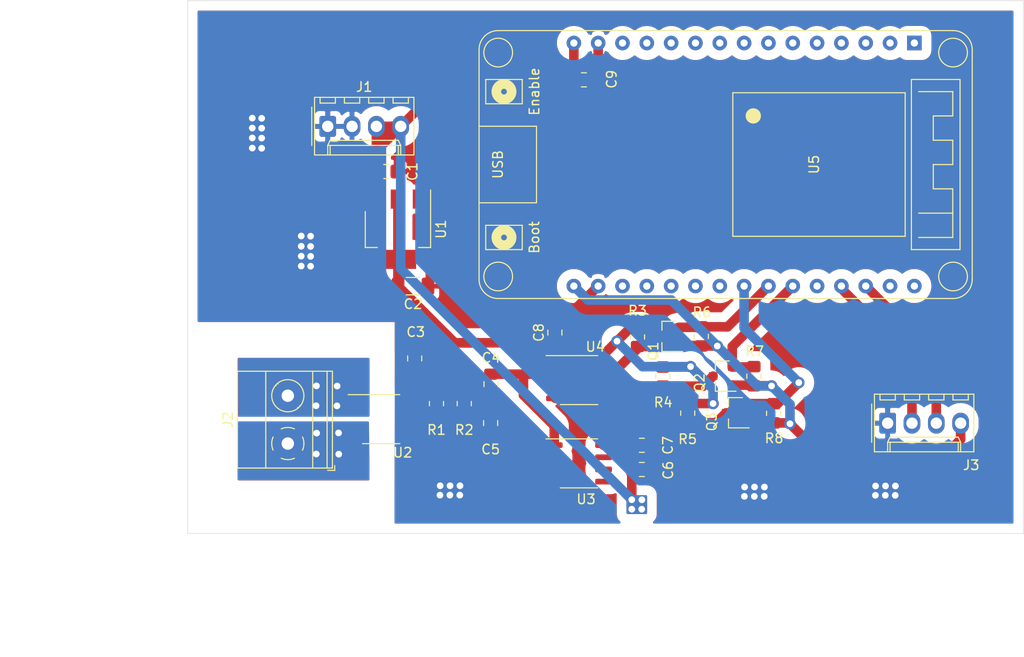
<source format=kicad_pcb>
(kicad_pcb (version 20171130) (host pcbnew "(5.1.9)-1")

  (general
    (thickness 1.6)
    (drawings 7)
    (tracks 207)
    (zones 0)
    (modules 28)
    (nets 44)
  )

  (page A4)
  (layers
    (0 F.Cu signal)
    (31 B.Cu signal)
    (32 B.Adhes user)
    (33 F.Adhes user)
    (34 B.Paste user)
    (35 F.Paste user)
    (36 B.SilkS user)
    (37 F.SilkS user)
    (38 B.Mask user)
    (39 F.Mask user)
    (40 Dwgs.User user)
    (41 Cmts.User user)
    (42 Eco1.User user)
    (43 Eco2.User user)
    (44 Edge.Cuts user)
    (45 Margin user)
    (46 B.CrtYd user hide)
    (47 F.CrtYd user)
    (48 B.Fab user)
    (49 F.Fab user hide)
  )

  (setup
    (last_trace_width 0.25)
    (trace_clearance 0.2)
    (zone_clearance 1.016)
    (zone_45_only no)
    (trace_min 0.2)
    (via_size 0.8)
    (via_drill 0.4)
    (via_min_size 0.4)
    (via_min_drill 0.3)
    (uvia_size 0.3)
    (uvia_drill 0.1)
    (uvias_allowed no)
    (uvia_min_size 0.2)
    (uvia_min_drill 0.1)
    (edge_width 0.05)
    (segment_width 0.2)
    (pcb_text_width 0.3)
    (pcb_text_size 1.5 1.5)
    (mod_edge_width 0.12)
    (mod_text_size 1 1)
    (mod_text_width 0.15)
    (pad_size 1.524 1.524)
    (pad_drill 0.762)
    (pad_to_mask_clearance 0)
    (aux_axis_origin 67.88 127.45)
    (grid_origin 67.88 127.45)
    (visible_elements 7FFFFFFF)
    (pcbplotparams
      (layerselection 0x01000_ffffffff)
      (usegerberextensions false)
      (usegerberattributes true)
      (usegerberadvancedattributes true)
      (creategerberjobfile true)
      (excludeedgelayer true)
      (linewidth 0.100000)
      (plotframeref false)
      (viasonmask false)
      (mode 1)
      (useauxorigin true)
      (hpglpennumber 1)
      (hpglpenspeed 20)
      (hpglpendiameter 15.000000)
      (psnegative false)
      (psa4output false)
      (plotreference true)
      (plotvalue true)
      (plotinvisibletext false)
      (padsonsilk false)
      (subtractmaskfromsilk false)
      (outputformat 1)
      (mirror false)
      (drillshape 0)
      (scaleselection 1)
      (outputdirectory "Gerber/"))
  )

  (net 0 "")
  (net 1 +10V)
  (net 2 GND)
  (net 3 +5V)
  (net 4 "Net-(C4-Pad2)")
  (net 5 Sinal)
  (net 6 "Net-(C5-Pad1)")
  (net 7 +3V3)
  (net 8 "Net-(R1-Pad2)")
  (net 9 SPI_CLK)
  (net 10 SPI_MISO)
  (net 11 SPI_CS0)
  (net 12 "Net-(U2-Pad6)")
  (net 13 "Net-(U3-Pad5)")
  (net 14 "Net-(U3-Pad6)")
  (net 15 "Net-(U3-Pad7)")
  (net 16 "Net-(U5-Pad5)")
  (net 17 "Net-(U5-Pad6)")
  (net 18 "Net-(U5-Pad9)")
  (net 19 "Net-(U5-Pad10)")
  (net 20 "Net-(J2-Pad2)")
  (net 21 "Net-(J2-Pad1)")
  (net 22 /ESP32/UART_RX0)
  (net 23 /ESP32/UART_TX0)
  (net 24 "Net-(Q1-Pad3)")
  (net 25 "Net-(Q2-Pad3)")
  (net 26 "Net-(Q3-Pad3)")
  (net 27 "Net-(U5-Pad1)")
  (net 28 "Net-(U5-Pad2)")
  (net 29 "Net-(U5-Pad3)")
  (net 30 "Net-(U5-Pad4)")
  (net 31 "Net-(U5-Pad7)")
  (net 32 "Net-(U5-Pad8)")
  (net 33 "Net-(U5-Pad11)")
  (net 34 "Net-(U5-Pad12)")
  (net 35 "Net-(U5-Pad13)")
  (net 36 "Net-(U5-Pad18)")
  (net 37 "Net-(U5-Pad19)")
  (net 38 "Net-(U5-Pad20)")
  (net 39 "Net-(U5-Pad21)")
  (net 40 "Net-(U5-Pad22)")
  (net 41 "Net-(U5-Pad26)")
  (net 42 "Net-(U5-Pad29)")
  (net 43 "Net-(U5-Pad30)")

  (net_class Default "This is the default net class."
    (clearance 0.2)
    (trace_width 0.25)
    (via_dia 0.8)
    (via_drill 0.4)
    (uvia_dia 0.3)
    (uvia_drill 0.1)
    (add_net +10V)
    (add_net +3V3)
    (add_net +5V)
    (add_net /ESP32/UART_RX0)
    (add_net /ESP32/UART_TX0)
    (add_net GND)
    (add_net "Net-(C4-Pad2)")
    (add_net "Net-(C5-Pad1)")
    (add_net "Net-(J2-Pad1)")
    (add_net "Net-(J2-Pad2)")
    (add_net "Net-(Q1-Pad3)")
    (add_net "Net-(Q2-Pad3)")
    (add_net "Net-(Q3-Pad3)")
    (add_net "Net-(R1-Pad2)")
    (add_net "Net-(U2-Pad6)")
    (add_net "Net-(U3-Pad5)")
    (add_net "Net-(U3-Pad6)")
    (add_net "Net-(U3-Pad7)")
    (add_net "Net-(U5-Pad1)")
    (add_net "Net-(U5-Pad10)")
    (add_net "Net-(U5-Pad11)")
    (add_net "Net-(U5-Pad12)")
    (add_net "Net-(U5-Pad13)")
    (add_net "Net-(U5-Pad18)")
    (add_net "Net-(U5-Pad19)")
    (add_net "Net-(U5-Pad2)")
    (add_net "Net-(U5-Pad20)")
    (add_net "Net-(U5-Pad21)")
    (add_net "Net-(U5-Pad22)")
    (add_net "Net-(U5-Pad26)")
    (add_net "Net-(U5-Pad29)")
    (add_net "Net-(U5-Pad3)")
    (add_net "Net-(U5-Pad30)")
    (add_net "Net-(U5-Pad4)")
    (add_net "Net-(U5-Pad5)")
    (add_net "Net-(U5-Pad6)")
    (add_net "Net-(U5-Pad7)")
    (add_net "Net-(U5-Pad8)")
    (add_net "Net-(U5-Pad9)")
    (add_net SPI_CLK)
    (add_net SPI_CS0)
    (add_net SPI_MISO)
    (add_net Sinal)
  )

  (module esp32_devkit_v1_doit:esp32_devkit_v1_doit (layer F.Cu) (tedit 5F4BBE44) (tstamp 6015B514)
    (at 145.93 88.89 270)
    (descr "ESPWROOM32, ESP32, 30 GPIOs version")
    (path /600203C9/6009AEFA)
    (attr smd)
    (fp_text reference U5 (at 0 10.47 90) (layer F.SilkS)
      (effects (font (size 1 1) (thickness 0.15)))
    )
    (fp_text value ESP32_DevKit_V1_DOIT (at 0 8.7 90) (layer F.Fab)
      (effects (font (size 1 1) (thickness 0.15)))
    )
    (fp_circle (center -11.7 -4.04) (end -10.2 -4.04) (layer F.SilkS) (width 0.12))
    (fp_circle (center 11.7 -4.04) (end 13.2 -4.04) (layer F.SilkS) (width 0.12))
    (fp_line (start 14 43.46) (end 14 -4.04) (layer F.SilkS) (width 0.12))
    (fp_line (start -14 -4.04) (end -14 43.46) (layer F.SilkS) (width 0.12))
    (fp_line (start -12 45.46) (end 12 45.46) (layer F.SilkS) (width 0.12))
    (fp_line (start -12 -6.04) (end 12 -6.04) (layer F.SilkS) (width 0.12))
    (fp_circle (center -11.7 43.46) (end -10.2 43.46) (layer F.SilkS) (width 0.12))
    (fp_circle (center 11.7 43.46) (end 13.2 43.46) (layer F.SilkS) (width 0.12))
    (fp_line (start -4 39.46) (end -4 45.46) (layer F.SilkS) (width 0.12))
    (fp_line (start 4 39.46) (end 4 45.46) (layer F.SilkS) (width 0.12))
    (fp_line (start -4 39.46) (end 4 39.46) (layer F.SilkS) (width 0.12))
    (fp_line (start -8.89 -4.77) (end 8.89 -4.77) (layer F.SilkS) (width 0.12))
    (fp_line (start 8.89 -4.77) (end 8.89 0.31) (layer F.SilkS) (width 0.12))
    (fp_line (start 8.89 0.31) (end -8.89 0.31) (layer F.SilkS) (width 0.12))
    (fp_line (start -8.89 0.31) (end -8.89 -4.77) (layer F.SilkS) (width 0.12))
    (fp_line (start -7.62 -0.452) (end -7.62 -4.008) (layer F.SilkS) (width 0.12))
    (fp_line (start -7.62 -4.008) (end -5.08 -4.008) (layer F.SilkS) (width 0.12))
    (fp_line (start -5.08 -4.008) (end -5.08 -1.976) (layer F.SilkS) (width 0.12))
    (fp_line (start -5.08 -1.976) (end -2.54 -1.976) (layer F.SilkS) (width 0.12))
    (fp_line (start -2.54 -1.976) (end -2.54 -4.008) (layer F.SilkS) (width 0.12))
    (fp_line (start -2.54 -4.008) (end 0 -4.008) (layer F.SilkS) (width 0.12))
    (fp_line (start 0 -4.008) (end 0 -1.976) (layer F.SilkS) (width 0.12))
    (fp_line (start 0 -1.976) (end 2.54 -1.976) (layer F.SilkS) (width 0.12))
    (fp_line (start 2.54 -1.976) (end 2.54 -4.008) (layer F.SilkS) (width 0.12))
    (fp_line (start 2.54 -4.008) (end 7.62 -4.008) (layer F.SilkS) (width 0.12))
    (fp_line (start 7.62 -4.008) (end 7.62 -0.452) (layer F.SilkS) (width 0.12))
    (fp_line (start 5.08 -4.008) (end 5.08 -0.452) (layer F.SilkS) (width 0.12))
    (fp_line (start -7.5 0.96) (end 7.5 0.96) (layer F.SilkS) (width 0.12))
    (fp_line (start 7.5 0.96) (end 7.5 18.96) (layer F.SilkS) (width 0.12))
    (fp_line (start 7.5 18.96) (end -7.5 18.96) (layer F.SilkS) (width 0.12))
    (fp_line (start -7.5 18.96) (end -7.5 0.96) (layer F.SilkS) (width 0.12))
    (fp_circle (center -5.08 16.82) (end -4.68 16.82) (layer F.SilkS) (width 0.8))
    (fp_line (start 6.35 40.95) (end 8.89 40.95) (layer F.SilkS) (width 0.12))
    (fp_line (start 8.89 40.95) (end 8.89 44.76) (layer F.SilkS) (width 0.12))
    (fp_line (start 8.89 44.76) (end 6.35 44.76) (layer F.SilkS) (width 0.12))
    (fp_line (start 6.35 44.76) (end 6.35 40.95) (layer F.SilkS) (width 0.12))
    (fp_line (start -6.35 44.76) (end -8.89 44.76) (layer F.SilkS) (width 0.12))
    (fp_line (start -8.89 44.76) (end -8.89 40.95) (layer F.SilkS) (width 0.12))
    (fp_line (start -8.89 40.95) (end -6.35 40.95) (layer F.SilkS) (width 0.12))
    (fp_line (start -6.35 40.95) (end -6.35 44.76) (layer F.SilkS) (width 0.12))
    (fp_circle (center -7.62 42.855) (end -7.32 42.855) (layer F.SilkS) (width 1))
    (fp_circle (center 7.62 42.855) (end 7.92 42.855) (layer F.SilkS) (width 1))
    (fp_text user USB (at 0 43.49 90) (layer F.SilkS)
      (effects (font (size 1 1) (thickness 0.15)))
    )
    (fp_text user Boot (at 7.62 39.68 90) (layer F.SilkS)
      (effects (font (size 1 1) (thickness 0.15)))
    )
    (fp_text user Enable (at -7.62 39.68 90) (layer F.SilkS)
      (effects (font (size 1 1) (thickness 0.15)))
    )
    (fp_arc (start 12 -4.04) (end 14 -4.04) (angle -90) (layer F.SilkS) (width 0.12))
    (fp_arc (start -12 -4.04) (end -12 -6.04) (angle -90) (layer F.SilkS) (width 0.12))
    (fp_arc (start -12 43.46) (end -14 43.46) (angle -90) (layer F.SilkS) (width 0.12))
    (fp_arc (start 12 43.46) (end 12 45.46) (angle -90) (layer F.SilkS) (width 0.12))
    (pad 1 thru_hole rect (at -12.7 0 270) (size 1.524 1.524) (drill 0.762) (layers *.Cu *.Mask)
      (net 27 "Net-(U5-Pad1)"))
    (pad 2 thru_hole circle (at -12.7 2.54 270) (size 1.524 1.524) (drill 0.762) (layers *.Cu *.Mask)
      (net 28 "Net-(U5-Pad2)"))
    (pad 3 thru_hole circle (at -12.7 5.08 270) (size 1.524 1.524) (drill 0.762) (layers *.Cu *.Mask)
      (net 29 "Net-(U5-Pad3)"))
    (pad 4 thru_hole circle (at -12.7 7.62 270) (size 1.524 1.524) (drill 0.762) (layers *.Cu *.Mask)
      (net 30 "Net-(U5-Pad4)"))
    (pad 5 thru_hole circle (at -12.7 10.16 270) (size 1.524 1.524) (drill 0.762) (layers *.Cu *.Mask)
      (net 16 "Net-(U5-Pad5)"))
    (pad 6 thru_hole circle (at -12.7 12.7 270) (size 1.524 1.524) (drill 0.762) (layers *.Cu *.Mask)
      (net 17 "Net-(U5-Pad6)"))
    (pad 7 thru_hole circle (at -12.7 15.24 270) (size 1.524 1.524) (drill 0.762) (layers *.Cu *.Mask)
      (net 31 "Net-(U5-Pad7)"))
    (pad 8 thru_hole circle (at -12.7 17.78 270) (size 1.524 1.524) (drill 0.762) (layers *.Cu *.Mask)
      (net 32 "Net-(U5-Pad8)"))
    (pad 9 thru_hole circle (at -12.7 20.32 270) (size 1.524 1.524) (drill 0.762) (layers *.Cu *.Mask)
      (net 18 "Net-(U5-Pad9)"))
    (pad 10 thru_hole circle (at -12.7 22.86 270) (size 1.524 1.524) (drill 0.762) (layers *.Cu *.Mask)
      (net 19 "Net-(U5-Pad10)"))
    (pad 11 thru_hole circle (at -12.7 25.4 270) (size 1.524 1.524) (drill 0.762) (layers *.Cu *.Mask)
      (net 33 "Net-(U5-Pad11)"))
    (pad 12 thru_hole circle (at -12.7 27.94 270) (size 1.524 1.524) (drill 0.762) (layers *.Cu *.Mask)
      (net 34 "Net-(U5-Pad12)"))
    (pad 13 thru_hole circle (at -12.7 30.48 270) (size 1.524 1.524) (drill 0.762) (layers *.Cu *.Mask)
      (net 35 "Net-(U5-Pad13)"))
    (pad 14 thru_hole circle (at -12.7 33.02 270) (size 1.524 1.524) (drill 0.762) (layers *.Cu *.Mask)
      (net 2 GND))
    (pad 15 thru_hole circle (at -12.7 35.56 270) (size 1.524 1.524) (drill 0.762) (layers *.Cu *.Mask)
      (net 1 +10V))
    (pad 16 thru_hole circle (at 12.7 35.56 270) (size 1.524 1.524) (drill 0.762) (layers *.Cu *.Mask)
      (net 7 +3V3))
    (pad 17 thru_hole circle (at 12.7 33.02 270) (size 1.524 1.524) (drill 0.762) (layers *.Cu *.Mask)
      (net 2 GND))
    (pad 18 thru_hole circle (at 12.7 30.48 270) (size 1.524 1.524) (drill 0.762) (layers *.Cu *.Mask)
      (net 36 "Net-(U5-Pad18)"))
    (pad 19 thru_hole circle (at 12.7 27.94 270) (size 1.524 1.524) (drill 0.762) (layers *.Cu *.Mask)
      (net 37 "Net-(U5-Pad19)"))
    (pad 20 thru_hole circle (at 12.7 25.4 270) (size 1.524 1.524) (drill 0.762) (layers *.Cu *.Mask)
      (net 38 "Net-(U5-Pad20)"))
    (pad 21 thru_hole circle (at 12.7 22.86 270) (size 1.524 1.524) (drill 0.762) (layers *.Cu *.Mask)
      (net 39 "Net-(U5-Pad21)"))
    (pad 22 thru_hole circle (at 12.7 20.32 270) (size 1.524 1.524) (drill 0.762) (layers *.Cu *.Mask)
      (net 40 "Net-(U5-Pad22)"))
    (pad 23 thru_hole circle (at 12.7 17.78 270) (size 1.524 1.524) (drill 0.762) (layers *.Cu *.Mask)
      (net 11 SPI_CS0))
    (pad 24 thru_hole circle (at 12.7 15.24 270) (size 1.524 1.524) (drill 0.762) (layers *.Cu *.Mask)
      (net 9 SPI_CLK))
    (pad 25 thru_hole circle (at 12.7 12.7 270) (size 1.524 1.524) (drill 0.762) (layers *.Cu *.Mask)
      (net 10 SPI_MISO))
    (pad 26 thru_hole circle (at 12.7 10.16 270) (size 1.524 1.524) (drill 0.762) (layers *.Cu *.Mask)
      (net 41 "Net-(U5-Pad26)"))
    (pad 27 thru_hole circle (at 12.7 7.62 270) (size 1.524 1.524) (drill 0.762) (layers *.Cu *.Mask)
      (net 22 /ESP32/UART_RX0))
    (pad 28 thru_hole circle (at 12.7 5.08 270) (size 1.524 1.524) (drill 0.762) (layers *.Cu *.Mask)
      (net 23 /ESP32/UART_TX0))
    (pad 29 thru_hole circle (at 12.7 2.54 270) (size 1.524 1.524) (drill 0.762) (layers *.Cu *.Mask)
      (net 42 "Net-(U5-Pad29)"))
    (pad 30 thru_hole circle (at 12.7 0 270) (size 1.524 1.524) (drill 0.762) (layers *.Cu *.Mask)
      (net 43 "Net-(U5-Pad30)"))
    (model ${KISYS3DMOD}/Button_Switch_SMD.3dshapes/SW_SPST_B3U-1000P-B.wrl
      (offset (xyz 7.5 -43 4))
      (scale (xyz 1 1 1))
      (rotate (xyz 0 0 90))
    )
    (model ${KISYS3DMOD}/Button_Switch_SMD.3dshapes/SW_SPST_B3U-1000P-B.wrl
      (offset (xyz -7.5 -43 4))
      (scale (xyz 1 1 1))
      (rotate (xyz 0 0 90))
    )
    (model ${KISYS3DMOD}/Connector_PinHeader_2.54mm.3dshapes/PinHeader_1x15_P2.54mm_Vertical.wrl
      (offset (xyz -12.7 0 2.5))
      (scale (xyz 1 1 1))
      (rotate (xyz 0 180 0))
    )
    (model ${KISYS3DMOD}/Connector_PinHeader_2.54mm.3dshapes/PinHeader_1x15_P2.54mm_Vertical.wrl
      (offset (xyz 12.7 0 2.5))
      (scale (xyz 1 1 1))
      (rotate (xyz 0 180 0))
    )
    (model ${VL_PACKAGES3D}/esp32_devkit_v1_doit.3dshapes/esp32_devkit_v1_doit.step
      (offset (xyz -12.7 0 2.5))
      (scale (xyz 1 1 1))
      (rotate (xyz 0 0 0))
    )
    (model ${KISYS3DMOD}/Connector_USB.3dshapes/USB_Micro-B_Molex_47346-0001.wrl
      (offset (xyz 0 -42 4))
      (scale (xyz 1 1 1))
      (rotate (xyz 0 0 0))
    )
    (model ${KISYS3DMOD}/LED_SMD.3dshapes/LED_1206_3216Metric.wrl
      (offset (xyz -6 -23 4))
      (scale (xyz 1 1 1))
      (rotate (xyz 0 0 -90))
    )
    (model ${KISYS3DMOD}/LED_SMD.3dshapes/LED_1206_3216Metric.wrl
      (offset (xyz 6 -23 4))
      (scale (xyz 1 1 1))
      (rotate (xyz 0 0 -90))
    )
    (model ${KISYS3DMOD}/Capacitor_Tantalum_SMD.3dshapes/CP_EIA-2012-15_AVX-P.wrl
      (offset (xyz -6.5 -27.5 4))
      (scale (xyz 1 1 1))
      (rotate (xyz 0 0 0))
    )
    (model ${KISYS3DMOD}/Package_TO_SOT_SMD.3dshapes/SOT-223.wrl
      (offset (xyz -6 -33 4))
      (scale (xyz 1 1 1))
      (rotate (xyz 0 0 -180))
    )
    (model ${KISYS3DMOD}/Resistor_SMD.3dshapes/R_0603_1608Metric.wrl
      (offset (xyz -7 -38.5 4))
      (scale (xyz 1 1 1))
      (rotate (xyz 0 0 0))
    )
    (model ${KISYS3DMOD}/Resistor_SMD.3dshapes/R_0603_1608Metric.wrl
      (offset (xyz 8.5 -38.5 4))
      (scale (xyz 1 1 1))
      (rotate (xyz 0 0 0))
    )
    (model ${KISYS3DMOD}/Resistor_SMD.3dshapes/R_0603_1608Metric.wrl
      (offset (xyz 5.5 -38.5 4))
      (scale (xyz 1 1 1))
      (rotate (xyz 0 0 0))
    )
    (model ${KISYS3DMOD}/Package_TO_SOT_SMD.3dshapes/SOT-23.wrl
      (offset (xyz -0.5 -27.5 4))
      (scale (xyz 1 1 1))
      (rotate (xyz 0 0 0))
    )
    (model ${KISYS3DMOD}/Package_TO_SOT_SMD.3dshapes/SOT-23.wrl
      (offset (xyz 6 -27.5 4))
      (scale (xyz 1 1 1))
      (rotate (xyz 0 0 -180))
    )
    (model ${KISYS3DMOD}/Resistor_SMD.3dshapes/R_0603_1608Metric.wrl
      (offset (xyz 9 -27.5 4))
      (scale (xyz 1 1 1))
      (rotate (xyz 0 0 90))
    )
    (model ${KISYS3DMOD}/Resistor_SMD.3dshapes/R_0603_1608Metric.wrl
      (offset (xyz -3.5 -27.5 4))
      (scale (xyz 1 1 1))
      (rotate (xyz 0 0 90))
    )
    (model ${KISYS3DMOD}/Capacitor_SMD.3dshapes/C_0603_1608Metric.wrl
      (offset (xyz -0.5 -38.5 4))
      (scale (xyz 1 1 1))
      (rotate (xyz 0 0 0))
    )
    (model ${KISYS3DMOD}/Diode_SMD.3dshapes/D_0603_1608Metric.wrl
      (offset (xyz -3 -38.5 4))
      (scale (xyz 1 1 1))
      (rotate (xyz 0 0 0))
    )
    (model ${KISYS3DMOD}/Resistor_SMD.3dshapes/R_0603_1608Metric.wrl
      (offset (xyz -3 -23 4))
      (scale (xyz 1 1 1))
      (rotate (xyz 0 0 90))
    )
    (model ${KISYS3DMOD}/Resistor_SMD.3dshapes/R_0603_1608Metric.wrl
      (offset (xyz -1.5 -23 4))
      (scale (xyz 1 1 1))
      (rotate (xyz 0 0 90))
    )
    (model ${KISYS3DMOD}/Resistor_SMD.3dshapes/R_0603_1608Metric.wrl
      (offset (xyz 0 -23 4))
      (scale (xyz 1 1 1))
      (rotate (xyz 0 0 90))
    )
    (model ${KISYS3DMOD}/Resistor_SMD.3dshapes/R_0603_1608Metric.wrl
      (offset (xyz 1.5 -23 4))
      (scale (xyz 1 1 1))
      (rotate (xyz 0 0 90))
    )
    (model ${KISYS3DMOD}/Resistor_SMD.3dshapes/R_0603_1608Metric.wrl
      (offset (xyz 3 -23 4))
      (scale (xyz 1 1 1))
      (rotate (xyz 0 0 90))
    )
    (model ${KISYS3DMOD}/Package_DFN_QFN.3dshapes/QFN-28-1EP_5x5mm_P0.5mm_EP3.35x3.35mm.wrl
      (offset (xyz 7 -33.5 4))
      (scale (xyz 1 1 1))
      (rotate (xyz 0 0 0))
    )
    (model ${KISYS3DMOD}/Resistor_SMD.3dshapes/R_0603_1608Metric.wrl
      (offset (xyz 8.5 -22 4))
      (scale (xyz 1 1 1))
      (rotate (xyz 0 0 0))
    )
    (model ${KISYS3DMOD}/Resistor_SMD.3dshapes/R_0603_1608Metric.wrl
      (offset (xyz 8.5 -24 4))
      (scale (xyz 1 1 1))
      (rotate (xyz 0 0 0))
    )
    (model ${KISYS3DMOD}/Capacitor_SMD.3dshapes/C_0603_1608Metric.wrl
      (offset (xyz -8.5 -22 4))
      (scale (xyz 1 1 1))
      (rotate (xyz 0 0 0))
    )
    (model ${KISYS3DMOD}/Capacitor_SMD.3dshapes/C_0603_1608Metric.wrl
      (offset (xyz -8.5 -24 4))
      (scale (xyz 1 1 1))
      (rotate (xyz 0 0 0))
    )
    (model ${KISYS3DMOD}/RF_Module.3dshapes/ESP32-WROOM-32.wrl
      (offset (xyz 0 -10 4))
      (scale (xyz 1 1 1))
      (rotate (xyz 0 0 0))
    )
  )

  (module Resistor_SMD:R_0805_2012Metric_Pad1.20x1.40mm_HandSolder (layer F.Cu) (tedit 5F68FEEE) (tstamp 6006EFE3)
    (at 119.66 111.05 270)
    (descr "Resistor SMD 0805 (2012 Metric), square (rectangular) end terminal, IPC_7351 nominal with elongated pad for handsoldering. (Body size source: IPC-SM-782 page 72, https://www.pcb-3d.com/wordpress/wp-content/uploads/ipc-sm-782a_amendment_1_and_2.pdf), generated with kicad-footprint-generator")
    (tags "resistor handsolder")
    (path /60020360/601B37A8)
    (attr smd)
    (fp_text reference R4 (at 2.7 -0.04) (layer F.SilkS)
      (effects (font (size 1 1) (thickness 0.15)))
    )
    (fp_text value 4.7K (at 0 1.65 90) (layer F.Fab)
      (effects (font (size 1 1) (thickness 0.15)))
    )
    (fp_line (start -1 0.625) (end -1 -0.625) (layer F.Fab) (width 0.1))
    (fp_line (start -1 -0.625) (end 1 -0.625) (layer F.Fab) (width 0.1))
    (fp_line (start 1 -0.625) (end 1 0.625) (layer F.Fab) (width 0.1))
    (fp_line (start 1 0.625) (end -1 0.625) (layer F.Fab) (width 0.1))
    (fp_line (start -0.227064 -0.735) (end 0.227064 -0.735) (layer F.SilkS) (width 0.12))
    (fp_line (start -0.227064 0.735) (end 0.227064 0.735) (layer F.SilkS) (width 0.12))
    (fp_line (start -1.85 0.95) (end -1.85 -0.95) (layer F.CrtYd) (width 0.05))
    (fp_line (start -1.85 -0.95) (end 1.85 -0.95) (layer F.CrtYd) (width 0.05))
    (fp_line (start 1.85 -0.95) (end 1.85 0.95) (layer F.CrtYd) (width 0.05))
    (fp_line (start 1.85 0.95) (end -1.85 0.95) (layer F.CrtYd) (width 0.05))
    (fp_text user %R (at 0 0 90) (layer F.Fab)
      (effects (font (size 0.5 0.5) (thickness 0.08)))
    )
    (pad 2 smd roundrect (at 1 0 270) (size 1.2 1.4) (layers F.Cu F.Paste F.Mask) (roundrect_rratio 0.2083325)
      (net 25 "Net-(Q2-Pad3)"))
    (pad 1 smd roundrect (at -1 0 270) (size 1.2 1.4) (layers F.Cu F.Paste F.Mask) (roundrect_rratio 0.2083325)
      (net 3 +5V))
    (model ${KISYS3DMOD}/Resistor_SMD.3dshapes/R_0805_2012Metric.wrl
      (at (xyz 0 0 0))
      (scale (xyz 1 1 1))
      (rotate (xyz 0 0 0))
    )
  )

  (module Package_TO_SOT_SMD:SOT-223-3_TabPin2 (layer F.Cu) (tedit 5A02FF57) (tstamp 600A2ABD)
    (at 92 95.65 270)
    (descr "module CMS SOT223 4 pins")
    (tags "CMS SOT")
    (path /600202F9/600A3E41)
    (attr smd)
    (fp_text reference U1 (at 0 -4.5 90) (layer F.SilkS)
      (effects (font (size 1 1) (thickness 0.15)))
    )
    (fp_text value AMS1117-5.0 (at 0 4.5 90) (layer F.Fab)
      (effects (font (size 1 1) (thickness 0.15)))
    )
    (fp_line (start 1.91 3.41) (end 1.91 2.15) (layer F.SilkS) (width 0.12))
    (fp_line (start 1.91 -3.41) (end 1.91 -2.15) (layer F.SilkS) (width 0.12))
    (fp_line (start 4.4 -3.6) (end -4.4 -3.6) (layer F.CrtYd) (width 0.05))
    (fp_line (start 4.4 3.6) (end 4.4 -3.6) (layer F.CrtYd) (width 0.05))
    (fp_line (start -4.4 3.6) (end 4.4 3.6) (layer F.CrtYd) (width 0.05))
    (fp_line (start -4.4 -3.6) (end -4.4 3.6) (layer F.CrtYd) (width 0.05))
    (fp_line (start -1.85 -2.35) (end -0.85 -3.35) (layer F.Fab) (width 0.1))
    (fp_line (start -1.85 -2.35) (end -1.85 3.35) (layer F.Fab) (width 0.1))
    (fp_line (start -1.85 3.41) (end 1.91 3.41) (layer F.SilkS) (width 0.12))
    (fp_line (start -0.85 -3.35) (end 1.85 -3.35) (layer F.Fab) (width 0.1))
    (fp_line (start -4.1 -3.41) (end 1.91 -3.41) (layer F.SilkS) (width 0.12))
    (fp_line (start -1.85 3.35) (end 1.85 3.35) (layer F.Fab) (width 0.1))
    (fp_line (start 1.85 -3.35) (end 1.85 3.35) (layer F.Fab) (width 0.1))
    (fp_text user %R (at 0 0) (layer F.Fab)
      (effects (font (size 0.8 0.8) (thickness 0.12)))
    )
    (pad 2 smd rect (at 3.15 0 270) (size 2 3.8) (layers F.Cu F.Paste F.Mask)
      (net 3 +5V))
    (pad 2 smd rect (at -3.15 0 270) (size 2 1.5) (layers F.Cu F.Paste F.Mask)
      (net 3 +5V))
    (pad 3 smd rect (at -3.15 2.3 270) (size 2 1.5) (layers F.Cu F.Paste F.Mask)
      (net 1 +10V))
    (pad 1 smd rect (at -3.15 -2.3 270) (size 2 1.5) (layers F.Cu F.Paste F.Mask)
      (net 2 GND))
    (model ${KISYS3DMOD}/Package_TO_SOT_SMD.3dshapes/SOT-223.wrl
      (at (xyz 0 0 0))
      (scale (xyz 1 1 1))
      (rotate (xyz 0 0 0))
    )
  )

  (module Capacitor_SMD:C_0805_2012Metric_Pad1.18x1.45mm_HandSolder (layer F.Cu) (tedit 5F68FEEF) (tstamp 6006E51D)
    (at 90.775 89.625)
    (descr "Capacitor SMD 0805 (2012 Metric), square (rectangular) end terminal, IPC_7351 nominal with elongated pad for handsoldering. (Body size source: IPC-SM-782 page 76, https://www.pcb-3d.com/wordpress/wp-content/uploads/ipc-sm-782a_amendment_1_and_2.pdf, https://docs.google.com/spreadsheets/d/1BsfQQcO9C6DZCsRaXUlFlo91Tg2WpOkGARC1WS5S8t0/edit?usp=sharing), generated with kicad-footprint-generator")
    (tags "capacitor handsolder")
    (path /600202F9/6005407A)
    (attr smd)
    (fp_text reference C1 (at 2.75 0 90) (layer F.SilkS)
      (effects (font (size 1 1) (thickness 0.15)))
    )
    (fp_text value 10uF (at 0 1.68) (layer F.Fab)
      (effects (font (size 1 1) (thickness 0.15)))
    )
    (fp_line (start 1.88 0.98) (end -1.88 0.98) (layer F.CrtYd) (width 0.05))
    (fp_line (start 1.88 -0.98) (end 1.88 0.98) (layer F.CrtYd) (width 0.05))
    (fp_line (start -1.88 -0.98) (end 1.88 -0.98) (layer F.CrtYd) (width 0.05))
    (fp_line (start -1.88 0.98) (end -1.88 -0.98) (layer F.CrtYd) (width 0.05))
    (fp_line (start -0.261252 0.735) (end 0.261252 0.735) (layer F.SilkS) (width 0.12))
    (fp_line (start -0.261252 -0.735) (end 0.261252 -0.735) (layer F.SilkS) (width 0.12))
    (fp_line (start 1 0.625) (end -1 0.625) (layer F.Fab) (width 0.1))
    (fp_line (start 1 -0.625) (end 1 0.625) (layer F.Fab) (width 0.1))
    (fp_line (start -1 -0.625) (end 1 -0.625) (layer F.Fab) (width 0.1))
    (fp_line (start -1 0.625) (end -1 -0.625) (layer F.Fab) (width 0.1))
    (fp_text user %R (at 0 0) (layer F.Fab)
      (effects (font (size 0.5 0.5) (thickness 0.08)))
    )
    (pad 1 smd roundrect (at -1.0375 0) (size 1.175 1.45) (layers F.Cu F.Paste F.Mask) (roundrect_rratio 0.2127659574468085)
      (net 1 +10V))
    (pad 2 smd roundrect (at 1.0375 0) (size 1.175 1.45) (layers F.Cu F.Paste F.Mask) (roundrect_rratio 0.2127659574468085)
      (net 2 GND))
    (model ${KISYS3DMOD}/Capacitor_SMD.3dshapes/C_0805_2012Metric.wrl
      (at (xyz 0 0 0))
      (scale (xyz 1 1 1))
      (rotate (xyz 0 0 0))
    )
  )

  (module Capacitor_SMD:C_0805_2012Metric_Pad1.18x1.45mm_HandSolder (layer F.Cu) (tedit 5F68FEEF) (tstamp 6006F80F)
    (at 93.75 109.1525 90)
    (descr "Capacitor SMD 0805 (2012 Metric), square (rectangular) end terminal, IPC_7351 nominal with elongated pad for handsoldering. (Body size source: IPC-SM-782 page 76, https://www.pcb-3d.com/wordpress/wp-content/uploads/ipc-sm-782a_amendment_1_and_2.pdf, https://docs.google.com/spreadsheets/d/1BsfQQcO9C6DZCsRaXUlFlo91Tg2WpOkGARC1WS5S8t0/edit?usp=sharing), generated with kicad-footprint-generator")
    (tags "capacitor handsolder")
    (path /600202F9/6007BBC0)
    (attr smd)
    (fp_text reference C3 (at 2.76 0.11 180) (layer F.SilkS)
      (effects (font (size 1 1) (thickness 0.15)))
    )
    (fp_text value 0.1uF (at 0 1.68 90) (layer F.Fab)
      (effects (font (size 1 1) (thickness 0.15)))
    )
    (fp_line (start -1 0.625) (end -1 -0.625) (layer F.Fab) (width 0.1))
    (fp_line (start -1 -0.625) (end 1 -0.625) (layer F.Fab) (width 0.1))
    (fp_line (start 1 -0.625) (end 1 0.625) (layer F.Fab) (width 0.1))
    (fp_line (start 1 0.625) (end -1 0.625) (layer F.Fab) (width 0.1))
    (fp_line (start -0.261252 -0.735) (end 0.261252 -0.735) (layer F.SilkS) (width 0.12))
    (fp_line (start -0.261252 0.735) (end 0.261252 0.735) (layer F.SilkS) (width 0.12))
    (fp_line (start -1.88 0.98) (end -1.88 -0.98) (layer F.CrtYd) (width 0.05))
    (fp_line (start -1.88 -0.98) (end 1.88 -0.98) (layer F.CrtYd) (width 0.05))
    (fp_line (start 1.88 -0.98) (end 1.88 0.98) (layer F.CrtYd) (width 0.05))
    (fp_line (start 1.88 0.98) (end -1.88 0.98) (layer F.CrtYd) (width 0.05))
    (fp_text user %R (at 0 0 90) (layer F.Fab)
      (effects (font (size 0.5 0.5) (thickness 0.08)))
    )
    (pad 2 smd roundrect (at 1.0375 0 90) (size 1.175 1.45) (layers F.Cu F.Paste F.Mask) (roundrect_rratio 0.2127659574468085)
      (net 2 GND))
    (pad 1 smd roundrect (at -1.0375 0 90) (size 1.175 1.45) (layers F.Cu F.Paste F.Mask) (roundrect_rratio 0.2127659574468085)
      (net 3 +5V))
    (model ${KISYS3DMOD}/Capacitor_SMD.3dshapes/C_0805_2012Metric.wrl
      (at (xyz 0 0 0))
      (scale (xyz 1 1 1))
      (rotate (xyz 0 0 0))
    )
  )

  (module Capacitor_SMD:C_0805_2012Metric_Pad1.18x1.45mm_HandSolder (layer F.Cu) (tedit 5F68FEEF) (tstamp 6006FBF6)
    (at 101.725 111.8375 270)
    (descr "Capacitor SMD 0805 (2012 Metric), square (rectangular) end terminal, IPC_7351 nominal with elongated pad for handsoldering. (Body size source: IPC-SM-782 page 76, https://www.pcb-3d.com/wordpress/wp-content/uploads/ipc-sm-782a_amendment_1_and_2.pdf, https://docs.google.com/spreadsheets/d/1BsfQQcO9C6DZCsRaXUlFlo91Tg2WpOkGARC1WS5S8t0/edit?usp=sharing), generated with kicad-footprint-generator")
    (tags "capacitor handsolder")
    (path /600202F9/6007819D)
    (attr smd)
    (fp_text reference C4 (at -2.75 0 180) (layer F.SilkS)
      (effects (font (size 1 1) (thickness 0.15)))
    )
    (fp_text value 10nF (at 0 1.68 90) (layer F.Fab)
      (effects (font (size 1 1) (thickness 0.15)))
    )
    (fp_line (start -1 0.625) (end -1 -0.625) (layer F.Fab) (width 0.1))
    (fp_line (start -1 -0.625) (end 1 -0.625) (layer F.Fab) (width 0.1))
    (fp_line (start 1 -0.625) (end 1 0.625) (layer F.Fab) (width 0.1))
    (fp_line (start 1 0.625) (end -1 0.625) (layer F.Fab) (width 0.1))
    (fp_line (start -0.261252 -0.735) (end 0.261252 -0.735) (layer F.SilkS) (width 0.12))
    (fp_line (start -0.261252 0.735) (end 0.261252 0.735) (layer F.SilkS) (width 0.12))
    (fp_line (start -1.88 0.98) (end -1.88 -0.98) (layer F.CrtYd) (width 0.05))
    (fp_line (start -1.88 -0.98) (end 1.88 -0.98) (layer F.CrtYd) (width 0.05))
    (fp_line (start 1.88 -0.98) (end 1.88 0.98) (layer F.CrtYd) (width 0.05))
    (fp_line (start 1.88 0.98) (end -1.88 0.98) (layer F.CrtYd) (width 0.05))
    (fp_text user %R (at 0 0 90) (layer F.Fab)
      (effects (font (size 0.5 0.5) (thickness 0.08)))
    )
    (pad 2 smd roundrect (at 1.0375 0 270) (size 1.175 1.45) (layers F.Cu F.Paste F.Mask) (roundrect_rratio 0.2127659574468085)
      (net 4 "Net-(C4-Pad2)"))
    (pad 1 smd roundrect (at -1.0375 0 270) (size 1.175 1.45) (layers F.Cu F.Paste F.Mask) (roundrect_rratio 0.2127659574468085)
      (net 5 Sinal))
    (model ${KISYS3DMOD}/Capacitor_SMD.3dshapes/C_0805_2012Metric.wrl
      (at (xyz 0 0 0))
      (scale (xyz 1 1 1))
      (rotate (xyz 0 0 0))
    )
  )

  (module Capacitor_SMD:C_0805_2012Metric_Pad1.18x1.45mm_HandSolder (layer F.Cu) (tedit 5F68FEEF) (tstamp 6006FB44)
    (at 101.68 115.91 270)
    (descr "Capacitor SMD 0805 (2012 Metric), square (rectangular) end terminal, IPC_7351 nominal with elongated pad for handsoldering. (Body size source: IPC-SM-782 page 76, https://www.pcb-3d.com/wordpress/wp-content/uploads/ipc-sm-782a_amendment_1_and_2.pdf, https://docs.google.com/spreadsheets/d/1BsfQQcO9C6DZCsRaXUlFlo91Tg2WpOkGARC1WS5S8t0/edit?usp=sharing), generated with kicad-footprint-generator")
    (tags "capacitor handsolder")
    (path /600202F9/600633D4)
    (attr smd)
    (fp_text reference C5 (at 2.75 0 180) (layer F.SilkS)
      (effects (font (size 1 1) (thickness 0.15)))
    )
    (fp_text value 4.7nF (at 0 1.68 90) (layer F.Fab)
      (effects (font (size 1 1) (thickness 0.15)))
    )
    (fp_line (start 1.88 0.98) (end -1.88 0.98) (layer F.CrtYd) (width 0.05))
    (fp_line (start 1.88 -0.98) (end 1.88 0.98) (layer F.CrtYd) (width 0.05))
    (fp_line (start -1.88 -0.98) (end 1.88 -0.98) (layer F.CrtYd) (width 0.05))
    (fp_line (start -1.88 0.98) (end -1.88 -0.98) (layer F.CrtYd) (width 0.05))
    (fp_line (start -0.261252 0.735) (end 0.261252 0.735) (layer F.SilkS) (width 0.12))
    (fp_line (start -0.261252 -0.735) (end 0.261252 -0.735) (layer F.SilkS) (width 0.12))
    (fp_line (start 1 0.625) (end -1 0.625) (layer F.Fab) (width 0.1))
    (fp_line (start 1 -0.625) (end 1 0.625) (layer F.Fab) (width 0.1))
    (fp_line (start -1 -0.625) (end 1 -0.625) (layer F.Fab) (width 0.1))
    (fp_line (start -1 0.625) (end -1 -0.625) (layer F.Fab) (width 0.1))
    (fp_text user %R (at 0 0 90) (layer F.Fab)
      (effects (font (size 0.5 0.5) (thickness 0.08)))
    )
    (pad 1 smd roundrect (at -1.0375 0 270) (size 1.175 1.45) (layers F.Cu F.Paste F.Mask) (roundrect_rratio 0.2127659574468085)
      (net 6 "Net-(C5-Pad1)"))
    (pad 2 smd roundrect (at 1.0375 0 270) (size 1.175 1.45) (layers F.Cu F.Paste F.Mask) (roundrect_rratio 0.2127659574468085)
      (net 2 GND))
    (model ${KISYS3DMOD}/Capacitor_SMD.3dshapes/C_0805_2012Metric.wrl
      (at (xyz 0 0 0))
      (scale (xyz 1 1 1))
      (rotate (xyz 0 0 0))
    )
  )

  (module Capacitor_SMD:C_0805_2012Metric_Pad1.18x1.45mm_HandSolder (layer F.Cu) (tedit 5F68FEEF) (tstamp 600707E9)
    (at 117.475 120.76)
    (descr "Capacitor SMD 0805 (2012 Metric), square (rectangular) end terminal, IPC_7351 nominal with elongated pad for handsoldering. (Body size source: IPC-SM-782 page 76, https://www.pcb-3d.com/wordpress/wp-content/uploads/ipc-sm-782a_amendment_1_and_2.pdf, https://docs.google.com/spreadsheets/d/1BsfQQcO9C6DZCsRaXUlFlo91Tg2WpOkGARC1WS5S8t0/edit?usp=sharing), generated with kicad-footprint-generator")
    (tags "capacitor handsolder")
    (path /600202F9/6004D8EB)
    (attr smd)
    (fp_text reference C6 (at 2.745 0.08 270) (layer F.SilkS)
      (effects (font (size 1 1) (thickness 0.15)))
    )
    (fp_text value 10nF (at 0 1.68) (layer F.Fab)
      (effects (font (size 1 1) (thickness 0.15)))
    )
    (fp_line (start -1 0.625) (end -1 -0.625) (layer F.Fab) (width 0.1))
    (fp_line (start -1 -0.625) (end 1 -0.625) (layer F.Fab) (width 0.1))
    (fp_line (start 1 -0.625) (end 1 0.625) (layer F.Fab) (width 0.1))
    (fp_line (start 1 0.625) (end -1 0.625) (layer F.Fab) (width 0.1))
    (fp_line (start -0.261252 -0.735) (end 0.261252 -0.735) (layer F.SilkS) (width 0.12))
    (fp_line (start -0.261252 0.735) (end 0.261252 0.735) (layer F.SilkS) (width 0.12))
    (fp_line (start -1.88 0.98) (end -1.88 -0.98) (layer F.CrtYd) (width 0.05))
    (fp_line (start -1.88 -0.98) (end 1.88 -0.98) (layer F.CrtYd) (width 0.05))
    (fp_line (start 1.88 -0.98) (end 1.88 0.98) (layer F.CrtYd) (width 0.05))
    (fp_line (start 1.88 0.98) (end -1.88 0.98) (layer F.CrtYd) (width 0.05))
    (fp_text user %R (at 0 0) (layer F.Fab)
      (effects (font (size 0.5 0.5) (thickness 0.08)))
    )
    (pad 2 smd roundrect (at 1.0375 0) (size 1.175 1.45) (layers F.Cu F.Paste F.Mask) (roundrect_rratio 0.2127659574468085)
      (net 2 GND))
    (pad 1 smd roundrect (at -1.0375 0) (size 1.175 1.45) (layers F.Cu F.Paste F.Mask) (roundrect_rratio 0.2127659574468085)
      (net 1 +10V))
    (model ${KISYS3DMOD}/Capacitor_SMD.3dshapes/C_0805_2012Metric.wrl
      (at (xyz 0 0 0))
      (scale (xyz 1 1 1))
      (rotate (xyz 0 0 0))
    )
  )

  (module Capacitor_SMD:C_0805_2012Metric_Pad1.18x1.45mm_HandSolder (layer F.Cu) (tedit 5F68FEEF) (tstamp 6006E583)
    (at 117.47 118.23)
    (descr "Capacitor SMD 0805 (2012 Metric), square (rectangular) end terminal, IPC_7351 nominal with elongated pad for handsoldering. (Body size source: IPC-SM-782 page 76, https://www.pcb-3d.com/wordpress/wp-content/uploads/ipc-sm-782a_amendment_1_and_2.pdf, https://docs.google.com/spreadsheets/d/1BsfQQcO9C6DZCsRaXUlFlo91Tg2WpOkGARC1WS5S8t0/edit?usp=sharing), generated with kicad-footprint-generator")
    (tags "capacitor handsolder")
    (path /600202F9/600828A7)
    (attr smd)
    (fp_text reference C7 (at 2.72 0.01 90) (layer F.SilkS)
      (effects (font (size 1 1) (thickness 0.15)))
    )
    (fp_text value 0.1uF (at 0 1.68) (layer F.Fab)
      (effects (font (size 1 1) (thickness 0.15)))
    )
    (fp_line (start 1.88 0.98) (end -1.88 0.98) (layer F.CrtYd) (width 0.05))
    (fp_line (start 1.88 -0.98) (end 1.88 0.98) (layer F.CrtYd) (width 0.05))
    (fp_line (start -1.88 -0.98) (end 1.88 -0.98) (layer F.CrtYd) (width 0.05))
    (fp_line (start -1.88 0.98) (end -1.88 -0.98) (layer F.CrtYd) (width 0.05))
    (fp_line (start -0.261252 0.735) (end 0.261252 0.735) (layer F.SilkS) (width 0.12))
    (fp_line (start -0.261252 -0.735) (end 0.261252 -0.735) (layer F.SilkS) (width 0.12))
    (fp_line (start 1 0.625) (end -1 0.625) (layer F.Fab) (width 0.1))
    (fp_line (start 1 -0.625) (end 1 0.625) (layer F.Fab) (width 0.1))
    (fp_line (start -1 -0.625) (end 1 -0.625) (layer F.Fab) (width 0.1))
    (fp_line (start -1 0.625) (end -1 -0.625) (layer F.Fab) (width 0.1))
    (fp_text user %R (at 0 0) (layer F.Fab)
      (effects (font (size 0.5 0.5) (thickness 0.08)))
    )
    (pad 1 smd roundrect (at -1.0375 0) (size 1.175 1.45) (layers F.Cu F.Paste F.Mask) (roundrect_rratio 0.2127659574468085)
      (net 1 +10V))
    (pad 2 smd roundrect (at 1.0375 0) (size 1.175 1.45) (layers F.Cu F.Paste F.Mask) (roundrect_rratio 0.2127659574468085)
      (net 2 GND))
    (model ${KISYS3DMOD}/Capacitor_SMD.3dshapes/C_0805_2012Metric.wrl
      (at (xyz 0 0 0))
      (scale (xyz 1 1 1))
      (rotate (xyz 0 0 0))
    )
  )

  (module Capacitor_SMD:C_0805_2012Metric_Pad1.18x1.45mm_HandSolder (layer F.Cu) (tedit 5F68FEEF) (tstamp 6006F073)
    (at 108.39 106.45 90)
    (descr "Capacitor SMD 0805 (2012 Metric), square (rectangular) end terminal, IPC_7351 nominal with elongated pad for handsoldering. (Body size source: IPC-SM-782 page 76, https://www.pcb-3d.com/wordpress/wp-content/uploads/ipc-sm-782a_amendment_1_and_2.pdf, https://docs.google.com/spreadsheets/d/1BsfQQcO9C6DZCsRaXUlFlo91Tg2WpOkGARC1WS5S8t0/edit?usp=sharing), generated with kicad-footprint-generator")
    (tags "capacitor handsolder")
    (path /60020360/600913E7)
    (attr smd)
    (fp_text reference C8 (at 0 -1.68 90) (layer F.SilkS)
      (effects (font (size 1 1) (thickness 0.15)))
    )
    (fp_text value 1uF (at 0 1.68 90) (layer F.Fab)
      (effects (font (size 1 1) (thickness 0.15)))
    )
    (fp_line (start 1.88 0.98) (end -1.88 0.98) (layer F.CrtYd) (width 0.05))
    (fp_line (start 1.88 -0.98) (end 1.88 0.98) (layer F.CrtYd) (width 0.05))
    (fp_line (start -1.88 -0.98) (end 1.88 -0.98) (layer F.CrtYd) (width 0.05))
    (fp_line (start -1.88 0.98) (end -1.88 -0.98) (layer F.CrtYd) (width 0.05))
    (fp_line (start -0.261252 0.735) (end 0.261252 0.735) (layer F.SilkS) (width 0.12))
    (fp_line (start -0.261252 -0.735) (end 0.261252 -0.735) (layer F.SilkS) (width 0.12))
    (fp_line (start 1 0.625) (end -1 0.625) (layer F.Fab) (width 0.1))
    (fp_line (start 1 -0.625) (end 1 0.625) (layer F.Fab) (width 0.1))
    (fp_line (start -1 -0.625) (end 1 -0.625) (layer F.Fab) (width 0.1))
    (fp_line (start -1 0.625) (end -1 -0.625) (layer F.Fab) (width 0.1))
    (fp_text user %R (at 0 0 90) (layer F.Fab)
      (effects (font (size 0.5 0.5) (thickness 0.08)))
    )
    (pad 1 smd roundrect (at -1.0375 0 90) (size 1.175 1.45) (layers F.Cu F.Paste F.Mask) (roundrect_rratio 0.2127659574468085)
      (net 3 +5V))
    (pad 2 smd roundrect (at 1.0375 0 90) (size 1.175 1.45) (layers F.Cu F.Paste F.Mask) (roundrect_rratio 0.2127659574468085)
      (net 2 GND))
    (model ${KISYS3DMOD}/Capacitor_SMD.3dshapes/C_0805_2012Metric.wrl
      (at (xyz 0 0 0))
      (scale (xyz 1 1 1))
      (rotate (xyz 0 0 0))
    )
  )

  (module Capacitor_SMD:C_0805_2012Metric_Pad1.18x1.45mm_HandSolder (layer F.Cu) (tedit 5F68FEEF) (tstamp 601593B6)
    (at 111.42 80.04)
    (descr "Capacitor SMD 0805 (2012 Metric), square (rectangular) end terminal, IPC_7351 nominal with elongated pad for handsoldering. (Body size source: IPC-SM-782 page 76, https://www.pcb-3d.com/wordpress/wp-content/uploads/ipc-sm-782a_amendment_1_and_2.pdf, https://docs.google.com/spreadsheets/d/1BsfQQcO9C6DZCsRaXUlFlo91Tg2WpOkGARC1WS5S8t0/edit?usp=sharing), generated with kicad-footprint-generator")
    (tags "capacitor handsolder")
    (path /600203C9/6009EA6D)
    (attr smd)
    (fp_text reference C9 (at 2.9 -0.06 90) (layer F.SilkS)
      (effects (font (size 1 1) (thickness 0.15)))
    )
    (fp_text value 1uF (at 0 1.68) (layer F.Fab)
      (effects (font (size 1 1) (thickness 0.15)))
    )
    (fp_line (start -1 0.625) (end -1 -0.625) (layer F.Fab) (width 0.1))
    (fp_line (start -1 -0.625) (end 1 -0.625) (layer F.Fab) (width 0.1))
    (fp_line (start 1 -0.625) (end 1 0.625) (layer F.Fab) (width 0.1))
    (fp_line (start 1 0.625) (end -1 0.625) (layer F.Fab) (width 0.1))
    (fp_line (start -0.261252 -0.735) (end 0.261252 -0.735) (layer F.SilkS) (width 0.12))
    (fp_line (start -0.261252 0.735) (end 0.261252 0.735) (layer F.SilkS) (width 0.12))
    (fp_line (start -1.88 0.98) (end -1.88 -0.98) (layer F.CrtYd) (width 0.05))
    (fp_line (start -1.88 -0.98) (end 1.88 -0.98) (layer F.CrtYd) (width 0.05))
    (fp_line (start 1.88 -0.98) (end 1.88 0.98) (layer F.CrtYd) (width 0.05))
    (fp_line (start 1.88 0.98) (end -1.88 0.98) (layer F.CrtYd) (width 0.05))
    (fp_text user %R (at 0 0) (layer F.Fab)
      (effects (font (size 0.5 0.5) (thickness 0.08)))
    )
    (pad 2 smd roundrect (at 1.0375 0) (size 1.175 1.45) (layers F.Cu F.Paste F.Mask) (roundrect_rratio 0.2127659574468085)
      (net 2 GND))
    (pad 1 smd roundrect (at -1.0375 0) (size 1.175 1.45) (layers F.Cu F.Paste F.Mask) (roundrect_rratio 0.2127659574468085)
      (net 1 +10V))
    (model ${KISYS3DMOD}/Capacitor_SMD.3dshapes/C_0805_2012Metric.wrl
      (at (xyz 0 0 0))
      (scale (xyz 1 1 1))
      (rotate (xyz 0 0 0))
    )
  )

  (module TerminalBlock_Phoenix:TerminalBlock_Phoenix_MKDS-1,5-2_1x02_P5.00mm_Horizontal (layer F.Cu) (tedit 5B294EE5) (tstamp 6006E61F)
    (at 80.5 118.05 90)
    (descr "Terminal Block Phoenix MKDS-1,5-2, 2 pins, pitch 5mm, size 10x9.8mm^2, drill diamater 1.3mm, pad diameter 2.6mm, see http://www.farnell.com/datasheets/100425.pdf, script-generated using https://github.com/pointhi/kicad-footprint-generator/scripts/TerminalBlock_Phoenix")
    (tags "THT Terminal Block Phoenix MKDS-1,5-2 pitch 5mm size 10x9.8mm^2 drill 1.3mm pad 2.6mm")
    (path /600202F9/6005D5AE)
    (fp_text reference J2 (at 2.5 -6.26 90) (layer F.SilkS)
      (effects (font (size 1 1) (thickness 0.15)))
    )
    (fp_text value Entrada_corrente (at 2.5 5.66 90) (layer F.Fab)
      (effects (font (size 1 1) (thickness 0.15)))
    )
    (fp_circle (center 0 0) (end 1.5 0) (layer F.Fab) (width 0.1))
    (fp_circle (center 5 0) (end 6.5 0) (layer F.Fab) (width 0.1))
    (fp_circle (center 5 0) (end 6.68 0) (layer F.SilkS) (width 0.12))
    (fp_line (start -2.5 -5.2) (end 7.5 -5.2) (layer F.Fab) (width 0.1))
    (fp_line (start 7.5 -5.2) (end 7.5 4.6) (layer F.Fab) (width 0.1))
    (fp_line (start 7.5 4.6) (end -2 4.6) (layer F.Fab) (width 0.1))
    (fp_line (start -2 4.6) (end -2.5 4.1) (layer F.Fab) (width 0.1))
    (fp_line (start -2.5 4.1) (end -2.5 -5.2) (layer F.Fab) (width 0.1))
    (fp_line (start -2.5 4.1) (end 7.5 4.1) (layer F.Fab) (width 0.1))
    (fp_line (start -2.56 4.1) (end 7.56 4.1) (layer F.SilkS) (width 0.12))
    (fp_line (start -2.5 2.6) (end 7.5 2.6) (layer F.Fab) (width 0.1))
    (fp_line (start -2.56 2.6) (end 7.56 2.6) (layer F.SilkS) (width 0.12))
    (fp_line (start -2.5 -2.3) (end 7.5 -2.3) (layer F.Fab) (width 0.1))
    (fp_line (start -2.56 -2.301) (end 7.56 -2.301) (layer F.SilkS) (width 0.12))
    (fp_line (start -2.56 -5.261) (end 7.56 -5.261) (layer F.SilkS) (width 0.12))
    (fp_line (start -2.56 4.66) (end 7.56 4.66) (layer F.SilkS) (width 0.12))
    (fp_line (start -2.56 -5.261) (end -2.56 4.66) (layer F.SilkS) (width 0.12))
    (fp_line (start 7.56 -5.261) (end 7.56 4.66) (layer F.SilkS) (width 0.12))
    (fp_line (start 1.138 -0.955) (end -0.955 1.138) (layer F.Fab) (width 0.1))
    (fp_line (start 0.955 -1.138) (end -1.138 0.955) (layer F.Fab) (width 0.1))
    (fp_line (start 6.138 -0.955) (end 4.046 1.138) (layer F.Fab) (width 0.1))
    (fp_line (start 5.955 -1.138) (end 3.863 0.955) (layer F.Fab) (width 0.1))
    (fp_line (start 6.275 -1.069) (end 6.228 -1.023) (layer F.SilkS) (width 0.12))
    (fp_line (start 3.966 1.239) (end 3.931 1.274) (layer F.SilkS) (width 0.12))
    (fp_line (start 6.07 -1.275) (end 6.035 -1.239) (layer F.SilkS) (width 0.12))
    (fp_line (start 3.773 1.023) (end 3.726 1.069) (layer F.SilkS) (width 0.12))
    (fp_line (start -2.8 4.16) (end -2.8 4.9) (layer F.SilkS) (width 0.12))
    (fp_line (start -2.8 4.9) (end -2.3 4.9) (layer F.SilkS) (width 0.12))
    (fp_line (start -3 -5.71) (end -3 5.1) (layer F.CrtYd) (width 0.05))
    (fp_line (start -3 5.1) (end 8 5.1) (layer F.CrtYd) (width 0.05))
    (fp_line (start 8 5.1) (end 8 -5.71) (layer F.CrtYd) (width 0.05))
    (fp_line (start 8 -5.71) (end -3 -5.71) (layer F.CrtYd) (width 0.05))
    (fp_text user %R (at 2.5 3.2 90) (layer F.Fab)
      (effects (font (size 1 1) (thickness 0.15)))
    )
    (fp_arc (start 0 0) (end -0.684 1.535) (angle -25) (layer F.SilkS) (width 0.12))
    (fp_arc (start 0 0) (end -1.535 -0.684) (angle -48) (layer F.SilkS) (width 0.12))
    (fp_arc (start 0 0) (end 0.684 -1.535) (angle -48) (layer F.SilkS) (width 0.12))
    (fp_arc (start 0 0) (end 1.535 0.684) (angle -48) (layer F.SilkS) (width 0.12))
    (fp_arc (start 0 0) (end 0 1.68) (angle -24) (layer F.SilkS) (width 0.12))
    (pad 2 thru_hole circle (at 5 0 90) (size 2.6 2.6) (drill 1.3) (layers *.Cu *.Mask)
      (net 20 "Net-(J2-Pad2)"))
    (pad 1 thru_hole rect (at 0 0 90) (size 2.6 2.6) (drill 1.3) (layers *.Cu *.Mask)
      (net 21 "Net-(J2-Pad1)"))
    (model ${KISYS3DMOD}/TerminalBlock_Phoenix.3dshapes/TerminalBlock_Phoenix_MKDS-1,5-2_1x02_P5.00mm_Horizontal.wrl
      (at (xyz 0 0 0))
      (scale (xyz 1 1 1))
      (rotate (xyz 0 0 0))
    )
  )

  (module Resistor_SMD:R_0805_2012Metric_Pad1.20x1.40mm_HandSolder (layer F.Cu) (tedit 5F68FEEE) (tstamp 6006E630)
    (at 96.025 113.875 270)
    (descr "Resistor SMD 0805 (2012 Metric), square (rectangular) end terminal, IPC_7351 nominal with elongated pad for handsoldering. (Body size source: IPC-SM-782 page 72, https://www.pcb-3d.com/wordpress/wp-content/uploads/ipc-sm-782a_amendment_1_and_2.pdf), generated with kicad-footprint-generator")
    (tags "resistor handsolder")
    (path /600202F9/6006A961)
    (attr smd)
    (fp_text reference R1 (at 2.75 0 180) (layer F.SilkS)
      (effects (font (size 1 1) (thickness 0.15)))
    )
    (fp_text value 4.7K (at 0 1.65 90) (layer F.Fab)
      (effects (font (size 1 1) (thickness 0.15)))
    )
    (fp_line (start 1.85 0.95) (end -1.85 0.95) (layer F.CrtYd) (width 0.05))
    (fp_line (start 1.85 -0.95) (end 1.85 0.95) (layer F.CrtYd) (width 0.05))
    (fp_line (start -1.85 -0.95) (end 1.85 -0.95) (layer F.CrtYd) (width 0.05))
    (fp_line (start -1.85 0.95) (end -1.85 -0.95) (layer F.CrtYd) (width 0.05))
    (fp_line (start -0.227064 0.735) (end 0.227064 0.735) (layer F.SilkS) (width 0.12))
    (fp_line (start -0.227064 -0.735) (end 0.227064 -0.735) (layer F.SilkS) (width 0.12))
    (fp_line (start 1 0.625) (end -1 0.625) (layer F.Fab) (width 0.1))
    (fp_line (start 1 -0.625) (end 1 0.625) (layer F.Fab) (width 0.1))
    (fp_line (start -1 -0.625) (end 1 -0.625) (layer F.Fab) (width 0.1))
    (fp_line (start -1 0.625) (end -1 -0.625) (layer F.Fab) (width 0.1))
    (fp_text user %R (at 0 0 90) (layer F.Fab)
      (effects (font (size 0.5 0.5) (thickness 0.08)))
    )
    (pad 1 smd roundrect (at -1 0 270) (size 1.2 1.4) (layers F.Cu F.Paste F.Mask) (roundrect_rratio 0.2083325)
      (net 4 "Net-(C4-Pad2)"))
    (pad 2 smd roundrect (at 1 0 270) (size 1.2 1.4) (layers F.Cu F.Paste F.Mask) (roundrect_rratio 0.2083325)
      (net 8 "Net-(R1-Pad2)"))
    (model ${KISYS3DMOD}/Resistor_SMD.3dshapes/R_0805_2012Metric.wrl
      (at (xyz 0 0 0))
      (scale (xyz 1 1 1))
      (rotate (xyz 0 0 0))
    )
  )

  (module Resistor_SMD:R_0805_2012Metric_Pad1.20x1.40mm_HandSolder (layer F.Cu) (tedit 5F68FEEE) (tstamp 6006E641)
    (at 98.925 113.875 90)
    (descr "Resistor SMD 0805 (2012 Metric), square (rectangular) end terminal, IPC_7351 nominal with elongated pad for handsoldering. (Body size source: IPC-SM-782 page 72, https://www.pcb-3d.com/wordpress/wp-content/uploads/ipc-sm-782a_amendment_1_and_2.pdf), generated with kicad-footprint-generator")
    (tags "resistor handsolder")
    (path /600202F9/6006677F)
    (attr smd)
    (fp_text reference R2 (at -2.75 0 180) (layer F.SilkS)
      (effects (font (size 1 1) (thickness 0.15)))
    )
    (fp_text value 4.7K (at 0 1.65 90) (layer F.Fab)
      (effects (font (size 1 1) (thickness 0.15)))
    )
    (fp_line (start -1 0.625) (end -1 -0.625) (layer F.Fab) (width 0.1))
    (fp_line (start -1 -0.625) (end 1 -0.625) (layer F.Fab) (width 0.1))
    (fp_line (start 1 -0.625) (end 1 0.625) (layer F.Fab) (width 0.1))
    (fp_line (start 1 0.625) (end -1 0.625) (layer F.Fab) (width 0.1))
    (fp_line (start -0.227064 -0.735) (end 0.227064 -0.735) (layer F.SilkS) (width 0.12))
    (fp_line (start -0.227064 0.735) (end 0.227064 0.735) (layer F.SilkS) (width 0.12))
    (fp_line (start -1.85 0.95) (end -1.85 -0.95) (layer F.CrtYd) (width 0.05))
    (fp_line (start -1.85 -0.95) (end 1.85 -0.95) (layer F.CrtYd) (width 0.05))
    (fp_line (start 1.85 -0.95) (end 1.85 0.95) (layer F.CrtYd) (width 0.05))
    (fp_line (start 1.85 0.95) (end -1.85 0.95) (layer F.CrtYd) (width 0.05))
    (fp_text user %R (at 0 0 90) (layer F.Fab)
      (effects (font (size 0.5 0.5) (thickness 0.08)))
    )
    (pad 2 smd roundrect (at 1 0 90) (size 1.2 1.4) (layers F.Cu F.Paste F.Mask) (roundrect_rratio 0.2083325)
      (net 4 "Net-(C4-Pad2)"))
    (pad 1 smd roundrect (at -1 0 90) (size 1.2 1.4) (layers F.Cu F.Paste F.Mask) (roundrect_rratio 0.2083325)
      (net 6 "Net-(C5-Pad1)"))
    (model ${KISYS3DMOD}/Resistor_SMD.3dshapes/R_0805_2012Metric.wrl
      (at (xyz 0 0 0))
      (scale (xyz 1 1 1))
      (rotate (xyz 0 0 0))
    )
  )

  (module Resistor_SMD:R_0805_2012Metric_Pad1.20x1.40mm_HandSolder (layer F.Cu) (tedit 5F68FEEE) (tstamp 6006EFB3)
    (at 117.02 106.91 270)
    (descr "Resistor SMD 0805 (2012 Metric), square (rectangular) end terminal, IPC_7351 nominal with elongated pad for handsoldering. (Body size source: IPC-SM-782 page 72, https://www.pcb-3d.com/wordpress/wp-content/uploads/ipc-sm-782a_amendment_1_and_2.pdf), generated with kicad-footprint-generator")
    (tags "resistor handsolder")
    (path /60020360/600BDF4F)
    (attr smd)
    (fp_text reference R3 (at -2.75 0 180) (layer F.SilkS)
      (effects (font (size 1 1) (thickness 0.15)))
    )
    (fp_text value 4.7K (at 0 1.65 90) (layer F.Fab)
      (effects (font (size 1 1) (thickness 0.15)))
    )
    (fp_line (start 1.85 0.95) (end -1.85 0.95) (layer F.CrtYd) (width 0.05))
    (fp_line (start 1.85 -0.95) (end 1.85 0.95) (layer F.CrtYd) (width 0.05))
    (fp_line (start -1.85 -0.95) (end 1.85 -0.95) (layer F.CrtYd) (width 0.05))
    (fp_line (start -1.85 0.95) (end -1.85 -0.95) (layer F.CrtYd) (width 0.05))
    (fp_line (start -0.227064 0.735) (end 0.227064 0.735) (layer F.SilkS) (width 0.12))
    (fp_line (start -0.227064 -0.735) (end 0.227064 -0.735) (layer F.SilkS) (width 0.12))
    (fp_line (start 1 0.625) (end -1 0.625) (layer F.Fab) (width 0.1))
    (fp_line (start 1 -0.625) (end 1 0.625) (layer F.Fab) (width 0.1))
    (fp_line (start -1 -0.625) (end 1 -0.625) (layer F.Fab) (width 0.1))
    (fp_line (start -1 0.625) (end -1 -0.625) (layer F.Fab) (width 0.1))
    (fp_text user %R (at 0 0 90) (layer F.Fab)
      (effects (font (size 0.5 0.5) (thickness 0.08)))
    )
    (pad 1 smd roundrect (at -1 0 270) (size 1.2 1.4) (layers F.Cu F.Paste F.Mask) (roundrect_rratio 0.2083325)
      (net 3 +5V))
    (pad 2 smd roundrect (at 1 0 270) (size 1.2 1.4) (layers F.Cu F.Paste F.Mask) (roundrect_rratio 0.2083325)
      (net 24 "Net-(Q1-Pad3)"))
    (model ${KISYS3DMOD}/Resistor_SMD.3dshapes/R_0805_2012Metric.wrl
      (at (xyz 0 0 0))
      (scale (xyz 1 1 1))
      (rotate (xyz 0 0 0))
    )
  )

  (module Resistor_SMD:R_0805_2012Metric_Pad1.20x1.40mm_HandSolder (layer F.Cu) (tedit 5F68FEEE) (tstamp 600CB950)
    (at 122.26 114.87 270)
    (descr "Resistor SMD 0805 (2012 Metric), square (rectangular) end terminal, IPC_7351 nominal with elongated pad for handsoldering. (Body size source: IPC-SM-782 page 72, https://www.pcb-3d.com/wordpress/wp-content/uploads/ipc-sm-782a_amendment_1_and_2.pdf), generated with kicad-footprint-generator")
    (tags "resistor handsolder")
    (path /60020360/601B3DAC)
    (attr smd)
    (fp_text reference R5 (at 2.72 0.01 180) (layer F.SilkS)
      (effects (font (size 1 1) (thickness 0.15)))
    )
    (fp_text value 4.7K (at 0 1.65 90) (layer F.Fab)
      (effects (font (size 1 1) (thickness 0.15)))
    )
    (fp_line (start 1.85 0.95) (end -1.85 0.95) (layer F.CrtYd) (width 0.05))
    (fp_line (start 1.85 -0.95) (end 1.85 0.95) (layer F.CrtYd) (width 0.05))
    (fp_line (start -1.85 -0.95) (end 1.85 -0.95) (layer F.CrtYd) (width 0.05))
    (fp_line (start -1.85 0.95) (end -1.85 -0.95) (layer F.CrtYd) (width 0.05))
    (fp_line (start -0.227064 0.735) (end 0.227064 0.735) (layer F.SilkS) (width 0.12))
    (fp_line (start -0.227064 -0.735) (end 0.227064 -0.735) (layer F.SilkS) (width 0.12))
    (fp_line (start 1 0.625) (end -1 0.625) (layer F.Fab) (width 0.1))
    (fp_line (start 1 -0.625) (end 1 0.625) (layer F.Fab) (width 0.1))
    (fp_line (start -1 -0.625) (end 1 -0.625) (layer F.Fab) (width 0.1))
    (fp_line (start -1 0.625) (end -1 -0.625) (layer F.Fab) (width 0.1))
    (fp_text user %R (at 0 0 90) (layer F.Fab)
      (effects (font (size 0.5 0.5) (thickness 0.08)))
    )
    (pad 1 smd roundrect (at -1 0 270) (size 1.2 1.4) (layers F.Cu F.Paste F.Mask) (roundrect_rratio 0.2083325)
      (net 3 +5V))
    (pad 2 smd roundrect (at 1 0 270) (size 1.2 1.4) (layers F.Cu F.Paste F.Mask) (roundrect_rratio 0.2083325)
      (net 26 "Net-(Q3-Pad3)"))
    (model ${KISYS3DMOD}/Resistor_SMD.3dshapes/R_0805_2012Metric.wrl
      (at (xyz 0 0 0))
      (scale (xyz 1 1 1))
      (rotate (xyz 0 0 0))
    )
  )

  (module Package_SO:SOIC-8_3.9x4.9mm_P1.27mm (layer F.Cu) (tedit 5D9F72B1) (tstamp 6006F30E)
    (at 90.25 115.5)
    (descr "SOIC, 8 Pin (JEDEC MS-012AA, https://www.analog.com/media/en/package-pcb-resources/package/pkg_pdf/soic_narrow-r/r_8.pdf), generated with kicad-footprint-generator ipc_gullwing_generator.py")
    (tags "SOIC SO")
    (path /600202F9/6002061D)
    (attr smd)
    (fp_text reference U2 (at 2.25 3.5) (layer F.SilkS)
      (effects (font (size 1 1) (thickness 0.15)))
    )
    (fp_text value ACS712xLCTR-30A (at 0 3.4) (layer F.Fab)
      (effects (font (size 1 1) (thickness 0.15)))
    )
    (fp_line (start 0 2.56) (end 1.95 2.56) (layer F.SilkS) (width 0.12))
    (fp_line (start 0 2.56) (end -1.95 2.56) (layer F.SilkS) (width 0.12))
    (fp_line (start 0 -2.56) (end 1.95 -2.56) (layer F.SilkS) (width 0.12))
    (fp_line (start 0 -2.56) (end -3.45 -2.56) (layer F.SilkS) (width 0.12))
    (fp_line (start -0.975 -2.45) (end 1.95 -2.45) (layer F.Fab) (width 0.1))
    (fp_line (start 1.95 -2.45) (end 1.95 2.45) (layer F.Fab) (width 0.1))
    (fp_line (start 1.95 2.45) (end -1.95 2.45) (layer F.Fab) (width 0.1))
    (fp_line (start -1.95 2.45) (end -1.95 -1.475) (layer F.Fab) (width 0.1))
    (fp_line (start -1.95 -1.475) (end -0.975 -2.45) (layer F.Fab) (width 0.1))
    (fp_line (start -3.7 -2.7) (end -3.7 2.7) (layer F.CrtYd) (width 0.05))
    (fp_line (start -3.7 2.7) (end 3.7 2.7) (layer F.CrtYd) (width 0.05))
    (fp_line (start 3.7 2.7) (end 3.7 -2.7) (layer F.CrtYd) (width 0.05))
    (fp_line (start 3.7 -2.7) (end -3.7 -2.7) (layer F.CrtYd) (width 0.05))
    (fp_text user %R (at 0 0) (layer F.Fab)
      (effects (font (size 0.98 0.98) (thickness 0.15)))
    )
    (pad 8 smd roundrect (at 2.475 -1.905) (size 1.95 0.6) (layers F.Cu F.Paste F.Mask) (roundrect_rratio 0.25)
      (net 3 +5V))
    (pad 7 smd roundrect (at 2.475 -0.635) (size 1.95 0.6) (layers F.Cu F.Paste F.Mask) (roundrect_rratio 0.25)
      (net 8 "Net-(R1-Pad2)"))
    (pad 6 smd roundrect (at 2.475 0.635) (size 1.95 0.6) (layers F.Cu F.Paste F.Mask) (roundrect_rratio 0.25)
      (net 12 "Net-(U2-Pad6)"))
    (pad 5 smd roundrect (at 2.475 1.905) (size 1.95 0.6) (layers F.Cu F.Paste F.Mask) (roundrect_rratio 0.25)
      (net 2 GND))
    (pad 4 smd roundrect (at -2.475 1.905) (size 1.95 0.6) (layers F.Cu F.Paste F.Mask) (roundrect_rratio 0.25)
      (net 21 "Net-(J2-Pad1)"))
    (pad 3 smd roundrect (at -2.475 0.635) (size 1.95 0.6) (layers F.Cu F.Paste F.Mask) (roundrect_rratio 0.25)
      (net 21 "Net-(J2-Pad1)"))
    (pad 2 smd roundrect (at -2.475 -0.635) (size 1.95 0.6) (layers F.Cu F.Paste F.Mask) (roundrect_rratio 0.25)
      (net 20 "Net-(J2-Pad2)"))
    (pad 1 smd roundrect (at -2.475 -1.905) (size 1.95 0.6) (layers F.Cu F.Paste F.Mask) (roundrect_rratio 0.25)
      (net 20 "Net-(J2-Pad2)"))
    (model ${KISYS3DMOD}/Package_SO.3dshapes/SOIC-8_3.9x4.9mm_P1.27mm.wrl
      (at (xyz 0 0 0))
      (scale (xyz 1 1 1))
      (rotate (xyz 0 0 0))
    )
  )

  (module Package_SO:SO-8_3.9x4.9mm_P1.27mm (layer F.Cu) (tedit 5D9F72B1) (tstamp 6006E6F5)
    (at 110.9 120.12)
    (descr "SO, 8 Pin (https://www.nxp.com/docs/en/data-sheet/PCF8523.pdf), generated with kicad-footprint-generator ipc_gullwing_generator.py")
    (tags "SO SO")
    (path /600202F9/6004B747)
    (attr smd)
    (fp_text reference U3 (at 0.75 3.75) (layer F.SilkS)
      (effects (font (size 1 1) (thickness 0.15)))
    )
    (fp_text value LM2904 (at 0 3.4) (layer F.Fab)
      (effects (font (size 1 1) (thickness 0.15)))
    )
    (fp_line (start 3.7 -2.7) (end -3.7 -2.7) (layer F.CrtYd) (width 0.05))
    (fp_line (start 3.7 2.7) (end 3.7 -2.7) (layer F.CrtYd) (width 0.05))
    (fp_line (start -3.7 2.7) (end 3.7 2.7) (layer F.CrtYd) (width 0.05))
    (fp_line (start -3.7 -2.7) (end -3.7 2.7) (layer F.CrtYd) (width 0.05))
    (fp_line (start -1.95 -1.475) (end -0.975 -2.45) (layer F.Fab) (width 0.1))
    (fp_line (start -1.95 2.45) (end -1.95 -1.475) (layer F.Fab) (width 0.1))
    (fp_line (start 1.95 2.45) (end -1.95 2.45) (layer F.Fab) (width 0.1))
    (fp_line (start 1.95 -2.45) (end 1.95 2.45) (layer F.Fab) (width 0.1))
    (fp_line (start -0.975 -2.45) (end 1.95 -2.45) (layer F.Fab) (width 0.1))
    (fp_line (start 0 -2.56) (end -3.45 -2.56) (layer F.SilkS) (width 0.12))
    (fp_line (start 0 -2.56) (end 1.95 -2.56) (layer F.SilkS) (width 0.12))
    (fp_line (start 0 2.56) (end -1.95 2.56) (layer F.SilkS) (width 0.12))
    (fp_line (start 0 2.56) (end 1.95 2.56) (layer F.SilkS) (width 0.12))
    (fp_text user %R (at 0 0) (layer F.Fab)
      (effects (font (size 0.98 0.98) (thickness 0.15)))
    )
    (pad 1 smd roundrect (at -2.575 -1.905) (size 1.75 0.6) (layers F.Cu F.Paste F.Mask) (roundrect_rratio 0.25)
      (net 5 Sinal))
    (pad 2 smd roundrect (at -2.575 -0.635) (size 1.75 0.6) (layers F.Cu F.Paste F.Mask) (roundrect_rratio 0.25)
      (net 5 Sinal))
    (pad 3 smd roundrect (at -2.575 0.635) (size 1.75 0.6) (layers F.Cu F.Paste F.Mask) (roundrect_rratio 0.25)
      (net 6 "Net-(C5-Pad1)"))
    (pad 4 smd roundrect (at -2.575 1.905) (size 1.75 0.6) (layers F.Cu F.Paste F.Mask) (roundrect_rratio 0.25)
      (net 2 GND))
    (pad 5 smd roundrect (at 2.575 1.905) (size 1.75 0.6) (layers F.Cu F.Paste F.Mask) (roundrect_rratio 0.25)
      (net 13 "Net-(U3-Pad5)"))
    (pad 6 smd roundrect (at 2.575 0.635) (size 1.75 0.6) (layers F.Cu F.Paste F.Mask) (roundrect_rratio 0.25)
      (net 14 "Net-(U3-Pad6)"))
    (pad 7 smd roundrect (at 2.575 -0.635) (size 1.75 0.6) (layers F.Cu F.Paste F.Mask) (roundrect_rratio 0.25)
      (net 15 "Net-(U3-Pad7)"))
    (pad 8 smd roundrect (at 2.575 -1.905) (size 1.75 0.6) (layers F.Cu F.Paste F.Mask) (roundrect_rratio 0.25)
      (net 1 +10V))
    (model ${KISYS3DMOD}/Package_SO.3dshapes/SO-8_3.9x4.9mm_P1.27mm.wrl
      (at (xyz 0 0 0))
      (scale (xyz 1 1 1))
      (rotate (xyz 0 0 0))
    )
    (model ${KISYS3DMOD}/Package_SO.3dshapes/SOIC-8_3.9x4.9mm_P1.27mm.step
      (at (xyz 0 0 0))
      (scale (xyz 1 1 1))
      (rotate (xyz 0 0 0))
    )
  )

  (module Package_SO:SOIC-8_3.9x4.9mm_P1.27mm (layer F.Cu) (tedit 5D9F72B1) (tstamp 6006F10C)
    (at 110.92 111.42)
    (descr "SOIC, 8 Pin (JEDEC MS-012AA, https://www.analog.com/media/en/package-pcb-resources/package/pkg_pdf/soic_narrow-r/r_8.pdf), generated with kicad-footprint-generator ipc_gullwing_generator.py")
    (tags "SOIC SO")
    (path /60020360/600380F5)
    (attr smd)
    (fp_text reference U4 (at 1.69 -3.48) (layer F.SilkS)
      (effects (font (size 1 1) (thickness 0.15)))
    )
    (fp_text value MCP3201 (at 0 3.4) (layer F.Fab)
      (effects (font (size 1 1) (thickness 0.15)))
    )
    (fp_line (start 3.7 -2.7) (end -3.7 -2.7) (layer F.CrtYd) (width 0.05))
    (fp_line (start 3.7 2.7) (end 3.7 -2.7) (layer F.CrtYd) (width 0.05))
    (fp_line (start -3.7 2.7) (end 3.7 2.7) (layer F.CrtYd) (width 0.05))
    (fp_line (start -3.7 -2.7) (end -3.7 2.7) (layer F.CrtYd) (width 0.05))
    (fp_line (start -1.95 -1.475) (end -0.975 -2.45) (layer F.Fab) (width 0.1))
    (fp_line (start -1.95 2.45) (end -1.95 -1.475) (layer F.Fab) (width 0.1))
    (fp_line (start 1.95 2.45) (end -1.95 2.45) (layer F.Fab) (width 0.1))
    (fp_line (start 1.95 -2.45) (end 1.95 2.45) (layer F.Fab) (width 0.1))
    (fp_line (start -0.975 -2.45) (end 1.95 -2.45) (layer F.Fab) (width 0.1))
    (fp_line (start 0 -2.56) (end -3.45 -2.56) (layer F.SilkS) (width 0.12))
    (fp_line (start 0 -2.56) (end 1.95 -2.56) (layer F.SilkS) (width 0.12))
    (fp_line (start 0 2.56) (end -1.95 2.56) (layer F.SilkS) (width 0.12))
    (fp_line (start 0 2.56) (end 1.95 2.56) (layer F.SilkS) (width 0.12))
    (fp_text user %R (at 0 0) (layer F.Fab)
      (effects (font (size 0.98 0.98) (thickness 0.15)))
    )
    (pad 1 smd roundrect (at -2.475 -1.905) (size 1.95 0.6) (layers F.Cu F.Paste F.Mask) (roundrect_rratio 0.25)
      (net 3 +5V))
    (pad 2 smd roundrect (at -2.475 -0.635) (size 1.95 0.6) (layers F.Cu F.Paste F.Mask) (roundrect_rratio 0.25)
      (net 5 Sinal))
    (pad 3 smd roundrect (at -2.475 0.635) (size 1.95 0.6) (layers F.Cu F.Paste F.Mask) (roundrect_rratio 0.25)
      (net 2 GND))
    (pad 4 smd roundrect (at -2.475 1.905) (size 1.95 0.6) (layers F.Cu F.Paste F.Mask) (roundrect_rratio 0.25)
      (net 2 GND))
    (pad 5 smd roundrect (at 2.475 1.905) (size 1.95 0.6) (layers F.Cu F.Paste F.Mask) (roundrect_rratio 0.25)
      (net 26 "Net-(Q3-Pad3)"))
    (pad 6 smd roundrect (at 2.475 0.635) (size 1.95 0.6) (layers F.Cu F.Paste F.Mask) (roundrect_rratio 0.25)
      (net 25 "Net-(Q2-Pad3)"))
    (pad 7 smd roundrect (at 2.475 -0.635) (size 1.95 0.6) (layers F.Cu F.Paste F.Mask) (roundrect_rratio 0.25)
      (net 24 "Net-(Q1-Pad3)"))
    (pad 8 smd roundrect (at 2.475 -1.905) (size 1.95 0.6) (layers F.Cu F.Paste F.Mask) (roundrect_rratio 0.25)
      (net 3 +5V))
    (model ${KISYS3DMOD}/Package_SO.3dshapes/SOIC-8_3.9x4.9mm_P1.27mm.wrl
      (at (xyz 0 0 0))
      (scale (xyz 1 1 1))
      (rotate (xyz 0 0 0))
    )
  )

  (module Capacitor_SMD:C_1206_3216Metric_Pad1.33x1.80mm_HandSolder (layer F.Cu) (tedit 5F68FEEF) (tstamp 600A2A98)
    (at 93.575 101.6)
    (descr "Capacitor SMD 1206 (3216 Metric), square (rectangular) end terminal, IPC_7351 nominal with elongated pad for handsoldering. (Body size source: IPC-SM-782 page 76, https://www.pcb-3d.com/wordpress/wp-content/uploads/ipc-sm-782a_amendment_1_and_2.pdf), generated with kicad-footprint-generator")
    (tags "capacitor handsolder")
    (path /600202F9/6005595D)
    (attr smd)
    (fp_text reference C2 (at 0 1.875) (layer F.SilkS)
      (effects (font (size 1 1) (thickness 0.15)))
    )
    (fp_text value 22uF (at 0 1.85) (layer F.Fab)
      (effects (font (size 1 1) (thickness 0.15)))
    )
    (fp_line (start -1.6 0.8) (end -1.6 -0.8) (layer F.Fab) (width 0.1))
    (fp_line (start -1.6 -0.8) (end 1.6 -0.8) (layer F.Fab) (width 0.1))
    (fp_line (start 1.6 -0.8) (end 1.6 0.8) (layer F.Fab) (width 0.1))
    (fp_line (start 1.6 0.8) (end -1.6 0.8) (layer F.Fab) (width 0.1))
    (fp_line (start -0.711252 -0.91) (end 0.711252 -0.91) (layer F.SilkS) (width 0.12))
    (fp_line (start -0.711252 0.91) (end 0.711252 0.91) (layer F.SilkS) (width 0.12))
    (fp_line (start -2.48 1.15) (end -2.48 -1.15) (layer F.CrtYd) (width 0.05))
    (fp_line (start -2.48 -1.15) (end 2.48 -1.15) (layer F.CrtYd) (width 0.05))
    (fp_line (start 2.48 -1.15) (end 2.48 1.15) (layer F.CrtYd) (width 0.05))
    (fp_line (start 2.48 1.15) (end -2.48 1.15) (layer F.CrtYd) (width 0.05))
    (fp_text user %R (at 0 0) (layer F.Fab)
      (effects (font (size 0.8 0.8) (thickness 0.12)))
    )
    (pad 1 smd roundrect (at -1.5625 0) (size 1.325 1.8) (layers F.Cu F.Paste F.Mask) (roundrect_rratio 0.1886769811320755)
      (net 3 +5V))
    (pad 2 smd roundrect (at 1.5625 0) (size 1.325 1.8) (layers F.Cu F.Paste F.Mask) (roundrect_rratio 0.1886769811320755)
      (net 2 GND))
    (model ${KISYS3DMOD}/Capacitor_SMD.3dshapes/C_1206_3216Metric.wrl
      (at (xyz 0 0 0))
      (scale (xyz 1 1 1))
      (rotate (xyz 0 0 0))
    )
  )

  (module Connector_Molex:Molex_KK-254_AE-6410-04A_1x04_P2.54mm_Vertical (layer F.Cu) (tedit 5EA53D3B) (tstamp 600C7B02)
    (at 84.67 84.9)
    (descr "Molex KK-254 Interconnect System, old/engineering part number: AE-6410-04A example for new part number: 22-27-2041, 4 Pins (http://www.molex.com/pdm_docs/sd/022272021_sd.pdf), generated with kicad-footprint-generator")
    (tags "connector Molex KK-254 vertical")
    (path /600202F9/600C88D5)
    (fp_text reference J1 (at 3.81 -4.12) (layer F.SilkS)
      (effects (font (size 1 1) (thickness 0.15)))
    )
    (fp_text value Alimentação (at 3.81 4.08) (layer F.Fab)
      (effects (font (size 1 1) (thickness 0.15)))
    )
    (fp_line (start -1.27 -2.92) (end -1.27 2.88) (layer F.Fab) (width 0.1))
    (fp_line (start -1.27 2.88) (end 8.89 2.88) (layer F.Fab) (width 0.1))
    (fp_line (start 8.89 2.88) (end 8.89 -2.92) (layer F.Fab) (width 0.1))
    (fp_line (start 8.89 -2.92) (end -1.27 -2.92) (layer F.Fab) (width 0.1))
    (fp_line (start -1.38 -3.03) (end -1.38 2.99) (layer F.SilkS) (width 0.12))
    (fp_line (start -1.38 2.99) (end 9 2.99) (layer F.SilkS) (width 0.12))
    (fp_line (start 9 2.99) (end 9 -3.03) (layer F.SilkS) (width 0.12))
    (fp_line (start 9 -3.03) (end -1.38 -3.03) (layer F.SilkS) (width 0.12))
    (fp_line (start -1.67 -2) (end -1.67 2) (layer F.SilkS) (width 0.12))
    (fp_line (start -1.27 -0.5) (end -0.562893 0) (layer F.Fab) (width 0.1))
    (fp_line (start -0.562893 0) (end -1.27 0.5) (layer F.Fab) (width 0.1))
    (fp_line (start 0 2.99) (end 0 1.99) (layer F.SilkS) (width 0.12))
    (fp_line (start 0 1.99) (end 7.62 1.99) (layer F.SilkS) (width 0.12))
    (fp_line (start 7.62 1.99) (end 7.62 2.99) (layer F.SilkS) (width 0.12))
    (fp_line (start 0 1.99) (end 0.25 1.46) (layer F.SilkS) (width 0.12))
    (fp_line (start 0.25 1.46) (end 7.37 1.46) (layer F.SilkS) (width 0.12))
    (fp_line (start 7.37 1.46) (end 7.62 1.99) (layer F.SilkS) (width 0.12))
    (fp_line (start 0.25 2.99) (end 0.25 1.99) (layer F.SilkS) (width 0.12))
    (fp_line (start 7.37 2.99) (end 7.37 1.99) (layer F.SilkS) (width 0.12))
    (fp_line (start -0.8 -3.03) (end -0.8 -2.43) (layer F.SilkS) (width 0.12))
    (fp_line (start -0.8 -2.43) (end 0.8 -2.43) (layer F.SilkS) (width 0.12))
    (fp_line (start 0.8 -2.43) (end 0.8 -3.03) (layer F.SilkS) (width 0.12))
    (fp_line (start 1.74 -3.03) (end 1.74 -2.43) (layer F.SilkS) (width 0.12))
    (fp_line (start 1.74 -2.43) (end 3.34 -2.43) (layer F.SilkS) (width 0.12))
    (fp_line (start 3.34 -2.43) (end 3.34 -3.03) (layer F.SilkS) (width 0.12))
    (fp_line (start 4.28 -3.03) (end 4.28 -2.43) (layer F.SilkS) (width 0.12))
    (fp_line (start 4.28 -2.43) (end 5.88 -2.43) (layer F.SilkS) (width 0.12))
    (fp_line (start 5.88 -2.43) (end 5.88 -3.03) (layer F.SilkS) (width 0.12))
    (fp_line (start 6.82 -3.03) (end 6.82 -2.43) (layer F.SilkS) (width 0.12))
    (fp_line (start 6.82 -2.43) (end 8.42 -2.43) (layer F.SilkS) (width 0.12))
    (fp_line (start 8.42 -2.43) (end 8.42 -3.03) (layer F.SilkS) (width 0.12))
    (fp_line (start -1.77 -3.42) (end -1.77 3.38) (layer F.CrtYd) (width 0.05))
    (fp_line (start -1.77 3.38) (end 9.39 3.38) (layer F.CrtYd) (width 0.05))
    (fp_line (start 9.39 3.38) (end 9.39 -3.42) (layer F.CrtYd) (width 0.05))
    (fp_line (start 9.39 -3.42) (end -1.77 -3.42) (layer F.CrtYd) (width 0.05))
    (fp_text user %R (at 3.81 -2.22) (layer F.Fab)
      (effects (font (size 1 1) (thickness 0.15)))
    )
    (pad 1 thru_hole roundrect (at 0 0) (size 1.74 2.19) (drill 1.19) (layers *.Cu *.Mask) (roundrect_rratio 0.1436775862068966)
      (net 2 GND))
    (pad 2 thru_hole oval (at 2.54 0) (size 1.74 2.19) (drill 1.19) (layers *.Cu *.Mask)
      (net 2 GND))
    (pad 3 thru_hole oval (at 5.08 0) (size 1.74 2.19) (drill 1.19) (layers *.Cu *.Mask)
      (net 1 +10V))
    (pad 4 thru_hole oval (at 7.62 0) (size 1.74 2.19) (drill 1.19) (layers *.Cu *.Mask)
      (net 1 +10V))
    (model ${KISYS3DMOD}/Connector_Molex.3dshapes/Molex_KK-254_AE-6410-04A_1x04_P2.54mm_Vertical.wrl
      (at (xyz 0 0 0))
      (scale (xyz 1 1 1))
      (rotate (xyz 0 0 0))
    )
  )

  (module Connector_Molex:Molex_KK-254_AE-6410-04A_1x04_P2.54mm_Vertical (layer F.Cu) (tedit 5EA53D3B) (tstamp 6011E43D)
    (at 143.14 115.92)
    (descr "Molex KK-254 Interconnect System, old/engineering part number: AE-6410-04A example for new part number: 22-27-2041, 4 Pins (http://www.molex.com/pdm_docs/sd/022272021_sd.pdf), generated with kicad-footprint-generator")
    (tags "connector Molex KK-254 vertical")
    (path /600203C9/6011F5EA)
    (fp_text reference J3 (at 8.73 4.39) (layer F.SilkS)
      (effects (font (size 1 1) (thickness 0.15)))
    )
    (fp_text value UART_PROG (at 3.81 4.08) (layer F.Fab)
      (effects (font (size 1 1) (thickness 0.15)))
    )
    (fp_line (start 9.39 -3.42) (end -1.77 -3.42) (layer F.CrtYd) (width 0.05))
    (fp_line (start 9.39 3.38) (end 9.39 -3.42) (layer F.CrtYd) (width 0.05))
    (fp_line (start -1.77 3.38) (end 9.39 3.38) (layer F.CrtYd) (width 0.05))
    (fp_line (start -1.77 -3.42) (end -1.77 3.38) (layer F.CrtYd) (width 0.05))
    (fp_line (start 8.42 -2.43) (end 8.42 -3.03) (layer F.SilkS) (width 0.12))
    (fp_line (start 6.82 -2.43) (end 8.42 -2.43) (layer F.SilkS) (width 0.12))
    (fp_line (start 6.82 -3.03) (end 6.82 -2.43) (layer F.SilkS) (width 0.12))
    (fp_line (start 5.88 -2.43) (end 5.88 -3.03) (layer F.SilkS) (width 0.12))
    (fp_line (start 4.28 -2.43) (end 5.88 -2.43) (layer F.SilkS) (width 0.12))
    (fp_line (start 4.28 -3.03) (end 4.28 -2.43) (layer F.SilkS) (width 0.12))
    (fp_line (start 3.34 -2.43) (end 3.34 -3.03) (layer F.SilkS) (width 0.12))
    (fp_line (start 1.74 -2.43) (end 3.34 -2.43) (layer F.SilkS) (width 0.12))
    (fp_line (start 1.74 -3.03) (end 1.74 -2.43) (layer F.SilkS) (width 0.12))
    (fp_line (start 0.8 -2.43) (end 0.8 -3.03) (layer F.SilkS) (width 0.12))
    (fp_line (start -0.8 -2.43) (end 0.8 -2.43) (layer F.SilkS) (width 0.12))
    (fp_line (start -0.8 -3.03) (end -0.8 -2.43) (layer F.SilkS) (width 0.12))
    (fp_line (start 7.37 2.99) (end 7.37 1.99) (layer F.SilkS) (width 0.12))
    (fp_line (start 0.25 2.99) (end 0.25 1.99) (layer F.SilkS) (width 0.12))
    (fp_line (start 7.37 1.46) (end 7.62 1.99) (layer F.SilkS) (width 0.12))
    (fp_line (start 0.25 1.46) (end 7.37 1.46) (layer F.SilkS) (width 0.12))
    (fp_line (start 0 1.99) (end 0.25 1.46) (layer F.SilkS) (width 0.12))
    (fp_line (start 7.62 1.99) (end 7.62 2.99) (layer F.SilkS) (width 0.12))
    (fp_line (start 0 1.99) (end 7.62 1.99) (layer F.SilkS) (width 0.12))
    (fp_line (start 0 2.99) (end 0 1.99) (layer F.SilkS) (width 0.12))
    (fp_line (start -0.562893 0) (end -1.27 0.5) (layer F.Fab) (width 0.1))
    (fp_line (start -1.27 -0.5) (end -0.562893 0) (layer F.Fab) (width 0.1))
    (fp_line (start -1.67 -2) (end -1.67 2) (layer F.SilkS) (width 0.12))
    (fp_line (start 9 -3.03) (end -1.38 -3.03) (layer F.SilkS) (width 0.12))
    (fp_line (start 9 2.99) (end 9 -3.03) (layer F.SilkS) (width 0.12))
    (fp_line (start -1.38 2.99) (end 9 2.99) (layer F.SilkS) (width 0.12))
    (fp_line (start -1.38 -3.03) (end -1.38 2.99) (layer F.SilkS) (width 0.12))
    (fp_line (start 8.89 -2.92) (end -1.27 -2.92) (layer F.Fab) (width 0.1))
    (fp_line (start 8.89 2.88) (end 8.89 -2.92) (layer F.Fab) (width 0.1))
    (fp_line (start -1.27 2.88) (end 8.89 2.88) (layer F.Fab) (width 0.1))
    (fp_line (start -1.27 -2.92) (end -1.27 2.88) (layer F.Fab) (width 0.1))
    (fp_text user %R (at 3.81 -2.22) (layer F.Fab)
      (effects (font (size 1 1) (thickness 0.15)))
    )
    (pad 1 thru_hole roundrect (at 0 0) (size 1.74 2.19) (drill 1.19) (layers *.Cu *.Mask) (roundrect_rratio 0.1436775862068966)
      (net 2 GND))
    (pad 2 thru_hole oval (at 2.54 0) (size 1.74 2.19) (drill 1.19) (layers *.Cu *.Mask)
      (net 22 /ESP32/UART_RX0))
    (pad 3 thru_hole oval (at 5.08 0) (size 1.74 2.19) (drill 1.19) (layers *.Cu *.Mask)
      (net 23 /ESP32/UART_TX0))
    (pad 4 thru_hole oval (at 7.62 0) (size 1.74 2.19) (drill 1.19) (layers *.Cu *.Mask)
      (net 7 +3V3))
    (model ${KISYS3DMOD}/Connector_Molex.3dshapes/Molex_KK-254_AE-6410-04A_1x04_P2.54mm_Vertical.wrl
      (at (xyz 0 0 0))
      (scale (xyz 1 1 1))
      (rotate (xyz 0 0 0))
    )
  )

  (module Package_TO_SOT_SMD:SOT-23 (layer F.Cu) (tedit 5A02FF57) (tstamp 6015A217)
    (at 120.33 106.85 180)
    (descr "SOT-23, Standard")
    (tags SOT-23)
    (path /60020360/60148365)
    (attr smd)
    (fp_text reference Q1 (at 1.65 -1.55 90) (layer F.SilkS)
      (effects (font (size 1 1) (thickness 0.15)))
    )
    (fp_text value BSS138 (at 0 2.5) (layer F.Fab)
      (effects (font (size 1 1) (thickness 0.15)))
    )
    (fp_line (start -0.7 -0.95) (end -0.7 1.5) (layer F.Fab) (width 0.1))
    (fp_line (start -0.15 -1.52) (end 0.7 -1.52) (layer F.Fab) (width 0.1))
    (fp_line (start -0.7 -0.95) (end -0.15 -1.52) (layer F.Fab) (width 0.1))
    (fp_line (start 0.7 -1.52) (end 0.7 1.52) (layer F.Fab) (width 0.1))
    (fp_line (start -0.7 1.52) (end 0.7 1.52) (layer F.Fab) (width 0.1))
    (fp_line (start 0.76 1.58) (end 0.76 0.65) (layer F.SilkS) (width 0.12))
    (fp_line (start 0.76 -1.58) (end 0.76 -0.65) (layer F.SilkS) (width 0.12))
    (fp_line (start -1.7 -1.75) (end 1.7 -1.75) (layer F.CrtYd) (width 0.05))
    (fp_line (start 1.7 -1.75) (end 1.7 1.75) (layer F.CrtYd) (width 0.05))
    (fp_line (start 1.7 1.75) (end -1.7 1.75) (layer F.CrtYd) (width 0.05))
    (fp_line (start -1.7 1.75) (end -1.7 -1.75) (layer F.CrtYd) (width 0.05))
    (fp_line (start 0.76 -1.58) (end -1.4 -1.58) (layer F.SilkS) (width 0.12))
    (fp_line (start 0.76 1.58) (end -0.7 1.58) (layer F.SilkS) (width 0.12))
    (fp_text user %R (at 0 0 90) (layer F.Fab)
      (effects (font (size 0.5 0.5) (thickness 0.075)))
    )
    (pad 1 smd rect (at -1 -0.95 180) (size 0.9 0.8) (layers F.Cu F.Paste F.Mask)
      (net 7 +3V3))
    (pad 2 smd rect (at -1 0.95 180) (size 0.9 0.8) (layers F.Cu F.Paste F.Mask)
      (net 9 SPI_CLK))
    (pad 3 smd rect (at 1 0 180) (size 0.9 0.8) (layers F.Cu F.Paste F.Mask)
      (net 24 "Net-(Q1-Pad3)"))
    (model ${KISYS3DMOD}/Package_TO_SOT_SMD.3dshapes/SOT-23.wrl
      (at (xyz 0 0 0))
      (scale (xyz 1 1 1))
      (rotate (xyz 0 0 0))
    )
  )

  (module Package_TO_SOT_SMD:SOT-23 (layer F.Cu) (tedit 5A02FF57) (tstamp 60156719)
    (at 125.91 111 180)
    (descr "SOT-23, Standard")
    (tags SOT-23)
    (path /60020360/6017197B)
    (attr smd)
    (fp_text reference Q2 (at 2.404 -0.702 270) (layer F.SilkS)
      (effects (font (size 1 1) (thickness 0.15)))
    )
    (fp_text value BSS138 (at 0 2.5) (layer F.Fab)
      (effects (font (size 1 1) (thickness 0.15)))
    )
    (fp_line (start 0.76 1.58) (end -0.7 1.58) (layer F.SilkS) (width 0.12))
    (fp_line (start 0.76 -1.58) (end -1.4 -1.58) (layer F.SilkS) (width 0.12))
    (fp_line (start -1.7 1.75) (end -1.7 -1.75) (layer F.CrtYd) (width 0.05))
    (fp_line (start 1.7 1.75) (end -1.7 1.75) (layer F.CrtYd) (width 0.05))
    (fp_line (start 1.7 -1.75) (end 1.7 1.75) (layer F.CrtYd) (width 0.05))
    (fp_line (start -1.7 -1.75) (end 1.7 -1.75) (layer F.CrtYd) (width 0.05))
    (fp_line (start 0.76 -1.58) (end 0.76 -0.65) (layer F.SilkS) (width 0.12))
    (fp_line (start 0.76 1.58) (end 0.76 0.65) (layer F.SilkS) (width 0.12))
    (fp_line (start -0.7 1.52) (end 0.7 1.52) (layer F.Fab) (width 0.1))
    (fp_line (start 0.7 -1.52) (end 0.7 1.52) (layer F.Fab) (width 0.1))
    (fp_line (start -0.7 -0.95) (end -0.15 -1.52) (layer F.Fab) (width 0.1))
    (fp_line (start -0.15 -1.52) (end 0.7 -1.52) (layer F.Fab) (width 0.1))
    (fp_line (start -0.7 -0.95) (end -0.7 1.5) (layer F.Fab) (width 0.1))
    (fp_text user %R (at 0 0 90) (layer F.Fab)
      (effects (font (size 0.5 0.5) (thickness 0.075)))
    )
    (pad 3 smd rect (at 1 0 180) (size 0.9 0.8) (layers F.Cu F.Paste F.Mask)
      (net 25 "Net-(Q2-Pad3)"))
    (pad 2 smd rect (at -1 0.95 180) (size 0.9 0.8) (layers F.Cu F.Paste F.Mask)
      (net 10 SPI_MISO))
    (pad 1 smd rect (at -1 -0.95 180) (size 0.9 0.8) (layers F.Cu F.Paste F.Mask)
      (net 7 +3V3))
    (model ${KISYS3DMOD}/Package_TO_SOT_SMD.3dshapes/SOT-23.wrl
      (at (xyz 0 0 0))
      (scale (xyz 1 1 1))
      (rotate (xyz 0 0 0))
    )
  )

  (module Package_TO_SOT_SMD:SOT-23 (layer F.Cu) (tedit 5A02FF57) (tstamp 601563D4)
    (at 127.28 114.83 180)
    (descr "SOT-23, Standard")
    (tags SOT-23)
    (path /60020360/601796DA)
    (attr smd)
    (fp_text reference Q3 (at 2.504 -0.936 90) (layer F.SilkS)
      (effects (font (size 1 1) (thickness 0.15)))
    )
    (fp_text value BSS138 (at 0 2.5) (layer F.Fab)
      (effects (font (size 1 1) (thickness 0.15)))
    )
    (fp_line (start -0.7 -0.95) (end -0.7 1.5) (layer F.Fab) (width 0.1))
    (fp_line (start -0.15 -1.52) (end 0.7 -1.52) (layer F.Fab) (width 0.1))
    (fp_line (start -0.7 -0.95) (end -0.15 -1.52) (layer F.Fab) (width 0.1))
    (fp_line (start 0.7 -1.52) (end 0.7 1.52) (layer F.Fab) (width 0.1))
    (fp_line (start -0.7 1.52) (end 0.7 1.52) (layer F.Fab) (width 0.1))
    (fp_line (start 0.76 1.58) (end 0.76 0.65) (layer F.SilkS) (width 0.12))
    (fp_line (start 0.76 -1.58) (end 0.76 -0.65) (layer F.SilkS) (width 0.12))
    (fp_line (start -1.7 -1.75) (end 1.7 -1.75) (layer F.CrtYd) (width 0.05))
    (fp_line (start 1.7 -1.75) (end 1.7 1.75) (layer F.CrtYd) (width 0.05))
    (fp_line (start 1.7 1.75) (end -1.7 1.75) (layer F.CrtYd) (width 0.05))
    (fp_line (start -1.7 1.75) (end -1.7 -1.75) (layer F.CrtYd) (width 0.05))
    (fp_line (start 0.76 -1.58) (end -1.4 -1.58) (layer F.SilkS) (width 0.12))
    (fp_line (start 0.76 1.58) (end -0.7 1.58) (layer F.SilkS) (width 0.12))
    (fp_text user %R (at 0 0 90) (layer F.Fab)
      (effects (font (size 0.5 0.5) (thickness 0.075)))
    )
    (pad 1 smd rect (at -1 -0.95 180) (size 0.9 0.8) (layers F.Cu F.Paste F.Mask)
      (net 7 +3V3))
    (pad 2 smd rect (at -1 0.95 180) (size 0.9 0.8) (layers F.Cu F.Paste F.Mask)
      (net 11 SPI_CS0))
    (pad 3 smd rect (at 1 0 180) (size 0.9 0.8) (layers F.Cu F.Paste F.Mask)
      (net 26 "Net-(Q3-Pad3)"))
    (model ${KISYS3DMOD}/Package_TO_SOT_SMD.3dshapes/SOT-23.wrl
      (at (xyz 0 0 0))
      (scale (xyz 1 1 1))
      (rotate (xyz 0 0 0))
    )
  )

  (module Resistor_SMD:R_0805_2012Metric_Pad1.20x1.40mm_HandSolder (layer F.Cu) (tedit 5F68FEEE) (tstamp 601588CF)
    (at 123.68 106.85 90)
    (descr "Resistor SMD 0805 (2012 Metric), square (rectangular) end terminal, IPC_7351 nominal with elongated pad for handsoldering. (Body size source: IPC-SM-782 page 72, https://www.pcb-3d.com/wordpress/wp-content/uploads/ipc-sm-782a_amendment_1_and_2.pdf), generated with kicad-footprint-generator")
    (tags "resistor handsolder")
    (path /60020360/60196A96)
    (attr smd)
    (fp_text reference R6 (at 2.52 0.07 180) (layer F.SilkS)
      (effects (font (size 1 1) (thickness 0.15)))
    )
    (fp_text value 3.3K (at 0 1.65 90) (layer F.Fab)
      (effects (font (size 1 1) (thickness 0.15)))
    )
    (fp_line (start -1 0.625) (end -1 -0.625) (layer F.Fab) (width 0.1))
    (fp_line (start -1 -0.625) (end 1 -0.625) (layer F.Fab) (width 0.1))
    (fp_line (start 1 -0.625) (end 1 0.625) (layer F.Fab) (width 0.1))
    (fp_line (start 1 0.625) (end -1 0.625) (layer F.Fab) (width 0.1))
    (fp_line (start -0.227064 -0.735) (end 0.227064 -0.735) (layer F.SilkS) (width 0.12))
    (fp_line (start -0.227064 0.735) (end 0.227064 0.735) (layer F.SilkS) (width 0.12))
    (fp_line (start -1.85 0.95) (end -1.85 -0.95) (layer F.CrtYd) (width 0.05))
    (fp_line (start -1.85 -0.95) (end 1.85 -0.95) (layer F.CrtYd) (width 0.05))
    (fp_line (start 1.85 -0.95) (end 1.85 0.95) (layer F.CrtYd) (width 0.05))
    (fp_line (start 1.85 0.95) (end -1.85 0.95) (layer F.CrtYd) (width 0.05))
    (fp_text user %R (at 0 0 90) (layer F.Fab)
      (effects (font (size 0.5 0.5) (thickness 0.08)))
    )
    (pad 1 smd roundrect (at -1 0 90) (size 1.2 1.4) (layers F.Cu F.Paste F.Mask) (roundrect_rratio 0.2083325)
      (net 7 +3V3))
    (pad 2 smd roundrect (at 1 0 90) (size 1.2 1.4) (layers F.Cu F.Paste F.Mask) (roundrect_rratio 0.2083325)
      (net 9 SPI_CLK))
    (model ${KISYS3DMOD}/Resistor_SMD.3dshapes/R_0805_2012Metric.wrl
      (at (xyz 0 0 0))
      (scale (xyz 1 1 1))
      (rotate (xyz 0 0 0))
    )
  )

  (module Resistor_SMD:R_0805_2012Metric_Pad1.20x1.40mm_HandSolder (layer F.Cu) (tedit 5F68FEEE) (tstamp 601588E0)
    (at 129.17 111.01 90)
    (descr "Resistor SMD 0805 (2012 Metric), square (rectangular) end terminal, IPC_7351 nominal with elongated pad for handsoldering. (Body size source: IPC-SM-782 page 72, https://www.pcb-3d.com/wordpress/wp-content/uploads/ipc-sm-782a_amendment_1_and_2.pdf), generated with kicad-footprint-generator")
    (tags "resistor handsolder")
    (path /60020360/601B4324)
    (attr smd)
    (fp_text reference R7 (at 2.61 0.08 180) (layer F.SilkS)
      (effects (font (size 1 1) (thickness 0.15)))
    )
    (fp_text value 3.3K (at 0 1.65 90) (layer F.Fab)
      (effects (font (size 1 1) (thickness 0.15)))
    )
    (fp_line (start 1.85 0.95) (end -1.85 0.95) (layer F.CrtYd) (width 0.05))
    (fp_line (start 1.85 -0.95) (end 1.85 0.95) (layer F.CrtYd) (width 0.05))
    (fp_line (start -1.85 -0.95) (end 1.85 -0.95) (layer F.CrtYd) (width 0.05))
    (fp_line (start -1.85 0.95) (end -1.85 -0.95) (layer F.CrtYd) (width 0.05))
    (fp_line (start -0.227064 0.735) (end 0.227064 0.735) (layer F.SilkS) (width 0.12))
    (fp_line (start -0.227064 -0.735) (end 0.227064 -0.735) (layer F.SilkS) (width 0.12))
    (fp_line (start 1 0.625) (end -1 0.625) (layer F.Fab) (width 0.1))
    (fp_line (start 1 -0.625) (end 1 0.625) (layer F.Fab) (width 0.1))
    (fp_line (start -1 -0.625) (end 1 -0.625) (layer F.Fab) (width 0.1))
    (fp_line (start -1 0.625) (end -1 -0.625) (layer F.Fab) (width 0.1))
    (fp_text user %R (at 0 0 90) (layer F.Fab)
      (effects (font (size 0.5 0.5) (thickness 0.08)))
    )
    (pad 2 smd roundrect (at 1 0 90) (size 1.2 1.4) (layers F.Cu F.Paste F.Mask) (roundrect_rratio 0.2083325)
      (net 10 SPI_MISO))
    (pad 1 smd roundrect (at -1 0 90) (size 1.2 1.4) (layers F.Cu F.Paste F.Mask) (roundrect_rratio 0.2083325)
      (net 7 +3V3))
    (model ${KISYS3DMOD}/Resistor_SMD.3dshapes/R_0805_2012Metric.wrl
      (at (xyz 0 0 0))
      (scale (xyz 1 1 1))
      (rotate (xyz 0 0 0))
    )
  )

  (module Resistor_SMD:R_0805_2012Metric_Pad1.20x1.40mm_HandSolder (layer F.Cu) (tedit 5F68FEEE) (tstamp 601588F1)
    (at 131.23 114.89 90)
    (descr "Resistor SMD 0805 (2012 Metric), square (rectangular) end terminal, IPC_7351 nominal with elongated pad for handsoldering. (Body size source: IPC-SM-782 page 72, https://www.pcb-3d.com/wordpress/wp-content/uploads/ipc-sm-782a_amendment_1_and_2.pdf), generated with kicad-footprint-generator")
    (tags "resistor handsolder")
    (path /60020360/601B47BD)
    (attr smd)
    (fp_text reference R8 (at -2.61 0.05 180) (layer F.SilkS)
      (effects (font (size 1 1) (thickness 0.15)))
    )
    (fp_text value 3.3K (at 0 1.65 90) (layer F.Fab)
      (effects (font (size 1 1) (thickness 0.15)))
    )
    (fp_line (start -1 0.625) (end -1 -0.625) (layer F.Fab) (width 0.1))
    (fp_line (start -1 -0.625) (end 1 -0.625) (layer F.Fab) (width 0.1))
    (fp_line (start 1 -0.625) (end 1 0.625) (layer F.Fab) (width 0.1))
    (fp_line (start 1 0.625) (end -1 0.625) (layer F.Fab) (width 0.1))
    (fp_line (start -0.227064 -0.735) (end 0.227064 -0.735) (layer F.SilkS) (width 0.12))
    (fp_line (start -0.227064 0.735) (end 0.227064 0.735) (layer F.SilkS) (width 0.12))
    (fp_line (start -1.85 0.95) (end -1.85 -0.95) (layer F.CrtYd) (width 0.05))
    (fp_line (start -1.85 -0.95) (end 1.85 -0.95) (layer F.CrtYd) (width 0.05))
    (fp_line (start 1.85 -0.95) (end 1.85 0.95) (layer F.CrtYd) (width 0.05))
    (fp_line (start 1.85 0.95) (end -1.85 0.95) (layer F.CrtYd) (width 0.05))
    (fp_text user %R (at 0 0 90) (layer F.Fab)
      (effects (font (size 0.5 0.5) (thickness 0.08)))
    )
    (pad 1 smd roundrect (at -1 0 90) (size 1.2 1.4) (layers F.Cu F.Paste F.Mask) (roundrect_rratio 0.2083325)
      (net 7 +3V3))
    (pad 2 smd roundrect (at 1 0 90) (size 1.2 1.4) (layers F.Cu F.Paste F.Mask) (roundrect_rratio 0.2083325)
      (net 11 SPI_CS0))
    (model ${KISYS3DMOD}/Resistor_SMD.3dshapes/R_0805_2012Metric.wrl
      (at (xyz 0 0 0))
      (scale (xyz 1 1 1))
      (rotate (xyz 0 0 0))
    )
  )

  (dimension 27.84 (width 0.15) (layer Dwgs.User) (tstamp 6012944E)
    (gr_text "27.840 mm" (at 62.27 113.53 90) (layer Dwgs.User) (tstamp 6012944E)
      (effects (font (size 1 1) (thickness 0.15)))
    )
    (feature1 (pts (xy 70.04 99.61) (xy 62.983579 99.61)))
    (feature2 (pts (xy 70.04 127.45) (xy 62.983579 127.45)))
    (crossbar (pts (xy 63.57 127.45) (xy 63.57 99.61)))
    (arrow1a (pts (xy 63.57 99.61) (xy 64.156421 100.736504)))
    (arrow1b (pts (xy 63.57 99.61) (xy 62.983579 100.736504)))
    (arrow2a (pts (xy 63.57 127.45) (xy 64.156421 126.323496)))
    (arrow2b (pts (xy 63.57 127.45) (xy 62.983579 126.323496)))
  )
  (dimension 87.28 (width 0.15) (layer Dwgs.User)
    (gr_text "87.280 mm" (at 113.68 141.02) (layer Dwgs.User)
      (effects (font (size 1 1) (thickness 0.15)))
    )
    (feature1 (pts (xy 157.32 127.45) (xy 157.32 140.306421)))
    (feature2 (pts (xy 70.04 127.45) (xy 70.04 140.306421)))
    (crossbar (pts (xy 70.04 139.72) (xy 157.32 139.72)))
    (arrow1a (pts (xy 157.32 139.72) (xy 156.193496 140.306421)))
    (arrow1b (pts (xy 157.32 139.72) (xy 156.193496 139.133579)))
    (arrow2a (pts (xy 70.04 139.72) (xy 71.166504 140.306421)))
    (arrow2b (pts (xy 70.04 139.72) (xy 71.166504 139.133579)))
  )
  (dimension 55.68 (width 0.15) (layer Dwgs.User)
    (gr_text "55.680 mm" (at 54.11 99.61 90) (layer Dwgs.User)
      (effects (font (size 1 1) (thickness 0.15)))
    )
    (feature1 (pts (xy 70.04 71.77) (xy 54.823579 71.77)))
    (feature2 (pts (xy 70.04 127.45) (xy 54.823579 127.45)))
    (crossbar (pts (xy 55.41 127.45) (xy 55.41 71.77)))
    (arrow1a (pts (xy 55.41 71.77) (xy 55.996421 72.896504)))
    (arrow1b (pts (xy 55.41 71.77) (xy 54.823579 72.896504)))
    (arrow2a (pts (xy 55.41 127.45) (xy 55.996421 126.323496)))
    (arrow2b (pts (xy 55.41 127.45) (xy 54.823579 126.323496)))
  )
  (gr_line (start 70.04 127.45) (end 157.32 127.45) (layer Edge.Cuts) (width 0.05) (tstamp 600CB29F))
  (gr_line (start 70.04 71.77) (end 70.04 127.45) (layer Edge.Cuts) (width 0.05))
  (gr_line (start 157.32 71.77) (end 70.04 71.77) (layer Edge.Cuts) (width 0.05))
  (gr_line (start 157.32 127.45) (end 157.32 71.77) (layer Edge.Cuts) (width 0.05))

  (segment (start 89.75 84.9) (end 92.29 84.9) (width 1) (layer F.Cu) (net 1))
  (segment (start 89.75 92.45) (end 89.7 92.5) (width 1) (layer F.Cu) (net 1))
  (segment (start 89.75 84.9) (end 89.75 92.45) (width 1) (layer F.Cu) (net 1))
  (segment (start 89.7375 87.4525) (end 89.7375 89.625) (width 1) (layer F.Cu) (net 1))
  (segment (start 89.75 84.9) (end 89.75 85.25) (width 1) (layer F.Cu) (net 1))
  (segment (start 90.9325 86.2575) (end 89.7375 87.4525) (width 1) (layer F.Cu) (net 1))
  (segment (start 90.7575 86.2575) (end 90.9325 86.2575) (width 1) (layer F.Cu) (net 1))
  (segment (start 92.29 84.9) (end 90.9325 86.2575) (width 1) (layer F.Cu) (net 1))
  (segment (start 91.3 84.9) (end 90.35 85.85) (width 1) (layer F.Cu) (net 1))
  (segment (start 92.29 84.9) (end 91.3 84.9) (width 1) (layer F.Cu) (net 1))
  (segment (start 90.35 85.85) (end 90.7575 86.2575) (width 1) (layer F.Cu) (net 1))
  (segment (start 89.75 85.25) (end 90.35 85.85) (width 1) (layer F.Cu) (net 1))
  (segment (start 116.4325 118.305) (end 116.4375 118.31) (width 0.4) (layer F.Cu) (net 1))
  (via (at 117.475 123.93) (size 0.8) (drill 0.7) (layers F.Cu B.Cu) (net 1) (tstamp 600D0C42))
  (via (at 116.42 124.91) (size 0.8) (drill 0.7) (layers F.Cu B.Cu) (net 1) (tstamp 600D0C52))
  (via (at 117.455 124.91) (size 0.8) (drill 0.7) (layers F.Cu B.Cu) (net 1) (tstamp 600D0C51))
  (via (at 116.42 123.92) (size 0.8) (drill 0.7) (layers F.Cu B.Cu) (net 1) (tstamp 601594F1))
  (segment (start 113.49 118.23) (end 113.475 118.215) (width 1) (layer F.Cu) (net 1))
  (segment (start 116.4325 118.23) (end 113.49 118.23) (width 1) (layer F.Cu) (net 1))
  (segment (start 116.4375 118.235) (end 116.4325 118.23) (width 1) (layer F.Cu) (net 1))
  (segment (start 116.4375 120.76) (end 116.4375 118.235) (width 1) (layer F.Cu) (net 1))
  (segment (start 110.37 80.0275) (end 110.3825 80.04) (width 1) (layer F.Cu) (net 1))
  (segment (start 110.37 76.19) (end 110.37 80.0275) (width 1) (layer F.Cu) (net 1))
  (segment (start 97.15 80.04) (end 92.29 84.9) (width 1) (layer F.Cu) (net 1))
  (segment (start 110.3825 80.04) (end 97.15 80.04) (width 1) (layer F.Cu) (net 1))
  (segment (start 92.29 99.79) (end 116.42 123.92) (width 1) (layer B.Cu) (net 1))
  (segment (start 92.29 84.9) (end 92.29 99.79) (width 1) (layer B.Cu) (net 1))
  (segment (start 116.42 120.7775) (end 116.4375 120.76) (width 1) (layer F.Cu) (net 1))
  (segment (start 116.42 123.92) (end 116.42 120.7775) (width 1) (layer F.Cu) (net 1))
  (via (at 129.215 123.57) (size 0.8) (drill 0.7) (layers F.Cu B.Cu) (net 2) (tstamp 600D0C66))
  (via (at 130.25 123.57) (size 0.8) (drill 0.7) (layers F.Cu B.Cu) (net 2) (tstamp 600D0C67))
  (via (at 128.2 122.59) (size 0.8) (drill 0.7) (layers F.Cu B.Cu) (net 2) (tstamp 600D0C68))
  (via (at 128.18 123.57) (size 0.8) (drill 0.7) (layers F.Cu B.Cu) (net 2) (tstamp 600D0C69))
  (via (at 129.235 122.59) (size 0.8) (drill 0.7) (layers F.Cu B.Cu) (net 2) (tstamp 600D0C6A))
  (via (at 130.27 122.59) (size 0.8) (drill 0.7) (layers F.Cu B.Cu) (net 2) (tstamp 600D0C6B))
  (via (at 81.9 97.43) (size 0.8) (drill 0.7) (layers F.Cu B.Cu) (net 2) (tstamp 600D10D5))
  (via (at 82.88 99.52) (size 0.8) (drill 0.7) (layers F.Cu B.Cu) (net 2) (tstamp 600D10C6))
  (via (at 82.88 98.485) (size 0.8) (drill 0.7) (layers F.Cu B.Cu) (net 2) (tstamp 600D10D2))
  (via (at 82.88 97.45) (size 0.8) (drill 0.7) (layers F.Cu B.Cu) (net 2) (tstamp 600D10CC))
  (via (at 81.9 98.465) (size 0.8) (drill 0.7) (layers F.Cu B.Cu) (net 2) (tstamp 600D10CF))
  (via (at 81.9 99.5) (size 0.8) (drill 0.7) (layers F.Cu B.Cu) (net 2) (tstamp 600D10C9))
  (via (at 98.46 123.44) (size 0.8) (drill 0.7) (layers F.Cu B.Cu) (net 2) (tstamp 600D270E))
  (via (at 97.445 122.46) (size 0.8) (drill 0.7) (layers F.Cu B.Cu) (net 2) (tstamp 600D270F))
  (via (at 97.425 123.44) (size 0.8) (drill 0.7) (layers F.Cu B.Cu) (net 2) (tstamp 600D2710))
  (via (at 96.39 123.44) (size 0.8) (drill 0.7) (layers F.Cu B.Cu) (net 2) (tstamp 600D2711))
  (via (at 98.48 122.46) (size 0.8) (drill 0.7) (layers F.Cu B.Cu) (net 2) (tstamp 600D2712))
  (via (at 96.41 122.46) (size 0.8) (drill 0.7) (layers F.Cu B.Cu) (net 2) (tstamp 600D2713))
  (via (at 77.77 86.13) (size 0.8) (drill 0.7) (layers F.Cu B.Cu) (net 2) (tstamp 6012033A))
  (via (at 76.79 84.04) (size 0.8) (drill 0.7) (layers F.Cu B.Cu) (net 2) (tstamp 6012033B))
  (via (at 77.77 85.095) (size 0.8) (drill 0.7) (layers F.Cu B.Cu) (net 2) (tstamp 6012033C))
  (via (at 76.79 85.075) (size 0.8) (drill 0.7) (layers F.Cu B.Cu) (net 2) (tstamp 6012033D))
  (via (at 77.77 84.06) (size 0.8) (drill 0.7) (layers F.Cu B.Cu) (net 2) (tstamp 6012033E))
  (via (at 76.79 86.11) (size 0.8) (drill 0.7) (layers F.Cu B.Cu) (net 2) (tstamp 6012033F))
  (via (at 81.9 96.36) (size 0.8) (drill 0.7) (layers F.Cu B.Cu) (net 2) (tstamp 60120346))
  (via (at 82.88 96.38) (size 0.8) (drill 0.7) (layers F.Cu B.Cu) (net 2) (tstamp 60120347))
  (via (at 76.79 87.17) (size 0.8) (drill 0.7) (layers F.Cu B.Cu) (net 2) (tstamp 601204B4))
  (via (at 77.77 87.19) (size 0.8) (drill 0.7) (layers F.Cu B.Cu) (net 2) (tstamp 601204B5))
  (segment (start 108.445 112.055) (end 108.445 113.325) (width 1) (layer F.Cu) (net 2))
  (segment (start 112.91 79.5875) (end 112.4575 80.04) (width 1) (layer F.Cu) (net 2))
  (segment (start 112.91 76.19) (end 112.91 79.5875) (width 1) (layer F.Cu) (net 2))
  (via (at 143.95 122.48) (size 0.8) (drill 0.7) (layers F.Cu B.Cu) (net 2) (tstamp 6015C09F))
  (via (at 143.93 123.46) (size 0.8) (drill 0.7) (layers F.Cu B.Cu) (net 2) (tstamp 6015C0A0))
  (via (at 142.915 122.48) (size 0.8) (drill 0.7) (layers F.Cu B.Cu) (net 2) (tstamp 6015C0A1))
  (via (at 141.86 123.46) (size 0.8) (drill 0.7) (layers F.Cu B.Cu) (net 2) (tstamp 6015C0A2))
  (via (at 141.88 122.48) (size 0.8) (drill 0.7) (layers F.Cu B.Cu) (net 2) (tstamp 6015C0A3))
  (via (at 142.895 123.46) (size 0.8) (drill 0.7) (layers F.Cu B.Cu) (net 2) (tstamp 6015C0A4))
  (segment (start 109.0875 105.4125) (end 108.39 105.4125) (width 1) (layer F.Cu) (net 2))
  (segment (start 112.91 101.59) (end 109.0875 105.4125) (width 1) (layer F.Cu) (net 2))
  (segment (start 92.725 118.775) (end 96.41 122.46) (width 1) (layer F.Cu) (net 2))
  (segment (start 92.725 117.405) (end 92.725 118.775) (width 1) (layer F.Cu) (net 2))
  (segment (start 108.135 122.025) (end 107.13 123.03) (width 1) (layer F.Cu) (net 2))
  (segment (start 108.325 122.025) (end 108.135 122.025) (width 1) (layer F.Cu) (net 2))
  (segment (start 107.13 123.03) (end 103.92 123.03) (width 1) (layer F.Cu) (net 2))
  (segment (start 101.68 120.79) (end 101.68 116.9475) (width 1) (layer F.Cu) (net 2))
  (segment (start 103.92 123.03) (end 101.68 120.79) (width 1) (layer F.Cu) (net 2))
  (segment (start 92 92.5) (end 92 98.8) (width 1) (layer F.Cu) (net 3))
  (segment (start 92 101.5875) (end 92.0125 101.6) (width 1) (layer F.Cu) (net 3))
  (segment (start 92 98.8) (end 92 101.5875) (width 1) (layer F.Cu) (net 3))
  (segment (start 92.7375 113.5825) (end 92.725 113.595) (width 0.5) (layer F.Cu) (net 3))
  (segment (start 92.76 113.56) (end 92.725 113.595) (width 0.25) (layer F.Cu) (net 3))
  (segment (start 98.55 107.52) (end 99.78 107.52) (width 1) (layer F.Cu) (net 3))
  (segment (start 98.96 107.52) (end 99.78 107.52) (width 1) (layer F.Cu) (net 3))
  (segment (start 97.9325 107.52) (end 100.3 107.52) (width 1) (layer F.Cu) (net 3))
  (segment (start 92.0125 101.6) (end 97.9325 107.52) (width 1) (layer F.Cu) (net 3))
  (segment (start 100.3 107.52) (end 108.5025 107.52) (width 1) (layer F.Cu) (net 3))
  (segment (start 99.78 107.52) (end 100.3 107.52) (width 1) (layer F.Cu) (net 3))
  (segment (start 97.145 107.52) (end 97.9325 107.52) (width 1) (layer F.Cu) (net 3))
  (segment (start 94.475 110.19) (end 97.145 107.52) (width 1) (layer F.Cu) (net 3))
  (segment (start 93.75 110.19) (end 94.475 110.19) (width 1) (layer F.Cu) (net 3))
  (segment (start 93.75 112.57) (end 92.725 113.595) (width 1) (layer F.Cu) (net 3))
  (segment (start 93.75 110.19) (end 93.75 112.57) (width 1) (layer F.Cu) (net 3))
  (segment (start 108.445 107.5775) (end 108.5025 107.52) (width 1) (layer F.Cu) (net 3))
  (segment (start 108.445 109.515) (end 108.445 107.5775) (width 1) (layer F.Cu) (net 3))
  (segment (start 112.715 109.515) (end 111.265 109.515) (width 1) (layer F.Cu) (net 3))
  (segment (start 111.265 109.515) (end 113.395 109.515) (width 1) (layer F.Cu) (net 3))
  (segment (start 108.445 109.515) (end 111.265 109.515) (width 1) (layer F.Cu) (net 3))
  (via (at 122.56 110.01) (size 1.2) (drill 0.7) (layers F.Cu B.Cu) (net 3))
  (segment (start 122.52 110.05) (end 122.56 110.01) (width 1) (layer F.Cu) (net 3))
  (segment (start 119.66 110.05) (end 122.52 110.05) (width 1) (layer F.Cu) (net 3))
  (via (at 124.91 113.87) (size 1.2) (drill 0.7) (layers F.Cu B.Cu) (net 3))
  (segment (start 122.26 113.87) (end 124.91 113.87) (width 1) (layer F.Cu) (net 3))
  (segment (start 124.91 112.36) (end 122.56 110.01) (width 1) (layer B.Cu) (net 3))
  (segment (start 124.91 113.87) (end 124.91 112.36) (width 1) (layer B.Cu) (net 3))
  (via (at 114.88 107.35) (size 1.2) (drill 0.7) (layers F.Cu B.Cu) (net 3))
  (segment (start 122.56 110.01) (end 117.54 110.01) (width 1) (layer B.Cu) (net 3))
  (segment (start 114.88 107.35) (end 112.715 109.515) (width 1) (layer F.Cu) (net 3))
  (segment (start 117.54 110.01) (end 114.88 107.35) (width 1) (layer B.Cu) (net 3))
  (segment (start 117.02 105.91) (end 116.32 105.91) (width 1) (layer F.Cu) (net 3))
  (segment (start 116.32 105.91) (end 114.88 107.35) (width 1) (layer F.Cu) (net 3))
  (segment (start 96.025 112.875) (end 98.925 112.875) (width 1) (layer F.Cu) (net 4))
  (segment (start 98.925 112.875) (end 101.725 112.875) (width 1) (layer F.Cu) (net 4))
  (segment (start 108.325 119.485) (end 108.325 118.215) (width 1) (layer F.Cu) (net 5))
  (segment (start 108.43 110.8) (end 108.445 110.785) (width 1) (layer F.Cu) (net 5))
  (segment (start 108.325 118.215) (end 108.325 116.205) (width 1) (layer F.Cu) (net 5))
  (segment (start 105.11 112.99) (end 105.11 110.8) (width 1) (layer F.Cu) (net 5))
  (segment (start 108.325 116.205) (end 105.11 112.99) (width 1) (layer F.Cu) (net 5))
  (segment (start 105.11 110.8) (end 108.43 110.8) (width 1) (layer F.Cu) (net 5))
  (segment (start 101.725 110.8) (end 105.11 110.8) (width 1) (layer F.Cu) (net 5))
  (segment (start 101.6775 114.875) (end 101.68 114.8725) (width 1) (layer F.Cu) (net 6))
  (segment (start 98.925 114.875) (end 101.6775 114.875) (width 1) (layer F.Cu) (net 6))
  (segment (start 106.265 120.755) (end 108.325 120.755) (width 1) (layer F.Cu) (net 6))
  (segment (start 105.12 119.61) (end 106.265 120.755) (width 1) (layer F.Cu) (net 6))
  (segment (start 105.12 116.34) (end 105.12 119.61) (width 1) (layer F.Cu) (net 6))
  (segment (start 103.6525 114.8725) (end 105.12 116.34) (width 1) (layer F.Cu) (net 6))
  (segment (start 101.68 114.8725) (end 103.6525 114.8725) (width 1) (layer F.Cu) (net 6))
  (segment (start 123.63 107.8) (end 123.68 107.85) (width 1) (layer F.Cu) (net 7))
  (segment (start 121.33 107.8) (end 123.63 107.8) (width 1) (layer F.Cu) (net 7))
  (via (at 125.35 107.86) (size 1.2) (drill 0.7) (layers F.Cu B.Cu) (net 7))
  (segment (start 125.34 107.85) (end 125.35 107.86) (width 1) (layer F.Cu) (net 7))
  (segment (start 123.68 107.85) (end 125.34 107.85) (width 1) (layer F.Cu) (net 7))
  (segment (start 126.92 111.94) (end 126.91 111.95) (width 1) (layer F.Cu) (net 7))
  (segment (start 129.11 111.95) (end 129.17 112.01) (width 1) (layer F.Cu) (net 7))
  (segment (start 126.91 111.95) (end 129.11 111.95) (width 1) (layer F.Cu) (net 7))
  (via (at 131.02 112.03) (size 1.2) (drill 0.7) (layers F.Cu B.Cu) (net 7))
  (segment (start 131 112.01) (end 131.02 112.03) (width 1) (layer F.Cu) (net 7))
  (segment (start 129.17 112.01) (end 131 112.01) (width 1) (layer F.Cu) (net 7))
  (segment (start 129.52 112.03) (end 125.35 107.86) (width 1) (layer B.Cu) (net 7))
  (segment (start 131.02 112.03) (end 129.52 112.03) (width 1) (layer B.Cu) (net 7))
  (segment (start 131.12 115.78) (end 131.23 115.89) (width 1) (layer F.Cu) (net 7))
  (segment (start 128.28 115.78) (end 131.12 115.78) (width 1) (layer F.Cu) (net 7))
  (via (at 132.94 115.98) (size 1.2) (drill 0.7) (layers F.Cu B.Cu) (net 7))
  (segment (start 132.85 115.89) (end 132.94 115.98) (width 1) (layer F.Cu) (net 7))
  (segment (start 131.23 115.89) (end 132.85 115.89) (width 1) (layer F.Cu) (net 7))
  (segment (start 132.94 113.95) (end 131.02 112.03) (width 1) (layer B.Cu) (net 7))
  (segment (start 132.94 115.98) (end 132.94 113.95) (width 1) (layer B.Cu) (net 7))
  (segment (start 120.542001 103.052001) (end 125.35 107.86) (width 1) (layer B.Cu) (net 7))
  (segment (start 111.832001 103.052001) (end 120.542001 103.052001) (width 1) (layer B.Cu) (net 7))
  (segment (start 110.37 101.59) (end 111.832001 103.052001) (width 1) (layer B.Cu) (net 7))
  (segment (start 150.76 115.92) (end 150.76 117.62) (width 1) (layer F.Cu) (net 7))
  (segment (start 150.76 117.62) (end 149.66 118.72) (width 1) (layer F.Cu) (net 7))
  (segment (start 135.68 118.72) (end 132.94 115.98) (width 1) (layer F.Cu) (net 7))
  (segment (start 149.66 118.72) (end 135.68 118.72) (width 1) (layer F.Cu) (net 7))
  (segment (start 96.015 114.865) (end 96.025 114.875) (width 0.4) (layer F.Cu) (net 8))
  (segment (start 92.725 114.865) (end 92.725 114.855) (width 1) (layer F.Cu) (net 8))
  (segment (start 92.745 114.875) (end 96.025 114.875) (width 1) (layer F.Cu) (net 8))
  (segment (start 92.725 114.855) (end 92.745 114.875) (width 1) (layer F.Cu) (net 8))
  (segment (start 123.63 105.9) (end 123.68 105.85) (width 1) (layer F.Cu) (net 9))
  (segment (start 121.33 105.9) (end 123.63 105.9) (width 1) (layer F.Cu) (net 9))
  (segment (start 126.43 105.85) (end 130.69 101.59) (width 1) (layer F.Cu) (net 9))
  (segment (start 123.68 105.85) (end 126.43 105.85) (width 1) (layer F.Cu) (net 9))
  (segment (start 126.91 107.91) (end 133.23 101.59) (width 1) (layer F.Cu) (net 10))
  (segment (start 126.91 110.05) (end 126.91 107.91) (width 1) (layer F.Cu) (net 10))
  (segment (start 129.13 110.05) (end 129.17 110.01) (width 1) (layer F.Cu) (net 10))
  (segment (start 126.91 110.05) (end 129.13 110.05) (width 1) (layer F.Cu) (net 10))
  (segment (start 128.28 113.88) (end 131.22 113.88) (width 1) (layer F.Cu) (net 11))
  (segment (start 131.23 113.89) (end 131.22 113.88) (width 0.25) (layer F.Cu) (net 11))
  (via (at 133.86 111.68) (size 1.2) (drill 0.7) (layers F.Cu B.Cu) (net 11))
  (segment (start 131.65 113.89) (end 133.86 111.68) (width 1) (layer F.Cu) (net 11))
  (segment (start 131.23 113.89) (end 131.65 113.89) (width 1) (layer F.Cu) (net 11))
  (segment (start 128.15 105.97) (end 128.15 101.59) (width 1) (layer B.Cu) (net 11))
  (segment (start 133.86 111.68) (end 128.15 105.97) (width 1) (layer B.Cu) (net 11))
  (segment (start 87.23 113.05) (end 87.775 113.595) (width 0.4) (layer F.Cu) (net 20))
  (segment (start 80.5 113.05) (end 87.23 113.05) (width 0.4) (layer F.Cu) (net 20))
  (segment (start 87.775 113.595) (end 87.775 114.865) (width 0.4) (layer F.Cu) (net 20))
  (via (at 83.45 114.1) (size 0.8) (drill 0.7) (layers F.Cu B.Cu) (net 20))
  (via (at 83.49 112.02) (size 0.8) (drill 0.7) (layers F.Cu B.Cu) (net 20))
  (via (at 85.65 112.04) (size 0.8) (drill 0.7) (layers F.Cu B.Cu) (net 20))
  (via (at 85.63 114.11) (size 0.8) (drill 0.7) (layers F.Cu B.Cu) (net 20) (tstamp 600CD0EF))
  (segment (start 87.775 116.135) (end 87.775 117.405) (width 0.4) (layer F.Cu) (net 21))
  (segment (start 80.5 118.05) (end 80.74 118.05) (width 0.4) (layer F.Cu) (net 21))
  (segment (start 80.74 118.05) (end 80.75 118.04) (width 0.4) (layer F.Cu) (net 21))
  (segment (start 87.14 118.04) (end 87.775 117.405) (width 0.4) (layer F.Cu) (net 21))
  (segment (start 80.75 118.04) (end 87.14 118.04) (width 0.4) (layer F.Cu) (net 21))
  (via (at 83.47 119.14) (size 0.8) (drill 0.7) (layers F.Cu B.Cu) (net 21))
  (via (at 83.51 116.96) (size 0.8) (drill 0.7) (layers F.Cu B.Cu) (net 21))
  (via (at 85.82 119.16) (size 0.8) (drill 0.7) (layers F.Cu B.Cu) (net 21))
  (via (at 85.8 116.94) (size 0.8) (drill 0.7) (layers F.Cu B.Cu) (net 21) (tstamp 600CD0EA))
  (segment (start 138.31 101.59) (end 138.31 101.86) (width 1) (layer F.Cu) (net 22))
  (segment (start 145.68 109.23) (end 145.68 115.92) (width 1) (layer F.Cu) (net 22))
  (segment (start 138.31 101.86) (end 145.68 109.23) (width 1) (layer F.Cu) (net 22))
  (segment (start 148.22 108.96) (end 148.22 115.92) (width 1) (layer F.Cu) (net 23))
  (segment (start 140.85 101.59) (end 148.22 108.96) (width 1) (layer F.Cu) (net 23))
  (segment (start 118.27 107.91) (end 117.02 107.91) (width 1) (layer F.Cu) (net 24))
  (segment (start 119.33 106.85) (end 118.27 107.91) (width 1) (layer F.Cu) (net 24))
  (segment (start 113.395 110.785) (end 114.37 110.785) (width 1) (layer F.Cu) (net 24))
  (segment (start 117.02 108.135) (end 117.02 107.91) (width 1) (layer F.Cu) (net 24))
  (segment (start 114.37 110.785) (end 117.02 108.135) (width 1) (layer F.Cu) (net 24))
  (segment (start 113.395 112.055) (end 113.905 112.055) (width 0.4) (layer F.Cu) (net 25))
  (segment (start 113.4 112.05) (end 113.395 112.055) (width 1) (layer F.Cu) (net 25))
  (segment (start 119.66 112.05) (end 113.4 112.05) (width 1) (layer F.Cu) (net 25))
  (segment (start 123.86 112.05) (end 124.91 111) (width 1) (layer F.Cu) (net 25))
  (segment (start 119.66 112.05) (end 123.86 112.05) (width 1) (layer F.Cu) (net 25))
  (segment (start 113.41 113.31) (end 113.395 113.325) (width 0.5) (layer F.Cu) (net 26))
  (segment (start 115.94 115.87) (end 122.26 115.87) (width 1) (layer F.Cu) (net 26))
  (segment (start 113.395 113.325) (end 115.94 115.87) (width 1) (layer F.Cu) (net 26))
  (segment (start 125.24 115.87) (end 126.28 114.83) (width 1) (layer F.Cu) (net 26))
  (segment (start 122.26 115.87) (end 125.24 115.87) (width 1) (layer F.Cu) (net 26))

  (zone (net 20) (net_name "Net-(J2-Pad2)") (layer F.Cu) (tstamp 60155E18) (hatch edge 0.508)
    (priority 1)
    (connect_pads yes (clearance 0.3))
    (min_thickness 0.254)
    (fill yes (arc_segments 32) (thermal_gap 0.508) (thermal_bridge_width 0.508))
    (polygon
      (pts
        (xy 89.03517 115.24) (xy 75.26517 115.24) (xy 75.24517 109.09) (xy 88.97517 109.09)
      )
    )
    (filled_polygon
      (pts
        (xy 88.906925 115.113) (xy 75.391757 115.113) (xy 75.387 113.650224) (xy 75.387 109.217) (xy 88.849403 109.217)
      )
    )
  )
  (zone (net 21) (net_name "Net-(J2-Pad1)") (layer F.Cu) (tstamp 60155E15) (hatch full 0.508)
    (priority 1)
    (connect_pads yes (clearance 0.3))
    (min_thickness 0.254)
    (fill yes (arc_segments 32) (thermal_gap 0.508) (thermal_bridge_width 0.508))
    (polygon
      (pts
        (xy 89.031267 121.9) (xy 75.261267 121.9) (xy 75.241267 115.75) (xy 88.971267 115.75)
      )
    )
    (filled_polygon
      (pts
        (xy 88.903022 121.773) (xy 75.387854 121.773) (xy 75.387 121.510395) (xy 75.387 115.877) (xy 88.8455 115.877)
      )
    )
  )
  (zone (net 21) (net_name "Net-(J2-Pad1)") (layer B.Cu) (tstamp 60155E12) (hatch edge 0.508)
    (priority 1)
    (connect_pads yes (clearance 0.3))
    (min_thickness 0.254)
    (fill yes (arc_segments 32) (thermal_gap 0.508) (thermal_bridge_width 0.508) (smoothing chamfer))
    (polygon
      (pts
        (xy 89.033436 121.89) (xy 75.263436 121.89) (xy 75.243436 115.74) (xy 88.973436 115.74)
      )
    )
    (filled_polygon
      (pts
        (xy 88.905191 121.763) (xy 75.390023 121.763) (xy 75.387 120.833428) (xy 75.387 115.867) (xy 88.847669 115.867)
      )
    )
  )
  (zone (net 20) (net_name "Net-(J2-Pad2)") (layer B.Cu) (tstamp 60155E0F) (hatch edge 0.508)
    (priority 1)
    (connect_pads yes (clearance 0.3))
    (min_thickness 0.254)
    (fill yes (arc_segments 32) (thermal_gap 0.508) (thermal_bridge_width 0.508))
    (polygon
      (pts
        (xy 89.04 115.246719) (xy 75.33 115.246719) (xy 75.31 109.096719) (xy 89.04 109.096719)
      )
    )
    (filled_polygon
      (pts
        (xy 88.913 115.119719) (xy 75.456587 115.119719) (xy 75.437413 109.223719) (xy 88.913 109.223719)
      )
    )
  )
  (zone (net 1) (net_name +10V) (layer F.Cu) (tstamp 60155E0C) (hatch edge 0.508)
    (priority 1)
    (connect_pads yes (clearance 0.508))
    (min_thickness 0.254)
    (fill yes (arc_segments 32) (thermal_gap 0.508) (thermal_bridge_width 0.508))
    (polygon
      (pts
        (xy 118.02 125.42) (xy 115.86 125.42) (xy 115.86 123.44) (xy 118.02 123.44)
      )
    )
    (filled_polygon
      (pts
        (xy 117.893 125.293) (xy 115.987 125.293) (xy 115.987 123.567) (xy 117.893 123.567)
      )
    )
  )
  (zone (net 1) (net_name +10V) (layer B.Cu) (tstamp 60155E09) (hatch edge 0.508)
    (priority 1)
    (connect_pads yes (clearance 0.508))
    (min_thickness 0.254)
    (fill yes (arc_segments 32) (thermal_gap 0.508) (thermal_bridge_width 0.508))
    (polygon
      (pts
        (xy 118.02 125.42) (xy 115.86 125.42) (xy 115.86 123.44) (xy 118.02 123.44)
      )
    )
    (filled_polygon
      (pts
        (xy 117.893 125.293) (xy 115.987 125.293) (xy 115.987 123.567) (xy 117.893 123.567)
      )
    )
  )
  (zone (net 0) (net_name "") (layers F&B.Cu) (tstamp 0) (hatch edge 0.508)
    (connect_pads yes (clearance 0.508))
    (min_thickness 0.254)
    (keepout (tracks not_allowed) (vias not_allowed) (copperpour not_allowed))
    (fill (arc_segments 32) (thermal_gap 0.508) (thermal_bridge_width 0.508))
    (polygon
      (pts
        (xy 91.67 108.61) (xy 91.679941 108.61) (xy 91.647143 122.4) (xy 91.64 122.4) (xy 91.64 127.46)
        (xy 75.26 127.46) (xy 75.26 127.43) (xy 70.04 127.43) (xy 70.04 105.34) (xy 91.67 105.34)
      )
    )
    (polygon
      (pts
        (xy 75.26 109.07) (xy 75.26 121.9) (xy 89.080001 121.9) (xy 89.080058 109.07)
      )
    )
  )
  (zone (net 2) (net_name GND) (layer F.Cu) (tstamp 60155E06) (hatch edge 0.508)
    (connect_pads (clearance 1.016))
    (min_thickness 0.254)
    (fill yes (arc_segments 32) (thermal_gap 0.508) (thermal_bridge_width 0.508))
    (polygon
      (pts
        (xy 157.32 127.45) (xy 70.04 127.45) (xy 70.04 71.77) (xy 157.32 71.77)
      )
    )
    (filled_polygon
      (pts
        (xy 111.296421 111.188331) (xy 111.366697 111.42) (xy 111.296421 111.651669) (xy 111.27147 111.905) (xy 111.27147 112.205)
        (xy 111.296421 112.458331) (xy 111.366697 112.69) (xy 111.296421 112.921669) (xy 111.27147 113.175) (xy 111.27147 113.475)
        (xy 111.296421 113.728331) (xy 111.370315 113.971926) (xy 111.490312 114.196425) (xy 111.651801 114.393199) (xy 111.848575 114.554688)
        (xy 112.073074 114.674685) (xy 112.316669 114.748579) (xy 112.514513 114.768065) (xy 114.333447 116.587) (xy 113.707999 116.587)
        (xy 113.475 116.564052) (xy 113.152916 116.595774) (xy 112.84321 116.689722) (xy 112.688247 116.772552) (xy 112.496669 116.791421)
        (xy 112.253074 116.865315) (xy 112.028575 116.985312) (xy 111.831801 117.146801) (xy 111.670312 117.343575) (xy 111.550315 117.568074)
        (xy 111.476421 117.811669) (xy 111.45147 118.065) (xy 111.45147 118.365) (xy 111.476421 118.618331) (xy 111.546697 118.85)
        (xy 111.476421 119.081669) (xy 111.45147 119.335) (xy 111.45147 119.635) (xy 111.476421 119.888331) (xy 111.546697 120.12)
        (xy 111.476421 120.351669) (xy 111.45147 120.605) (xy 111.45147 120.905) (xy 111.476421 121.158331) (xy 111.546697 121.39)
        (xy 111.476421 121.621669) (xy 111.45147 121.875) (xy 111.45147 122.175) (xy 111.476421 122.428331) (xy 111.550315 122.671926)
        (xy 111.670312 122.896425) (xy 111.831801 123.093199) (xy 112.028575 123.254688) (xy 112.253074 123.374685) (xy 112.496669 123.448579)
        (xy 112.75 123.47353) (xy 114.2 123.47353) (xy 114.453331 123.448579) (xy 114.696926 123.374685) (xy 114.724906 123.35973)
        (xy 114.717 123.44) (xy 114.717 125.42) (xy 114.738962 125.642988) (xy 114.804006 125.857407) (xy 114.90963 126.055017)
        (xy 115.051777 126.228223) (xy 115.117304 126.282) (xy 91.767 126.282) (xy 91.767 122.44025) (xy 91.771643 122.425073)
        (xy 91.774143 122.400302) (xy 91.783793 118.342921) (xy 92.43925 118.34) (xy 92.598 118.18125) (xy 92.598 117.58353)
        (xy 92.852 117.58353) (xy 92.852 118.18125) (xy 93.01075 118.34) (xy 93.7 118.343072) (xy 93.824482 118.330812)
        (xy 93.94418 118.294502) (xy 94.054494 118.235537) (xy 94.151185 118.156185) (xy 94.230537 118.059494) (xy 94.289502 117.94918)
        (xy 94.325812 117.829482) (xy 94.338072 117.705) (xy 94.335 117.69075) (xy 94.17925 117.535) (xy 100.316928 117.535)
        (xy 100.329188 117.659482) (xy 100.365498 117.77918) (xy 100.424463 117.889494) (xy 100.503815 117.986185) (xy 100.600506 118.065537)
        (xy 100.71082 118.124502) (xy 100.830518 118.160812) (xy 100.955 118.173072) (xy 101.39425 118.17) (xy 101.553 118.01125)
        (xy 101.553 117.0745) (xy 101.807 117.0745) (xy 101.807 118.01125) (xy 101.96575 118.17) (xy 102.405 118.173072)
        (xy 102.529482 118.160812) (xy 102.64918 118.124502) (xy 102.759494 118.065537) (xy 102.856185 117.986185) (xy 102.935537 117.889494)
        (xy 102.994502 117.77918) (xy 103.030812 117.659482) (xy 103.043072 117.535) (xy 103.04 117.23325) (xy 102.88125 117.0745)
        (xy 101.807 117.0745) (xy 101.553 117.0745) (xy 100.47875 117.0745) (xy 100.32 117.23325) (xy 100.316928 117.535)
        (xy 94.17925 117.535) (xy 94.17625 117.532) (xy 93.89095 117.532) (xy 94.046926 117.484685) (xy 94.271425 117.364688)
        (xy 94.468199 117.203199) (xy 94.629688 117.006425) (xy 94.749685 116.781926) (xy 94.823579 116.538331) (xy 94.825581 116.518)
        (xy 95.042861 116.518) (xy 95.30216 116.596658) (xy 95.574999 116.62353) (xy 96.475001 116.62353) (xy 96.74784 116.596658)
        (xy 97.010195 116.517073) (xy 97.251982 116.387835) (xy 97.46391 116.21391) (xy 97.475 116.200397) (xy 97.48609 116.21391)
        (xy 97.698018 116.387835) (xy 97.939805 116.517073) (xy 98.20216 116.596658) (xy 98.474999 116.62353) (xy 99.375001 116.62353)
        (xy 99.64784 116.596658) (xy 99.907139 116.518) (xy 100.318537 116.518) (xy 100.32 116.66175) (xy 100.47875 116.8205)
        (xy 101.553 116.8205) (xy 101.553 116.8005) (xy 101.807 116.8005) (xy 101.807 116.8205) (xy 102.88125 116.8205)
        (xy 103.04 116.66175) (xy 103.040788 116.58434) (xy 103.477 117.020552) (xy 103.477001 119.529292) (xy 103.469052 119.61)
        (xy 103.500774 119.932084) (xy 103.594722 120.24179) (xy 103.628492 120.304968) (xy 103.747287 120.527218) (xy 103.8341 120.633)
        (xy 103.886455 120.696794) (xy 103.952604 120.777397) (xy 104.01529 120.828843) (xy 105.046157 121.85971) (xy 105.097603 121.922397)
        (xy 105.16029 121.973843) (xy 105.160291 121.973844) (xy 105.189899 121.998143) (xy 105.347782 122.127714) (xy 105.633209 122.280278)
        (xy 105.942916 122.374226) (xy 106.265 122.405949) (xy 106.345706 122.398) (xy 106.819118 122.398) (xy 106.824188 122.449482)
        (xy 106.860498 122.56918) (xy 106.919463 122.679494) (xy 106.998815 122.776185) (xy 107.095506 122.855537) (xy 107.20582 122.914502)
        (xy 107.325518 122.950812) (xy 107.45 122.963072) (xy 108.03925 122.96) (xy 108.198 122.80125) (xy 108.198 122.398)
        (xy 108.405706 122.398) (xy 108.452 122.39344) (xy 108.452 122.80125) (xy 108.61075 122.96) (xy 109.2 122.963072)
        (xy 109.324482 122.950812) (xy 109.44418 122.914502) (xy 109.554494 122.855537) (xy 109.651185 122.776185) (xy 109.730537 122.679494)
        (xy 109.789502 122.56918) (xy 109.825812 122.449482) (xy 109.838072 122.325) (xy 109.835 122.31075) (xy 109.67625 122.152)
        (xy 109.39095 122.152) (xy 109.546926 122.104685) (xy 109.771425 121.984688) (xy 109.968199 121.823199) (xy 110.129688 121.626425)
        (xy 110.249685 121.401926) (xy 110.323579 121.158331) (xy 110.34853 120.905) (xy 110.34853 120.605) (xy 110.323579 120.351669)
        (xy 110.253303 120.12) (xy 110.323579 119.888331) (xy 110.34853 119.635) (xy 110.34853 119.335) (xy 110.323579 119.081669)
        (xy 110.253303 118.85) (xy 110.323579 118.618331) (xy 110.34853 118.365) (xy 110.34853 118.065) (xy 110.323579 117.811669)
        (xy 110.249685 117.568074) (xy 110.129688 117.343575) (xy 109.968199 117.146801) (xy 109.968 117.146638) (xy 109.968 116.285699)
        (xy 109.975948 116.205) (xy 109.968 116.124301) (xy 109.968 116.124294) (xy 109.944226 115.882916) (xy 109.939729 115.868089)
        (xy 109.850278 115.573209) (xy 109.82829 115.532073) (xy 109.697714 115.287782) (xy 109.560247 115.120278) (xy 109.543844 115.100291)
        (xy 109.543843 115.10029) (xy 109.492397 115.037603) (xy 109.42971 114.986157) (xy 108.572002 114.128449) (xy 108.572002 114.101252)
        (xy 108.73075 114.26) (xy 109.42 114.263072) (xy 109.544482 114.250812) (xy 109.66418 114.214502) (xy 109.774494 114.155537)
        (xy 109.871185 114.076185) (xy 109.950537 113.979494) (xy 110.009502 113.86918) (xy 110.045812 113.749482) (xy 110.058072 113.625)
        (xy 110.055 113.61075) (xy 109.89625 113.452) (xy 108.572 113.452) (xy 108.572 113.472) (xy 108.318 113.472)
        (xy 108.318 113.452) (xy 108.298 113.452) (xy 108.298 113.198) (xy 108.318 113.198) (xy 108.318 113.178)
        (xy 108.572 113.178) (xy 108.572 113.198) (xy 109.89625 113.198) (xy 110.055 113.03925) (xy 110.058072 113.025)
        (xy 110.045812 112.900518) (xy 110.009502 112.78082) (xy 109.960957 112.69) (xy 110.009502 112.59918) (xy 110.045812 112.479482)
        (xy 110.058072 112.355) (xy 110.055 112.34075) (xy 109.89625 112.182) (xy 109.61095 112.182) (xy 109.766926 112.134685)
        (xy 109.991425 112.014688) (xy 110.188199 111.853199) (xy 110.349688 111.656425) (xy 110.469685 111.431926) (xy 110.543579 111.188331)
        (xy 110.546566 111.158) (xy 111.293434 111.158)
      )
    )
    (filled_polygon
      (pts
        (xy 156.152 126.282) (xy 118.762696 126.282) (xy 118.828223 126.228223) (xy 118.97037 126.055017) (xy 119.075994 125.857407)
        (xy 119.141038 125.642988) (xy 119.163 125.42) (xy 119.163 123.44) (xy 119.141038 123.217012) (xy 119.075994 123.002593)
        (xy 118.97037 122.804983) (xy 118.828223 122.631777) (xy 118.655017 122.48963) (xy 118.457407 122.384006) (xy 118.242988 122.318962)
        (xy 118.063 122.301235) (xy 118.063 122.121667) (xy 118.22675 122.12) (xy 118.3855 121.96125) (xy 118.3855 120.887)
        (xy 118.6395 120.887) (xy 118.6395 121.96125) (xy 118.79825 122.12) (xy 119.1 122.123072) (xy 119.224482 122.110812)
        (xy 119.34418 122.074502) (xy 119.454494 122.015537) (xy 119.551185 121.936185) (xy 119.630537 121.839494) (xy 119.689502 121.72918)
        (xy 119.725812 121.609482) (xy 119.738072 121.485) (xy 119.735 121.04575) (xy 119.57625 120.887) (xy 118.6395 120.887)
        (xy 118.3855 120.887) (xy 118.3655 120.887) (xy 118.3655 120.633) (xy 118.3855 120.633) (xy 118.3855 119.55875)
        (xy 118.31925 119.4925) (xy 118.3805 119.43125) (xy 118.3805 118.357) (xy 118.6345 118.357) (xy 118.6345 119.43125)
        (xy 118.70075 119.4975) (xy 118.6395 119.55875) (xy 118.6395 120.633) (xy 119.57625 120.633) (xy 119.735 120.47425)
        (xy 119.738072 120.035) (xy 119.725812 119.910518) (xy 119.689502 119.79082) (xy 119.630537 119.680506) (xy 119.551185 119.583815)
        (xy 119.454494 119.504463) (xy 119.43429 119.493664) (xy 119.449494 119.485537) (xy 119.546185 119.406185) (xy 119.625537 119.309494)
        (xy 119.684502 119.19918) (xy 119.720812 119.079482) (xy 119.733072 118.955) (xy 119.73 118.51575) (xy 119.57125 118.357)
        (xy 118.6345 118.357) (xy 118.3805 118.357) (xy 118.3605 118.357) (xy 118.3605 118.103) (xy 118.3805 118.103)
        (xy 118.3805 118.083) (xy 118.6345 118.083) (xy 118.6345 118.103) (xy 119.57125 118.103) (xy 119.73 117.94425)
        (xy 119.733016 117.513) (xy 121.277861 117.513) (xy 121.53716 117.591658) (xy 121.809999 117.61853) (xy 122.710001 117.61853)
        (xy 122.98284 117.591658) (xy 123.242139 117.513) (xy 125.159301 117.513) (xy 125.24 117.520948) (xy 125.320699 117.513)
        (xy 125.320706 117.513) (xy 125.562084 117.489226) (xy 125.871791 117.395278) (xy 126.157218 117.242714) (xy 126.407397 117.037397)
        (xy 126.458848 116.974704) (xy 126.784618 116.648934) (xy 126.875032 116.818089) (xy 127.017867 116.992133) (xy 127.191911 117.134968)
        (xy 127.390477 117.241103) (xy 127.605933 117.306461) (xy 127.67431 117.313196) (xy 127.957916 117.399226) (xy 128.199294 117.423)
        (xy 130.040744 117.423) (xy 130.244805 117.532073) (xy 130.50716 117.611658) (xy 130.779999 117.63853) (xy 131.680001 117.63853)
        (xy 131.95284 117.611658) (xy 132.167376 117.546579) (xy 132.194093 117.557645) (xy 134.461157 119.82471) (xy 134.512603 119.887397)
        (xy 134.762782 120.092714) (xy 134.892656 120.162133) (xy 135.048209 120.245278) (xy 135.357915 120.339226) (xy 135.390906 120.342475)
        (xy 135.599294 120.363) (xy 135.5993 120.363) (xy 135.679999 120.370948) (xy 135.760698 120.363) (xy 149.579301 120.363)
        (xy 149.66 120.370948) (xy 149.740699 120.363) (xy 149.740706 120.363) (xy 149.982084 120.339226) (xy 150.291791 120.245278)
        (xy 150.577218 120.092714) (xy 150.827397 119.887397) (xy 150.878848 119.824704) (xy 151.864704 118.838848) (xy 151.927397 118.787397)
        (xy 152.132714 118.537218) (xy 152.285278 118.251791) (xy 152.291888 118.23) (xy 152.379226 117.942085) (xy 152.392071 117.811669)
        (xy 152.403 117.700706) (xy 152.403 117.700699) (xy 152.410948 117.62) (xy 152.403 117.539301) (xy 152.403 117.316109)
        (xy 152.441847 117.268774) (xy 152.628768 116.919069) (xy 152.743874 116.539616) (xy 152.773 116.243892) (xy 152.773 115.596107)
        (xy 152.743874 115.300383) (xy 152.628768 114.920931) (xy 152.441847 114.571226) (xy 152.190293 114.264707) (xy 151.883774 114.013153)
        (xy 151.534068 113.826232) (xy 151.154616 113.711126) (xy 150.76 113.67226) (xy 150.365383 113.711126) (xy 149.985931 113.826232)
        (xy 149.863 113.89194) (xy 149.863 109.040699) (xy 149.870948 108.96) (xy 149.863 108.879301) (xy 149.863 108.879294)
        (xy 149.839226 108.637916) (xy 149.83522 108.624708) (xy 149.745278 108.328209) (xy 149.730986 108.30147) (xy 149.592714 108.042782)
        (xy 149.387397 107.792603) (xy 149.324711 107.741158) (xy 144.628814 103.045262) (xy 144.66 103.014076) (xy 144.715634 103.06971)
        (xy 145.027644 103.278189) (xy 145.374332 103.421791) (xy 145.742374 103.495) (xy 146.117626 103.495) (xy 146.485668 103.421791)
        (xy 146.832356 103.278189) (xy 147.144366 103.06971) (xy 147.40971 102.804366) (xy 147.618189 102.492356) (xy 147.761791 102.145668)
        (xy 147.835 101.777626) (xy 147.835 101.402374) (xy 147.761791 101.034332) (xy 147.618189 100.687644) (xy 147.40971 100.375634)
        (xy 147.144366 100.11029) (xy 146.832356 99.901811) (xy 146.485668 99.758209) (xy 146.117626 99.685) (xy 145.742374 99.685)
        (xy 145.374332 99.758209) (xy 145.027644 99.901811) (xy 144.715634 100.11029) (xy 144.66 100.165924) (xy 144.604366 100.11029)
        (xy 144.292356 99.901811) (xy 143.945668 99.758209) (xy 143.577626 99.685) (xy 143.202374 99.685) (xy 142.834332 99.758209)
        (xy 142.487644 99.901811) (xy 142.175634 100.11029) (xy 142.12 100.165924) (xy 142.064366 100.11029) (xy 141.752356 99.901811)
        (xy 141.405668 99.758209) (xy 141.037626 99.685) (xy 140.662374 99.685) (xy 140.294332 99.758209) (xy 139.947644 99.901811)
        (xy 139.635634 100.11029) (xy 139.58 100.165924) (xy 139.524366 100.11029) (xy 139.212356 99.901811) (xy 138.865668 99.758209)
        (xy 138.497626 99.685) (xy 138.122374 99.685) (xy 137.754332 99.758209) (xy 137.407644 99.901811) (xy 137.095634 100.11029)
        (xy 137.04 100.165924) (xy 136.984366 100.11029) (xy 136.672356 99.901811) (xy 136.325668 99.758209) (xy 135.957626 99.685)
        (xy 135.582374 99.685) (xy 135.214332 99.758209) (xy 134.867644 99.901811) (xy 134.555634 100.11029) (xy 134.5 100.165924)
        (xy 134.444366 100.11029) (xy 134.132356 99.901811) (xy 133.785668 99.758209) (xy 133.417626 99.685) (xy 133.042374 99.685)
        (xy 132.674332 99.758209) (xy 132.327644 99.901811) (xy 132.015634 100.11029) (xy 131.96 100.165924) (xy 131.904366 100.11029)
        (xy 131.592356 99.901811) (xy 131.245668 99.758209) (xy 130.877626 99.685) (xy 130.502374 99.685) (xy 130.134332 99.758209)
        (xy 129.787644 99.901811) (xy 129.475634 100.11029) (xy 129.42 100.165924) (xy 129.364366 100.11029) (xy 129.052356 99.901811)
        (xy 128.705668 99.758209) (xy 128.337626 99.685) (xy 127.962374 99.685) (xy 127.594332 99.758209) (xy 127.247644 99.901811)
        (xy 126.935634 100.11029) (xy 126.88 100.165924) (xy 126.824366 100.11029) (xy 126.512356 99.901811) (xy 126.165668 99.758209)
        (xy 125.797626 99.685) (xy 125.422374 99.685) (xy 125.054332 99.758209) (xy 124.707644 99.901811) (xy 124.395634 100.11029)
        (xy 124.34 100.165924) (xy 124.284366 100.11029) (xy 123.972356 99.901811) (xy 123.625668 99.758209) (xy 123.257626 99.685)
        (xy 122.882374 99.685) (xy 122.514332 99.758209) (xy 122.167644 99.901811) (xy 121.855634 100.11029) (xy 121.8 100.165924)
        (xy 121.744366 100.11029) (xy 121.432356 99.901811) (xy 121.085668 99.758209) (xy 120.717626 99.685) (xy 120.342374 99.685)
        (xy 119.974332 99.758209) (xy 119.627644 99.901811) (xy 119.315634 100.11029) (xy 119.26 100.165924) (xy 119.204366 100.11029)
        (xy 118.892356 99.901811) (xy 118.545668 99.758209) (xy 118.177626 99.685) (xy 117.802374 99.685) (xy 117.434332 99.758209)
        (xy 117.087644 99.901811) (xy 116.775634 100.11029) (xy 116.72 100.165924) (xy 116.664366 100.11029) (xy 116.352356 99.901811)
        (xy 116.005668 99.758209) (xy 115.637626 99.685) (xy 115.262374 99.685) (xy 114.894332 99.758209) (xy 114.547644 99.901811)
        (xy 114.235634 100.11029) (xy 113.97029 100.375634) (xy 113.854008 100.549662) (xy 113.812369 100.508023) (xy 113.695959 100.624433)
        (xy 113.62898 100.384344) (xy 113.379952 100.267244) (xy 113.112865 100.200977) (xy 112.837983 100.18809) (xy 112.565867 100.229078)
        (xy 112.306977 100.322364) (xy 112.19102 100.384344) (xy 112.124041 100.624433) (xy 112.007631 100.508023) (xy 111.965992 100.549662)
        (xy 111.84971 100.375634) (xy 111.584366 100.11029) (xy 111.272356 99.901811) (xy 110.925668 99.758209) (xy 110.557626 99.685)
        (xy 110.182374 99.685) (xy 109.814332 99.758209) (xy 109.467644 99.901811) (xy 109.155634 100.11029) (xy 108.89029 100.375634)
        (xy 108.681811 100.687644) (xy 108.538209 101.034332) (xy 108.465 101.402374) (xy 108.465 101.777626) (xy 108.538209 102.145668)
        (xy 108.681811 102.492356) (xy 108.89029 102.804366) (xy 109.155634 103.06971) (xy 109.467644 103.278189) (xy 109.814332 103.421791)
        (xy 110.182374 103.495) (xy 110.557626 103.495) (xy 110.925668 103.421791) (xy 111.272356 103.278189) (xy 111.584366 103.06971)
        (xy 111.84971 102.804366) (xy 111.965992 102.630338) (xy 112.007631 102.671977) (xy 112.124041 102.555567) (xy 112.19102 102.795656)
        (xy 112.440048 102.912756) (xy 112.707135 102.979023) (xy 112.982017 102.99191) (xy 113.254133 102.950922) (xy 113.513023 102.857636)
        (xy 113.62898 102.795656) (xy 113.695959 102.555567) (xy 113.812369 102.671977) (xy 113.854008 102.630338) (xy 113.97029 102.804366)
        (xy 114.235634 103.06971) (xy 114.547644 103.278189) (xy 114.894332 103.421791) (xy 115.262374 103.495) (xy 115.637626 103.495)
        (xy 116.005668 103.421791) (xy 116.352356 103.278189) (xy 116.664366 103.06971) (xy 116.72 103.014076) (xy 116.775634 103.06971)
        (xy 117.087644 103.278189) (xy 117.434332 103.421791) (xy 117.802374 103.495) (xy 118.177626 103.495) (xy 118.545668 103.421791)
        (xy 118.892356 103.278189) (xy 119.204366 103.06971) (xy 119.26 103.014076) (xy 119.315634 103.06971) (xy 119.627644 103.278189)
        (xy 119.974332 103.421791) (xy 120.342374 103.495) (xy 120.717626 103.495) (xy 121.085668 103.421791) (xy 121.432356 103.278189)
        (xy 121.744366 103.06971) (xy 121.8 103.014076) (xy 121.855634 103.06971) (xy 122.167644 103.278189) (xy 122.514332 103.421791)
        (xy 122.882374 103.495) (xy 123.257626 103.495) (xy 123.625668 103.421791) (xy 123.972356 103.278189) (xy 124.284366 103.06971)
        (xy 124.34 103.014076) (xy 124.395634 103.06971) (xy 124.707644 103.278189) (xy 125.054332 103.421791) (xy 125.422374 103.495)
        (xy 125.797626 103.495) (xy 126.165668 103.421791) (xy 126.512356 103.278189) (xy 126.824366 103.06971) (xy 126.88 103.014076)
        (xy 126.911186 103.045262) (xy 125.749448 104.207) (xy 124.662139 104.207) (xy 124.40284 104.128342) (xy 124.130001 104.10147)
        (xy 123.229999 104.10147) (xy 122.95716 104.128342) (xy 122.694805 104.207927) (xy 122.602996 104.257) (xy 121.249294 104.257)
        (xy 121.007916 104.280774) (xy 120.72431 104.366804) (xy 120.655933 104.373539) (xy 120.440477 104.438897) (xy 120.241911 104.545032)
        (xy 120.067867 104.687867) (xy 119.925032 104.861911) (xy 119.818897 105.060477) (xy 119.757534 105.262762) (xy 119.652084 105.230774)
        (xy 119.329999 105.199052) (xy 119.007915 105.230774) (xy 118.840005 105.281709) (xy 118.762073 105.024805) (xy 118.632835 104.783018)
        (xy 118.45891 104.57109) (xy 118.246982 104.397165) (xy 118.005195 104.267927) (xy 117.74284 104.188342) (xy 117.470001 104.16147)
        (xy 116.569999 104.16147) (xy 116.29716 104.188342) (xy 116.034805 104.267927) (xy 115.984379 104.29488) (xy 115.688209 104.384722)
        (xy 115.402782 104.537286) (xy 115.152603 104.742603) (xy 115.101157 104.80529) (xy 114.134093 105.772355) (xy 114.05438 105.805373)
        (xy 113.768902 105.996123) (xy 113.526123 106.238902) (xy 113.335373 106.52438) (xy 113.302355 106.604093) (xy 112.034448 107.872)
        (xy 110.258901 107.872) (xy 110.26353 107.825) (xy 110.26353 107.15) (xy 110.236658 106.87716) (xy 110.157073 106.614806)
        (xy 110.027835 106.373018) (xy 109.85391 106.16109) (xy 109.745934 106.072476) (xy 109.753072 106) (xy 109.75 105.69825)
        (xy 109.59125 105.5395) (xy 108.517 105.5395) (xy 108.517 105.5595) (xy 108.263 105.5595) (xy 108.263 105.5395)
        (xy 107.18875 105.5395) (xy 107.03 105.69825) (xy 107.02818 105.877) (xy 98.613052 105.877) (xy 97.561052 104.825)
        (xy 107.026928 104.825) (xy 107.03 105.12675) (xy 107.18875 105.2855) (xy 108.263 105.2855) (xy 108.263 104.34875)
        (xy 108.517 104.34875) (xy 108.517 105.2855) (xy 109.59125 105.2855) (xy 109.75 105.12675) (xy 109.753072 104.825)
        (xy 109.740812 104.700518) (xy 109.704502 104.58082) (xy 109.645537 104.470506) (xy 109.566185 104.373815) (xy 109.469494 104.294463)
        (xy 109.35918 104.235498) (xy 109.239482 104.199188) (xy 109.115 104.186928) (xy 108.67575 104.19) (xy 108.517 104.34875)
        (xy 108.263 104.34875) (xy 108.10425 104.19) (xy 107.665 104.186928) (xy 107.540518 104.199188) (xy 107.42082 104.235498)
        (xy 107.310506 104.294463) (xy 107.213815 104.373815) (xy 107.134463 104.470506) (xy 107.075498 104.58082) (xy 107.039188 104.700518)
        (xy 107.026928 104.825) (xy 97.561052 104.825) (xy 95.867478 103.131426) (xy 95.924482 103.125812) (xy 96.04418 103.089502)
        (xy 96.154494 103.030537) (xy 96.251185 102.951185) (xy 96.330537 102.854494) (xy 96.389502 102.74418) (xy 96.425812 102.624482)
        (xy 96.438072 102.5) (xy 96.435 101.88575) (xy 96.27625 101.727) (xy 95.2645 101.727) (xy 95.2645 101.747)
        (xy 95.0105 101.747) (xy 95.0105 101.727) (xy 94.9905 101.727) (xy 94.9905 101.473) (xy 95.0105 101.473)
        (xy 95.0105 100.22375) (xy 95.2645 100.22375) (xy 95.2645 101.473) (xy 96.27625 101.473) (xy 96.435 101.31425)
        (xy 96.438072 100.7) (xy 96.425812 100.575518) (xy 96.389502 100.45582) (xy 96.330537 100.345506) (xy 96.251185 100.248815)
        (xy 96.154494 100.169463) (xy 96.04418 100.110498) (xy 95.924482 100.074188) (xy 95.8 100.061928) (xy 95.42325 100.065)
        (xy 95.2645 100.22375) (xy 95.0105 100.22375) (xy 94.976271 100.189521) (xy 95.026461 100.024067) (xy 95.04853 99.8)
        (xy 95.04853 97.8) (xy 95.026461 97.575933) (xy 94.961103 97.360477) (xy 94.854968 97.161911) (xy 94.712133 96.987867)
        (xy 94.538089 96.845032) (xy 94.339523 96.738897) (xy 94.124067 96.673539) (xy 93.9 96.65147) (xy 93.643 96.65147)
        (xy 93.643 94.213597) (xy 93.704968 94.138089) (xy 93.705527 94.137043) (xy 94.01425 94.135) (xy 94.173 93.97625)
        (xy 94.173 92.627) (xy 94.427 92.627) (xy 94.427 93.97625) (xy 94.58575 94.135) (xy 95.05 94.138072)
        (xy 95.174482 94.125812) (xy 95.29418 94.089502) (xy 95.404494 94.030537) (xy 95.501185 93.951185) (xy 95.580537 93.854494)
        (xy 95.639502 93.74418) (xy 95.675812 93.624482) (xy 95.688072 93.5) (xy 95.685 92.78575) (xy 95.52625 92.627)
        (xy 94.427 92.627) (xy 94.173 92.627) (xy 94.153 92.627) (xy 94.153 92.373) (xy 94.173 92.373)
        (xy 94.173 91.02375) (xy 94.427 91.02375) (xy 94.427 92.373) (xy 95.52625 92.373) (xy 95.685 92.21425)
        (xy 95.688072 91.5) (xy 95.675812 91.375518) (xy 95.639502 91.25582) (xy 95.580537 91.145506) (xy 95.501185 91.048815)
        (xy 95.404494 90.969463) (xy 95.29418 90.910498) (xy 95.174482 90.874188) (xy 95.05 90.861928) (xy 94.58575 90.865)
        (xy 94.427 91.02375) (xy 94.173 91.02375) (xy 94.01425 90.865) (xy 93.705527 90.862957) (xy 93.704968 90.861911)
        (xy 93.562133 90.687867) (xy 93.388089 90.545032) (xy 93.189523 90.438897) (xy 93.033964 90.391709) (xy 93.038072 90.35)
        (xy 93.035 89.91075) (xy 92.87625 89.752) (xy 91.9395 89.752) (xy 91.9395 89.772) (xy 91.6855 89.772)
        (xy 91.6855 89.752) (xy 91.6655 89.752) (xy 91.6655 89.498) (xy 91.6855 89.498) (xy 91.6855 88.42375)
        (xy 91.9395 88.42375) (xy 91.9395 89.498) (xy 92.87625 89.498) (xy 93.035 89.33925) (xy 93.038072 88.9)
        (xy 93.025812 88.775518) (xy 92.989502 88.65582) (xy 92.930537 88.545506) (xy 92.851185 88.448815) (xy 92.754494 88.369463)
        (xy 92.64418 88.310498) (xy 92.524482 88.274188) (xy 92.4 88.261928) (xy 92.09825 88.265) (xy 91.9395 88.42375)
        (xy 91.6855 88.42375) (xy 91.52675 88.265) (xy 91.393 88.263638) (xy 91.393 88.120552) (xy 92.03721 87.476343)
        (xy 92.099897 87.424897) (xy 92.151347 87.362205) (xy 92.374095 87.139457) (xy 92.684617 87.108874) (xy 93.064069 86.993768)
        (xy 93.413774 86.806847) (xy 93.720293 86.555293) (xy 93.971847 86.248774) (xy 94.158768 85.899069) (xy 94.273874 85.519616)
        (xy 94.303 85.223892) (xy 94.303 85.210552) (xy 97.830553 81.683) (xy 109.277681 81.683) (xy 109.509806 81.807073)
        (xy 109.77216 81.886658) (xy 110.045 81.91353) (xy 110.72 81.91353) (xy 110.99284 81.886658) (xy 111.255194 81.807073)
        (xy 111.496982 81.677835) (xy 111.70891 81.50391) (xy 111.797524 81.395934) (xy 111.87 81.403072) (xy 112.17175 81.4)
        (xy 112.3305 81.24125) (xy 112.3305 80.167) (xy 112.5845 80.167) (xy 112.5845 81.24125) (xy 112.74325 81.4)
        (xy 113.045 81.403072) (xy 113.169482 81.390812) (xy 113.28918 81.354502) (xy 113.399494 81.295537) (xy 113.496185 81.216185)
        (xy 113.575537 81.119494) (xy 113.634502 81.00918) (xy 113.670812 80.889482) (xy 113.683072 80.765) (xy 113.68 80.32575)
        (xy 113.52125 80.167) (xy 112.5845 80.167) (xy 112.3305 80.167) (xy 112.3105 80.167) (xy 112.3105 79.913)
        (xy 112.3305 79.913) (xy 112.3305 78.83875) (xy 112.5845 78.83875) (xy 112.5845 79.913) (xy 113.52125 79.913)
        (xy 113.68 79.75425) (xy 113.683072 79.315) (xy 113.670812 79.190518) (xy 113.634502 79.07082) (xy 113.575537 78.960506)
        (xy 113.496185 78.863815) (xy 113.399494 78.784463) (xy 113.28918 78.725498) (xy 113.169482 78.689188) (xy 113.045 78.676928)
        (xy 112.74325 78.68) (xy 112.5845 78.83875) (xy 112.3305 78.83875) (xy 112.17175 78.68) (xy 112.013 78.678384)
        (xy 112.013 77.266608) (xy 112.124041 77.155567) (xy 112.19102 77.395656) (xy 112.440048 77.512756) (xy 112.707135 77.579023)
        (xy 112.982017 77.59191) (xy 113.254133 77.550922) (xy 113.513023 77.457636) (xy 113.62898 77.395656) (xy 113.695959 77.155567)
        (xy 113.812369 77.271977) (xy 113.854008 77.230338) (xy 113.97029 77.404366) (xy 114.235634 77.66971) (xy 114.547644 77.878189)
        (xy 114.894332 78.021791) (xy 115.262374 78.095) (xy 115.637626 78.095) (xy 116.005668 78.021791) (xy 116.352356 77.878189)
        (xy 116.664366 77.66971) (xy 116.72 77.614076) (xy 116.775634 77.66971) (xy 117.087644 77.878189) (xy 117.434332 78.021791)
        (xy 117.802374 78.095) (xy 118.177626 78.095) (xy 118.545668 78.021791) (xy 118.892356 77.878189) (xy 119.204366 77.66971)
        (xy 119.26 77.614076) (xy 119.315634 77.66971) (xy 119.627644 77.878189) (xy 119.974332 78.021791) (xy 120.342374 78.095)
        (xy 120.717626 78.095) (xy 121.085668 78.021791) (xy 121.432356 77.878189) (xy 121.744366 77.66971) (xy 121.8 77.614076)
        (xy 121.855634 77.66971) (xy 122.167644 77.878189) (xy 122.514332 78.021791) (xy 122.882374 78.095) (xy 123.257626 78.095)
        (xy 123.625668 78.021791) (xy 123.972356 77.878189) (xy 124.284366 77.66971) (xy 124.34 77.614076) (xy 124.395634 77.66971)
        (xy 124.707644 77.878189) (xy 125.054332 78.021791) (xy 125.422374 78.095) (xy 125.797626 78.095) (xy 126.165668 78.021791)
        (xy 126.512356 77.878189) (xy 126.824366 77.66971) (xy 126.88 77.614076) (xy 126.935634 77.66971) (xy 127.247644 77.878189)
        (xy 127.594332 78.021791) (xy 127.962374 78.095) (xy 128.337626 78.095) (xy 128.705668 78.021791) (xy 129.052356 77.878189)
        (xy 129.364366 77.66971) (xy 129.42 77.614076) (xy 129.475634 77.66971) (xy 129.787644 77.878189) (xy 130.134332 78.021791)
        (xy 130.502374 78.095) (xy 130.877626 78.095) (xy 131.245668 78.021791) (xy 131.592356 77.878189) (xy 131.904366 77.66971)
        (xy 131.96 77.614076) (xy 132.015634 77.66971) (xy 132.327644 77.878189) (xy 132.674332 78.021791) (xy 133.042374 78.095)
        (xy 133.417626 78.095) (xy 133.785668 78.021791) (xy 134.132356 77.878189) (xy 134.444366 77.66971) (xy 134.5 77.614076)
        (xy 134.555634 77.66971) (xy 134.867644 77.878189) (xy 135.214332 78.021791) (xy 135.582374 78.095) (xy 135.957626 78.095)
        (xy 136.325668 78.021791) (xy 136.672356 77.878189) (xy 136.984366 77.66971) (xy 137.04 77.614076) (xy 137.095634 77.66971)
        (xy 137.407644 77.878189) (xy 137.754332 78.021791) (xy 138.122374 78.095) (xy 138.497626 78.095) (xy 138.865668 78.021791)
        (xy 139.212356 77.878189) (xy 139.524366 77.66971) (xy 139.58 77.614076) (xy 139.635634 77.66971) (xy 139.947644 77.878189)
        (xy 140.294332 78.021791) (xy 140.662374 78.095) (xy 141.037626 78.095) (xy 141.405668 78.021791) (xy 141.752356 77.878189)
        (xy 142.064366 77.66971) (xy 142.12 77.614076) (xy 142.175634 77.66971) (xy 142.487644 77.878189) (xy 142.834332 78.021791)
        (xy 143.202374 78.095) (xy 143.577626 78.095) (xy 143.945668 78.021791) (xy 144.292356 77.878189) (xy 144.40397 77.803611)
        (xy 144.529911 77.906968) (xy 144.728477 78.013103) (xy 144.943933 78.078461) (xy 145.168 78.10053) (xy 146.692 78.10053)
        (xy 146.916067 78.078461) (xy 147.131523 78.013103) (xy 147.330089 77.906968) (xy 147.504133 77.764133) (xy 147.646968 77.590089)
        (xy 147.753103 77.391523) (xy 147.818461 77.176067) (xy 147.84053 76.952) (xy 147.84053 75.428) (xy 147.818461 75.203933)
        (xy 147.753103 74.988477) (xy 147.646968 74.789911) (xy 147.504133 74.615867) (xy 147.330089 74.473032) (xy 147.131523 74.366897)
        (xy 146.916067 74.301539) (xy 146.692 74.27947) (xy 145.168 74.27947) (xy 144.943933 74.301539) (xy 144.728477 74.366897)
        (xy 144.529911 74.473032) (xy 144.40397 74.576389) (xy 144.292356 74.501811) (xy 143.945668 74.358209) (xy 143.577626 74.285)
        (xy 143.202374 74.285) (xy 142.834332 74.358209) (xy 142.487644 74.501811) (xy 142.175634 74.71029) (xy 142.12 74.765924)
        (xy 142.064366 74.71029) (xy 141.752356 74.501811) (xy 141.405668 74.358209) (xy 141.037626 74.285) (xy 140.662374 74.285)
        (xy 140.294332 74.358209) (xy 139.947644 74.501811) (xy 139.635634 74.71029) (xy 139.58 74.765924) (xy 139.524366 74.71029)
        (xy 139.212356 74.501811) (xy 138.865668 74.358209) (xy 138.497626 74.285) (xy 138.122374 74.285) (xy 137.754332 74.358209)
        (xy 137.407644 74.501811) (xy 137.095634 74.71029) (xy 137.04 74.765924) (xy 136.984366 74.71029) (xy 136.672356 74.501811)
        (xy 136.325668 74.358209) (xy 135.957626 74.285) (xy 135.582374 74.285) (xy 135.214332 74.358209) (xy 134.867644 74.501811)
        (xy 134.555634 74.71029) (xy 134.5 74.765924) (xy 134.444366 74.71029) (xy 134.132356 74.501811) (xy 133.785668 74.358209)
        (xy 133.417626 74.285) (xy 133.042374 74.285) (xy 132.674332 74.358209) (xy 132.327644 74.501811) (xy 132.015634 74.71029)
        (xy 131.96 74.765924) (xy 131.904366 74.71029) (xy 131.592356 74.501811) (xy 131.245668 74.358209) (xy 130.877626 74.285)
        (xy 130.502374 74.285) (xy 130.134332 74.358209) (xy 129.787644 74.501811) (xy 129.475634 74.71029) (xy 129.42 74.765924)
        (xy 129.364366 74.71029) (xy 129.052356 74.501811) (xy 128.705668 74.358209) (xy 128.337626 74.285) (xy 127.962374 74.285)
        (xy 127.594332 74.358209) (xy 127.247644 74.501811) (xy 126.935634 74.71029) (xy 126.88 74.765924) (xy 126.824366 74.71029)
        (xy 126.512356 74.501811) (xy 126.165668 74.358209) (xy 125.797626 74.285) (xy 125.422374 74.285) (xy 125.054332 74.358209)
        (xy 124.707644 74.501811) (xy 124.395634 74.71029) (xy 124.34 74.765924) (xy 124.284366 74.71029) (xy 123.972356 74.501811)
        (xy 123.625668 74.358209) (xy 123.257626 74.285) (xy 122.882374 74.285) (xy 122.514332 74.358209) (xy 122.167644 74.501811)
        (xy 121.855634 74.71029) (xy 121.8 74.765924) (xy 121.744366 74.71029) (xy 121.432356 74.501811) (xy 121.085668 74.358209)
        (xy 120.717626 74.285) (xy 120.342374 74.285) (xy 119.974332 74.358209) (xy 119.627644 74.501811) (xy 119.315634 74.71029)
        (xy 119.26 74.765924) (xy 119.204366 74.71029) (xy 118.892356 74.501811) (xy 118.545668 74.358209) (xy 118.177626 74.285)
        (xy 117.802374 74.285) (xy 117.434332 74.358209) (xy 117.087644 74.501811) (xy 116.775634 74.71029) (xy 116.72 74.765924)
        (xy 116.664366 74.71029) (xy 116.352356 74.501811) (xy 116.005668 74.358209) (xy 115.637626 74.285) (xy 115.262374 74.285)
        (xy 114.894332 74.358209) (xy 114.547644 74.501811) (xy 114.235634 74.71029) (xy 113.97029 74.975634) (xy 113.854008 75.149662)
        (xy 113.812369 75.108023) (xy 113.695959 75.224433) (xy 113.62898 74.984344) (xy 113.379952 74.867244) (xy 113.112865 74.800977)
        (xy 112.837983 74.78809) (xy 112.565867 74.829078) (xy 112.306977 74.922364) (xy 112.19102 74.984344) (xy 112.124041 75.224433)
        (xy 112.007631 75.108023) (xy 111.965992 75.149662) (xy 111.84971 74.975634) (xy 111.584366 74.71029) (xy 111.272356 74.501811)
        (xy 110.925668 74.358209) (xy 110.557626 74.285) (xy 110.182374 74.285) (xy 109.814332 74.358209) (xy 109.467644 74.501811)
        (xy 109.155634 74.71029) (xy 108.89029 74.975634) (xy 108.681811 75.287644) (xy 108.538209 75.634332) (xy 108.465 76.002374)
        (xy 108.465 76.377626) (xy 108.538209 76.745668) (xy 108.681811 77.092356) (xy 108.727 77.159986) (xy 108.727001 78.397)
        (xy 97.230699 78.397) (xy 97.15 78.389052) (xy 97.069301 78.397) (xy 97.069294 78.397) (xy 96.857841 78.417827)
        (xy 96.827915 78.420774) (xy 96.559416 78.502222) (xy 96.518209 78.514722) (xy 96.232782 78.667286) (xy 95.982603 78.872603)
        (xy 95.931157 78.93529) (xy 92.205905 82.660543) (xy 91.895383 82.691126) (xy 91.515931 82.806232) (xy 91.166226 82.993153)
        (xy 91.02 83.113158) (xy 90.873774 82.993153) (xy 90.524068 82.806232) (xy 90.144616 82.691126) (xy 89.75 82.65226)
        (xy 89.355383 82.691126) (xy 88.975931 82.806232) (xy 88.626226 82.993153) (xy 88.319707 83.244707) (xy 88.127639 83.478742)
        (xy 87.930809 83.345526) (xy 87.657591 83.230449) (xy 87.570031 83.213698) (xy 87.337 83.334754) (xy 87.337 84.773)
        (xy 87.357 84.773) (xy 87.357 85.027) (xy 87.337 85.027) (xy 87.337 86.465246) (xy 87.570031 86.586302)
        (xy 87.657591 86.569551) (xy 87.930809 86.454474) (xy 88.107 86.335226) (xy 88.107 87.244879) (xy 88.0945 87.371795)
        (xy 88.0945 87.371801) (xy 88.086552 87.4525) (xy 88.0945 87.533199) (xy 88.094501 88.659067) (xy 88.028342 88.87716)
        (xy 88.00147 89.15) (xy 88.00147 90.1) (xy 88.028342 90.37284) (xy 88.107001 90.632141) (xy 88.107001 90.725477)
        (xy 87.995032 90.861911) (xy 87.888897 91.060477) (xy 87.823539 91.275933) (xy 87.80147 91.5) (xy 87.80147 93.5)
        (xy 87.823539 93.724067) (xy 87.888897 93.939523) (xy 87.995032 94.138089) (xy 88.137867 94.312133) (xy 88.311911 94.454968)
        (xy 88.510477 94.561103) (xy 88.725933 94.626461) (xy 88.95 94.64853) (xy 90.357 94.64853) (xy 90.357001 96.65147)
        (xy 90.1 96.65147) (xy 89.875933 96.673539) (xy 89.660477 96.738897) (xy 89.461911 96.845032) (xy 89.287867 96.987867)
        (xy 89.145032 97.161911) (xy 89.038897 97.360477) (xy 88.973539 97.575933) (xy 88.95147 97.8) (xy 88.95147 99.8)
        (xy 88.973539 100.024067) (xy 89.038897 100.239523) (xy 89.145032 100.438089) (xy 89.287867 100.612133) (xy 89.461911 100.754968)
        (xy 89.660477 100.861103) (xy 89.875933 100.926461) (xy 90.1 100.94853) (xy 90.201614 100.94853) (xy 90.20147 100.949997)
        (xy 90.20147 102.250003) (xy 90.228342 102.522842) (xy 90.307927 102.785196) (xy 90.437164 103.026983) (xy 90.611089 103.238911)
        (xy 90.823017 103.412836) (xy 91.064804 103.542073) (xy 91.327158 103.621658) (xy 91.599997 103.64853) (xy 91.737478 103.64853)
        (xy 95.215198 107.12625) (xy 95.062282 107.279166) (xy 95.005537 107.173006) (xy 94.926185 107.076315) (xy 94.829494 106.996963)
        (xy 94.71918 106.937998) (xy 94.599482 106.901688) (xy 94.475 106.889428) (xy 94.03575 106.8925) (xy 93.877 107.05125)
        (xy 93.877 107.988) (xy 93.897 107.988) (xy 93.897 108.242) (xy 93.877 108.242) (xy 93.877 108.262)
        (xy 93.623 108.262) (xy 93.623 108.242) (xy 92.54875 108.242) (xy 92.39 108.40075) (xy 92.386928 108.7025)
        (xy 92.394066 108.774976) (xy 92.28609 108.86359) (xy 92.112165 109.075518) (xy 91.982927 109.317306) (xy 91.903342 109.57966)
        (xy 91.87647 109.8525) (xy 91.87647 110.5275) (xy 91.903342 110.80034) (xy 91.982927 111.062694) (xy 92.107 111.29482)
        (xy 92.107001 111.889447) (xy 91.844513 112.151935) (xy 91.798507 112.156466) (xy 91.806941 108.610302) (xy 91.804501 108.585224)
        (xy 91.797274 108.561399) (xy 91.797 108.560886) (xy 91.797 107.5275) (xy 92.386928 107.5275) (xy 92.39 107.82925)
        (xy 92.54875 107.988) (xy 93.623 107.988) (xy 93.623 107.05125) (xy 93.46425 106.8925) (xy 93.025 106.889428)
        (xy 92.900518 106.901688) (xy 92.78082 106.937998) (xy 92.670506 106.996963) (xy 92.573815 107.076315) (xy 92.494463 107.173006)
        (xy 92.435498 107.28332) (xy 92.399188 107.403018) (xy 92.386928 107.5275) (xy 91.797 107.5275) (xy 91.797 105.34)
        (xy 91.79456 105.315224) (xy 91.787333 105.291399) (xy 91.775597 105.269443) (xy 91.759803 105.250197) (xy 91.740557 105.234403)
        (xy 91.718601 105.222667) (xy 91.694776 105.21544) (xy 91.67 105.213) (xy 71.208 105.213) (xy 71.208 85.995)
        (xy 83.161928 85.995) (xy 83.174188 86.119482) (xy 83.210498 86.23918) (xy 83.269463 86.349494) (xy 83.348815 86.446185)
        (xy 83.445506 86.525537) (xy 83.55582 86.584502) (xy 83.675518 86.620812) (xy 83.8 86.633072) (xy 84.38425 86.63)
        (xy 84.543 86.47125) (xy 84.543 85.027) (xy 84.797 85.027) (xy 84.797 86.47125) (xy 84.95575 86.63)
        (xy 85.54 86.633072) (xy 85.664482 86.620812) (xy 85.78418 86.584502) (xy 85.894494 86.525537) (xy 85.991185 86.446185)
        (xy 86.070537 86.349494) (xy 86.129502 86.23918) (xy 86.144916 86.188367) (xy 86.243674 86.288306) (xy 86.489191 86.454474)
        (xy 86.762409 86.569551) (xy 86.849969 86.586302) (xy 87.083 86.465246) (xy 87.083 85.027) (xy 84.797 85.027)
        (xy 84.543 85.027) (xy 83.32375 85.027) (xy 83.165 85.18575) (xy 83.161928 85.995) (xy 71.208 85.995)
        (xy 71.208 83.805) (xy 83.161928 83.805) (xy 83.165 84.61425) (xy 83.32375 84.773) (xy 84.543 84.773)
        (xy 84.543 83.32875) (xy 84.797 83.32875) (xy 84.797 84.773) (xy 87.083 84.773) (xy 87.083 83.334754)
        (xy 86.849969 83.213698) (xy 86.762409 83.230449) (xy 86.489191 83.345526) (xy 86.243674 83.511694) (xy 86.144916 83.611633)
        (xy 86.129502 83.56082) (xy 86.070537 83.450506) (xy 85.991185 83.353815) (xy 85.894494 83.274463) (xy 85.78418 83.215498)
        (xy 85.664482 83.179188) (xy 85.54 83.166928) (xy 84.95575 83.17) (xy 84.797 83.32875) (xy 84.543 83.32875)
        (xy 84.38425 83.17) (xy 83.8 83.166928) (xy 83.675518 83.179188) (xy 83.55582 83.215498) (xy 83.445506 83.274463)
        (xy 83.348815 83.353815) (xy 83.269463 83.450506) (xy 83.210498 83.56082) (xy 83.174188 83.680518) (xy 83.161928 83.805)
        (xy 71.208 83.805) (xy 71.208 72.938) (xy 156.152001 72.938)
      )
    )
    (filled_polygon
      (pts
        (xy 137.095634 103.06971) (xy 137.398582 103.272134) (xy 144.037 109.910553) (xy 144.037001 114.189587) (xy 144.01 114.186928)
        (xy 143.42575 114.19) (xy 143.267 114.34875) (xy 143.267 115.793) (xy 143.287 115.793) (xy 143.287 116.047)
        (xy 143.267 116.047) (xy 143.267 116.067) (xy 143.013 116.067) (xy 143.013 116.047) (xy 141.79375 116.047)
        (xy 141.635 116.20575) (xy 141.631928 117.015) (xy 141.638034 117.077) (xy 136.360553 117.077) (xy 134.517645 115.234093)
        (xy 134.484627 115.15438) (xy 134.293877 114.868902) (xy 134.249975 114.825) (xy 141.631928 114.825) (xy 141.635 115.63425)
        (xy 141.79375 115.793) (xy 143.013 115.793) (xy 143.013 114.34875) (xy 142.85425 114.19) (xy 142.27 114.186928)
        (xy 142.145518 114.199188) (xy 142.02582 114.235498) (xy 141.915506 114.294463) (xy 141.818815 114.373815) (xy 141.739463 114.470506)
        (xy 141.680498 114.58082) (xy 141.644188 114.700518) (xy 141.631928 114.825) (xy 134.249975 114.825) (xy 134.051098 114.626123)
        (xy 133.76562 114.435373) (xy 133.527013 114.336539) (xy 134.605908 113.257645) (xy 134.68562 113.224627) (xy 134.971098 113.033877)
        (xy 135.213877 112.791098) (xy 135.404627 112.50562) (xy 135.536018 112.188414) (xy 135.603 111.851671) (xy 135.603 111.508329)
        (xy 135.536018 111.171586) (xy 135.404627 110.85438) (xy 135.213877 110.568902) (xy 134.971098 110.326123) (xy 134.68562 110.135373)
        (xy 134.368414 110.003982) (xy 134.031671 109.937) (xy 133.688329 109.937) (xy 133.351586 110.003982) (xy 133.03438 110.135373)
        (xy 132.748902 110.326123) (xy 132.506123 110.568902) (xy 132.315373 110.85438) (xy 132.31361 110.858635) (xy 132.131098 110.676123)
        (xy 131.84562 110.485373) (xy 131.528414 110.353982) (xy 131.191671 110.287) (xy 131.01853 110.287) (xy 131.01853 109.659999)
        (xy 130.991658 109.38716) (xy 130.912073 109.124805) (xy 130.782835 108.883018) (xy 130.60891 108.67109) (xy 130.396982 108.497165)
        (xy 130.155195 108.367927) (xy 129.89284 108.288342) (xy 129.620001 108.26147) (xy 128.882082 108.26147) (xy 133.705894 103.437659)
        (xy 133.785668 103.421791) (xy 134.132356 103.278189) (xy 134.444366 103.06971) (xy 134.5 103.014076) (xy 134.555634 103.06971)
        (xy 134.867644 103.278189) (xy 135.214332 103.421791) (xy 135.582374 103.495) (xy 135.957626 103.495) (xy 136.325668 103.421791)
        (xy 136.672356 103.278189) (xy 136.984366 103.06971) (xy 137.04 103.014076)
      )
    )
    (filled_polygon
      (pts
        (xy 113.103748 101.575858) (xy 113.089605 101.59) (xy 113.103748 101.604143) (xy 112.924143 101.783748) (xy 112.91 101.769605)
        (xy 112.895858 101.783748) (xy 112.716253 101.604143) (xy 112.730395 101.59) (xy 112.716253 101.575858) (xy 112.895858 101.396253)
        (xy 112.91 101.410395) (xy 112.924143 101.396253)
      )
    )
    (filled_polygon
      (pts
        (xy 113.103748 76.175858) (xy 113.089605 76.19) (xy 113.103748 76.204143) (xy 112.924143 76.383748) (xy 112.91 76.369605)
        (xy 112.895858 76.383748) (xy 112.716253 76.204143) (xy 112.730395 76.19) (xy 112.716253 76.175858) (xy 112.895858 75.996253)
        (xy 112.91 76.010395) (xy 112.924143 75.996253)
      )
    )
  )
  (zone (net 2) (net_name GND) (layer B.Cu) (tstamp 60155E03) (hatch edge 0.508)
    (connect_pads (clearance 1.016))
    (min_thickness 0.254)
    (fill yes (arc_segments 32) (thermal_gap 0.508) (thermal_bridge_width 0.508))
    (polygon
      (pts
        (xy 157.32 127.45) (xy 70.04 127.45) (xy 70.04 71.77) (xy 157.32 71.77)
      )
    )
    (filled_polygon
      (pts
        (xy 156.152 126.282) (xy 118.762696 126.282) (xy 118.828223 126.228223) (xy 118.97037 126.055017) (xy 119.075994 125.857407)
        (xy 119.141038 125.642988) (xy 119.163 125.42) (xy 119.163 123.44) (xy 119.141038 123.217012) (xy 119.075994 123.002593)
        (xy 118.97037 122.804983) (xy 118.828223 122.631777) (xy 118.655017 122.48963) (xy 118.457407 122.384006) (xy 118.242988 122.318962)
        (xy 118.02 122.297) (xy 117.120553 122.297) (xy 102.001882 107.178329) (xy 113.137 107.178329) (xy 113.137 107.521671)
        (xy 113.203982 107.858414) (xy 113.335373 108.17562) (xy 113.526123 108.461098) (xy 113.768902 108.703877) (xy 114.05438 108.894627)
        (xy 114.134093 108.927645) (xy 116.321155 111.114708) (xy 116.372603 111.177397) (xy 116.622782 111.382714) (xy 116.857791 111.508329)
        (xy 116.908209 111.535278) (xy 117.217915 111.629226) (xy 117.250906 111.632475) (xy 117.459294 111.653) (xy 117.4593 111.653)
        (xy 117.539999 111.660948) (xy 117.620698 111.653) (xy 121.879448 111.653) (xy 123.267 113.040553) (xy 123.267 113.281873)
        (xy 123.233982 113.361586) (xy 123.167 113.698329) (xy 123.167 114.041671) (xy 123.233982 114.378414) (xy 123.365373 114.69562)
        (xy 123.556123 114.981098) (xy 123.798902 115.223877) (xy 124.08438 115.414627) (xy 124.401586 115.546018) (xy 124.738329 115.613)
        (xy 125.081671 115.613) (xy 125.418414 115.546018) (xy 125.73562 115.414627) (xy 126.021098 115.223877) (xy 126.263877 114.981098)
        (xy 126.454627 114.69562) (xy 126.586018 114.378414) (xy 126.653 114.041671) (xy 126.653 113.698329) (xy 126.586018 113.361586)
        (xy 126.553 113.281873) (xy 126.553 112.440699) (xy 126.560948 112.36) (xy 126.553 112.279301) (xy 126.553 112.279294)
        (xy 126.529226 112.037916) (xy 126.518357 112.002083) (xy 126.435278 111.728209) (xy 126.38237 111.629226) (xy 126.282714 111.442782)
        (xy 126.077397 111.192603) (xy 126.01471 111.141157) (xy 124.137645 109.264093) (xy 124.104627 109.18438) (xy 123.913877 108.898902)
        (xy 123.671098 108.656123) (xy 123.38562 108.465373) (xy 123.068414 108.333982) (xy 122.731671 108.267) (xy 122.388329 108.267)
        (xy 122.051586 108.333982) (xy 121.971873 108.367) (xy 118.220553 108.367) (xy 116.457645 106.604093) (xy 116.424627 106.52438)
        (xy 116.233877 106.238902) (xy 115.991098 105.996123) (xy 115.70562 105.805373) (xy 115.388414 105.673982) (xy 115.051671 105.607)
        (xy 114.708329 105.607) (xy 114.371586 105.673982) (xy 114.05438 105.805373) (xy 113.768902 105.996123) (xy 113.526123 106.238902)
        (xy 113.335373 106.52438) (xy 113.203982 106.841586) (xy 113.137 107.178329) (xy 102.001882 107.178329) (xy 96.225927 101.402374)
        (xy 108.465 101.402374) (xy 108.465 101.777626) (xy 108.538209 102.145668) (xy 108.681811 102.492356) (xy 108.89029 102.804366)
        (xy 109.155634 103.06971) (xy 109.467644 103.278189) (xy 109.814332 103.421791) (xy 109.894107 103.437659) (xy 110.613156 104.156709)
        (xy 110.664604 104.219398) (xy 110.914783 104.424715) (xy 111.20021 104.577279) (xy 111.509916 104.671227) (xy 111.539842 104.674174)
        (xy 111.751295 104.695001) (xy 111.751302 104.695001) (xy 111.832001 104.702949) (xy 111.9127 104.695001) (xy 119.861449 104.695001)
        (xy 123.772355 108.605907) (xy 123.805373 108.68562) (xy 123.996123 108.971098) (xy 124.238902 109.213877) (xy 124.52438 109.404627)
        (xy 124.604093 109.437645) (xy 128.301155 113.134708) (xy 128.352603 113.197397) (xy 128.602782 113.402714) (xy 128.888209 113.555278)
        (xy 129.197916 113.649226) (xy 129.439294 113.673) (xy 129.439301 113.673) (xy 129.52 113.680948) (xy 129.600699 113.673)
        (xy 130.339448 113.673) (xy 131.297001 114.630553) (xy 131.297 115.391873) (xy 131.263982 115.471586) (xy 131.197 115.808329)
        (xy 131.197 116.151671) (xy 131.263982 116.488414) (xy 131.395373 116.80562) (xy 131.586123 117.091098) (xy 131.828902 117.333877)
        (xy 132.11438 117.524627) (xy 132.431586 117.656018) (xy 132.768329 117.723) (xy 133.111671 117.723) (xy 133.448414 117.656018)
        (xy 133.76562 117.524627) (xy 134.051098 117.333877) (xy 134.293877 117.091098) (xy 134.344723 117.015) (xy 141.631928 117.015)
        (xy 141.644188 117.139482) (xy 141.680498 117.25918) (xy 141.739463 117.369494) (xy 141.818815 117.466185) (xy 141.915506 117.545537)
        (xy 142.02582 117.604502) (xy 142.145518 117.640812) (xy 142.27 117.653072) (xy 142.85425 117.65) (xy 143.013 117.49125)
        (xy 143.013 116.047) (xy 141.79375 116.047) (xy 141.635 116.20575) (xy 141.631928 117.015) (xy 134.344723 117.015)
        (xy 134.484627 116.80562) (xy 134.616018 116.488414) (xy 134.683 116.151671) (xy 134.683 115.808329) (xy 134.616018 115.471586)
        (xy 134.583 115.391873) (xy 134.583 114.825) (xy 141.631928 114.825) (xy 141.635 115.63425) (xy 141.79375 115.793)
        (xy 143.013 115.793) (xy 143.013 114.34875) (xy 143.267 114.34875) (xy 143.267 115.793) (xy 143.287 115.793)
        (xy 143.287 116.047) (xy 143.267 116.047) (xy 143.267 117.49125) (xy 143.42575 117.65) (xy 144.01 117.653072)
        (xy 144.134482 117.640812) (xy 144.25418 117.604502) (xy 144.273025 117.594429) (xy 144.556227 117.826847) (xy 144.905932 118.013768)
        (xy 145.285384 118.128874) (xy 145.68 118.16774) (xy 146.074617 118.128874) (xy 146.454069 118.013768) (xy 146.803774 117.826847)
        (xy 146.95 117.706842) (xy 147.096227 117.826847) (xy 147.445932 118.013768) (xy 147.825384 118.128874) (xy 148.22 118.16774)
        (xy 148.614617 118.128874) (xy 148.994069 118.013768) (xy 149.343774 117.826847) (xy 149.49 117.706842) (xy 149.636227 117.826847)
        (xy 149.985932 118.013768) (xy 150.365384 118.128874) (xy 150.76 118.16774) (xy 151.154617 118.128874) (xy 151.534069 118.013768)
        (xy 151.883774 117.826847) (xy 152.190293 117.575293) (xy 152.441847 117.268774) (xy 152.628768 116.919069) (xy 152.743874 116.539616)
        (xy 152.773 116.243892) (xy 152.773 115.596107) (xy 152.743874 115.300383) (xy 152.628768 114.920931) (xy 152.441847 114.571226)
        (xy 152.190293 114.264707) (xy 151.883774 114.013153) (xy 151.534068 113.826232) (xy 151.154616 113.711126) (xy 150.76 113.67226)
        (xy 150.365383 113.711126) (xy 149.985931 113.826232) (xy 149.636226 114.013153) (xy 149.49 114.133158) (xy 149.343774 114.013153)
        (xy 148.994068 113.826232) (xy 148.614616 113.711126) (xy 148.22 113.67226) (xy 147.825383 113.711126) (xy 147.445931 113.826232)
        (xy 147.096226 114.013153) (xy 146.95 114.133158) (xy 146.803774 114.013153) (xy 146.454068 113.826232) (xy 146.074616 113.711126)
        (xy 145.68 113.67226) (xy 145.285383 113.711126) (xy 144.905931 113.826232) (xy 144.556226 114.013153) (xy 144.273025 114.245571)
        (xy 144.25418 114.235498) (xy 144.134482 114.199188) (xy 144.01 114.186928) (xy 143.42575 114.19) (xy 143.267 114.34875)
        (xy 143.013 114.34875) (xy 142.85425 114.19) (xy 142.27 114.186928) (xy 142.145518 114.199188) (xy 142.02582 114.235498)
        (xy 141.915506 114.294463) (xy 141.818815 114.373815) (xy 141.739463 114.470506) (xy 141.680498 114.58082) (xy 141.644188 114.700518)
        (xy 141.631928 114.825) (xy 134.583 114.825) (xy 134.583 114.030698) (xy 134.590948 113.949999) (xy 134.583 113.8693)
        (xy 134.583 113.869294) (xy 134.559226 113.627916) (xy 134.544341 113.578844) (xy 134.465278 113.318209) (xy 134.464266 113.316315)
        (xy 134.68562 113.224627) (xy 134.971098 113.033877) (xy 135.213877 112.791098) (xy 135.404627 112.50562) (xy 135.536018 112.188414)
        (xy 135.603 111.851671) (xy 135.603 111.508329) (xy 135.536018 111.171586) (xy 135.404627 110.85438) (xy 135.213877 110.568902)
        (xy 134.971098 110.326123) (xy 134.68562 110.135373) (xy 134.605907 110.102355) (xy 129.793 105.289448) (xy 129.793 103.280408)
        (xy 130.134332 103.421791) (xy 130.502374 103.495) (xy 130.877626 103.495) (xy 131.245668 103.421791) (xy 131.592356 103.278189)
        (xy 131.904366 103.06971) (xy 131.96 103.014076) (xy 132.015634 103.06971) (xy 132.327644 103.278189) (xy 132.674332 103.421791)
        (xy 133.042374 103.495) (xy 133.417626 103.495) (xy 133.785668 103.421791) (xy 134.132356 103.278189) (xy 134.444366 103.06971)
        (xy 134.5 103.014076) (xy 134.555634 103.06971) (xy 134.867644 103.278189) (xy 135.214332 103.421791) (xy 135.582374 103.495)
        (xy 135.957626 103.495) (xy 136.325668 103.421791) (xy 136.672356 103.278189) (xy 136.984366 103.06971) (xy 137.04 103.014076)
        (xy 137.095634 103.06971) (xy 137.407644 103.278189) (xy 137.754332 103.421791) (xy 138.122374 103.495) (xy 138.497626 103.495)
        (xy 138.865668 103.421791) (xy 139.212356 103.278189) (xy 139.524366 103.06971) (xy 139.58 103.014076) (xy 139.635634 103.06971)
        (xy 139.947644 103.278189) (xy 140.294332 103.421791) (xy 140.662374 103.495) (xy 141.037626 103.495) (xy 141.405668 103.421791)
        (xy 141.752356 103.278189) (xy 142.064366 103.06971) (xy 142.12 103.014076) (xy 142.175634 103.06971) (xy 142.487644 103.278189)
        (xy 142.834332 103.421791) (xy 143.202374 103.495) (xy 143.577626 103.495) (xy 143.945668 103.421791) (xy 144.292356 103.278189)
        (xy 144.604366 103.06971) (xy 144.66 103.014076) (xy 144.715634 103.06971) (xy 145.027644 103.278189) (xy 145.374332 103.421791)
        (xy 145.742374 103.495) (xy 146.117626 103.495) (xy 146.485668 103.421791) (xy 146.832356 103.278189) (xy 147.144366 103.06971)
        (xy 147.40971 102.804366) (xy 147.618189 102.492356) (xy 147.761791 102.145668) (xy 147.835 101.777626) (xy 147.835 101.402374)
        (xy 147.761791 101.034332) (xy 147.618189 100.687644) (xy 147.40971 100.375634) (xy 147.144366 100.11029) (xy 146.832356 99.901811)
        (xy 146.485668 99.758209) (xy 146.117626 99.685) (xy 145.742374 99.685) (xy 145.374332 99.758209) (xy 145.027644 99.901811)
        (xy 144.715634 100.11029) (xy 144.66 100.165924) (xy 144.604366 100.11029) (xy 144.292356 99.901811) (xy 143.945668 99.758209)
        (xy 143.577626 99.685) (xy 143.202374 99.685) (xy 142.834332 99.758209) (xy 142.487644 99.901811) (xy 142.175634 100.11029)
        (xy 142.12 100.165924) (xy 142.064366 100.11029) (xy 141.752356 99.901811) (xy 141.405668 99.758209) (xy 141.037626 99.685)
        (xy 140.662374 99.685) (xy 140.294332 99.758209) (xy 139.947644 99.901811) (xy 139.635634 100.11029) (xy 139.58 100.165924)
        (xy 139.524366 100.11029) (xy 139.212356 99.901811) (xy 138.865668 99.758209) (xy 138.497626 99.685) (xy 138.122374 99.685)
        (xy 137.754332 99.758209) (xy 137.407644 99.901811) (xy 137.095634 100.11029) (xy 137.04 100.165924) (xy 136.984366 100.11029)
        (xy 136.672356 99.901811) (xy 136.325668 99.758209) (xy 135.957626 99.685) (xy 135.582374 99.685) (xy 135.214332 99.758209)
        (xy 134.867644 99.901811) (xy 134.555634 100.11029) (xy 134.5 100.165924) (xy 134.444366 100.11029) (xy 134.132356 99.901811)
        (xy 133.785668 99.758209) (xy 133.417626 99.685) (xy 133.042374 99.685) (xy 132.674332 99.758209) (xy 132.327644 99.901811)
        (xy 132.015634 100.11029) (xy 131.96 100.165924) (xy 131.904366 100.11029) (xy 131.592356 99.901811) (xy 131.245668 99.758209)
        (xy 130.877626 99.685) (xy 130.502374 99.685) (xy 130.134332 99.758209) (xy 129.787644 99.901811) (xy 129.475634 100.11029)
        (xy 129.42 100.165924) (xy 129.364366 100.11029) (xy 129.052356 99.901811) (xy 128.705668 99.758209) (xy 128.337626 99.685)
        (xy 127.962374 99.685) (xy 127.594332 99.758209) (xy 127.247644 99.901811) (xy 126.935634 100.11029) (xy 126.88 100.165924)
        (xy 126.824366 100.11029) (xy 126.512356 99.901811) (xy 126.165668 99.758209) (xy 125.797626 99.685) (xy 125.422374 99.685)
        (xy 125.054332 99.758209) (xy 124.707644 99.901811) (xy 124.395634 100.11029) (xy 124.34 100.165924) (xy 124.284366 100.11029)
        (xy 123.972356 99.901811) (xy 123.625668 99.758209) (xy 123.257626 99.685) (xy 122.882374 99.685) (xy 122.514332 99.758209)
        (xy 122.167644 99.901811) (xy 121.855634 100.11029) (xy 121.8 100.165924) (xy 121.744366 100.11029) (xy 121.432356 99.901811)
        (xy 121.085668 99.758209) (xy 120.717626 99.685) (xy 120.342374 99.685) (xy 119.974332 99.758209) (xy 119.627644 99.901811)
        (xy 119.315634 100.11029) (xy 119.26 100.165924) (xy 119.204366 100.11029) (xy 118.892356 99.901811) (xy 118.545668 99.758209)
        (xy 118.177626 99.685) (xy 117.802374 99.685) (xy 117.434332 99.758209) (xy 117.087644 99.901811) (xy 116.775634 100.11029)
        (xy 116.72 100.165924) (xy 116.664366 100.11029) (xy 116.352356 99.901811) (xy 116.005668 99.758209) (xy 115.637626 99.685)
        (xy 115.262374 99.685) (xy 114.894332 99.758209) (xy 114.547644 99.901811) (xy 114.235634 100.11029) (xy 113.97029 100.375634)
        (xy 113.854008 100.549662) (xy 113.812369 100.508023) (xy 113.695959 100.624433) (xy 113.62898 100.384344) (xy 113.379952 100.267244)
        (xy 113.112865 100.200977) (xy 112.837983 100.18809) (xy 112.565867 100.229078) (xy 112.306977 100.322364) (xy 112.19102 100.384344)
        (xy 112.124041 100.624433) (xy 112.007631 100.508023) (xy 111.965992 100.549662) (xy 111.84971 100.375634) (xy 111.584366 100.11029)
        (xy 111.272356 99.901811) (xy 110.925668 99.758209) (xy 110.557626 99.685) (xy 110.182374 99.685) (xy 109.814332 99.758209)
        (xy 109.467644 99.901811) (xy 109.155634 100.11029) (xy 108.89029 100.375634) (xy 108.681811 100.687644) (xy 108.538209 101.034332)
        (xy 108.465 101.402374) (xy 96.225927 101.402374) (xy 93.933 99.109448) (xy 93.933 86.296109) (xy 93.971847 86.248774)
        (xy 94.158768 85.899069) (xy 94.273874 85.519616) (xy 94.303 85.223892) (xy 94.303 84.576107) (xy 94.273874 84.280383)
        (xy 94.158768 83.900931) (xy 93.971847 83.551226) (xy 93.720293 83.244707) (xy 93.413774 82.993153) (xy 93.064068 82.806232)
        (xy 92.684616 82.691126) (xy 92.29 82.65226) (xy 91.895383 82.691126) (xy 91.515931 82.806232) (xy 91.166226 82.993153)
        (xy 91.02 83.113158) (xy 90.873774 82.993153) (xy 90.524068 82.806232) (xy 90.144616 82.691126) (xy 89.75 82.65226)
        (xy 89.355383 82.691126) (xy 88.975931 82.806232) (xy 88.626226 82.993153) (xy 88.319707 83.244707) (xy 88.127639 83.478742)
        (xy 87.930809 83.345526) (xy 87.657591 83.230449) (xy 87.570031 83.213698) (xy 87.337 83.334754) (xy 87.337 84.773)
        (xy 87.357 84.773) (xy 87.357 85.027) (xy 87.337 85.027) (xy 87.337 86.465246) (xy 87.570031 86.586302)
        (xy 87.657591 86.569551) (xy 87.930809 86.454474) (xy 88.127639 86.321258) (xy 88.319707 86.555293) (xy 88.626227 86.806847)
        (xy 88.975932 86.993768) (xy 89.355384 87.108874) (xy 89.75 87.14774) (xy 90.144617 87.108874) (xy 90.524069 86.993768)
        (xy 90.647 86.92806) (xy 90.647001 99.709291) (xy 90.639052 99.79) (xy 90.670774 100.112084) (xy 90.764722 100.42179)
        (xy 90.764723 100.421791) (xy 90.917287 100.707218) (xy 91.122604 100.957397) (xy 91.185291 101.008843) (xy 114.717 124.540553)
        (xy 114.717 125.42) (xy 114.738962 125.642988) (xy 114.804006 125.857407) (xy 114.90963 126.055017) (xy 115.051777 126.228223)
        (xy 115.117304 126.282) (xy 91.767 126.282) (xy 91.767 122.44025) (xy 91.771643 122.425073) (xy 91.774143 122.400302)
        (xy 91.806941 108.610302) (xy 91.804501 108.585224) (xy 91.797274 108.561399) (xy 91.797 108.560886) (xy 91.797 105.34)
        (xy 91.79456 105.315224) (xy 91.787333 105.291399) (xy 91.775597 105.269443) (xy 91.759803 105.250197) (xy 91.740557 105.234403)
        (xy 91.718601 105.222667) (xy 91.694776 105.21544) (xy 91.67 105.213) (xy 71.208 105.213) (xy 71.208 85.995)
        (xy 83.161928 85.995) (xy 83.174188 86.119482) (xy 83.210498 86.23918) (xy 83.269463 86.349494) (xy 83.348815 86.446185)
        (xy 83.445506 86.525537) (xy 83.55582 86.584502) (xy 83.675518 86.620812) (xy 83.8 86.633072) (xy 84.38425 86.63)
        (xy 84.543 86.47125) (xy 84.543 85.027) (xy 84.797 85.027) (xy 84.797 86.47125) (xy 84.95575 86.63)
        (xy 85.54 86.633072) (xy 85.664482 86.620812) (xy 85.78418 86.584502) (xy 85.894494 86.525537) (xy 85.991185 86.446185)
        (xy 86.070537 86.349494) (xy 86.129502 86.23918) (xy 86.144916 86.188367) (xy 86.243674 86.288306) (xy 86.489191 86.454474)
        (xy 86.762409 86.569551) (xy 86.849969 86.586302) (xy 87.083 86.465246) (xy 87.083 85.027) (xy 84.797 85.027)
        (xy 84.543 85.027) (xy 83.32375 85.027) (xy 83.165 85.18575) (xy 83.161928 85.995) (xy 71.208 85.995)
        (xy 71.208 83.805) (xy 83.161928 83.805) (xy 83.165 84.61425) (xy 83.32375 84.773) (xy 84.543 84.773)
        (xy 84.543 83.32875) (xy 84.797 83.32875) (xy 84.797 84.773) (xy 87.083 84.773) (xy 87.083 83.334754)
        (xy 86.849969 83.213698) (xy 86.762409 83.230449) (xy 86.489191 83.345526) (xy 86.243674 83.511694) (xy 86.144916 83.611633)
        (xy 86.129502 83.56082) (xy 86.070537 83.450506) (xy 85.991185 83.353815) (xy 85.894494 83.274463) (xy 85.78418 83.215498)
        (xy 85.664482 83.179188) (xy 85.54 83.166928) (xy 84.95575 83.17) (xy 84.797 83.32875) (xy 84.543 83.32875)
        (xy 84.38425 83.17) (xy 83.8 83.166928) (xy 83.675518 83.179188) (xy 83.55582 83.215498) (xy 83.445506 83.274463)
        (xy 83.348815 83.353815) (xy 83.269463 83.450506) (xy 83.210498 83.56082) (xy 83.174188 83.680518) (xy 83.161928 83.805)
        (xy 71.208 83.805) (xy 71.208 76.002374) (xy 108.465 76.002374) (xy 108.465 76.377626) (xy 108.538209 76.745668)
        (xy 108.681811 77.092356) (xy 108.89029 77.404366) (xy 109.155634 77.66971) (xy 109.467644 77.878189) (xy 109.814332 78.021791)
        (xy 110.182374 78.095) (xy 110.557626 78.095) (xy 110.925668 78.021791) (xy 111.272356 77.878189) (xy 111.584366 77.66971)
        (xy 111.84971 77.404366) (xy 111.965992 77.230338) (xy 112.007631 77.271977) (xy 112.124041 77.155567) (xy 112.19102 77.395656)
        (xy 112.440048 77.512756) (xy 112.707135 77.579023) (xy 112.982017 77.59191) (xy 113.254133 77.550922) (xy 113.513023 77.457636)
        (xy 113.62898 77.395656) (xy 113.695959 77.155567) (xy 113.812369 77.271977) (xy 113.854008 77.230338) (xy 113.97029 77.404366)
        (xy 114.235634 77.66971) (xy 114.547644 77.878189) (xy 114.894332 78.021791) (xy 115.262374 78.095) (xy 115.637626 78.095)
        (xy 116.005668 78.021791) (xy 116.352356 77.878189) (xy 116.664366 77.66971) (xy 116.72 77.614076) (xy 116.775634 77.66971)
        (xy 117.087644 77.878189) (xy 117.434332 78.021791) (xy 117.802374 78.095) (xy 118.177626 78.095) (xy 118.545668 78.021791)
        (xy 118.892356 77.878189) (xy 119.204366 77.66971) (xy 119.26 77.614076) (xy 119.315634 77.66971) (xy 119.627644 77.878189)
        (xy 119.974332 78.021791) (xy 120.342374 78.095) (xy 120.717626 78.095) (xy 121.085668 78.021791) (xy 121.432356 77.878189)
        (xy 121.744366 77.66971) (xy 121.8 77.614076) (xy 121.855634 77.66971) (xy 122.167644 77.878189) (xy 122.514332 78.021791)
        (xy 122.882374 78.095) (xy 123.257626 78.095) (xy 123.625668 78.021791) (xy 123.972356 77.878189) (xy 124.284366 77.66971)
        (xy 124.34 77.614076) (xy 124.395634 77.66971) (xy 124.707644 77.878189) (xy 125.054332 78.021791) (xy 125.422374 78.095)
        (xy 125.797626 78.095) (xy 126.165668 78.021791) (xy 126.512356 77.878189) (xy 126.824366 77.66971) (xy 126.88 77.614076)
        (xy 126.935634 77.66971) (xy 127.247644 77.878189) (xy 127.594332 78.021791) (xy 127.962374 78.095) (xy 128.337626 78.095)
        (xy 128.705668 78.021791) (xy 129.052356 77.878189) (xy 129.364366 77.66971) (xy 129.42 77.614076) (xy 129.475634 77.66971)
        (xy 129.787644 77.878189) (xy 130.134332 78.021791) (xy 130.502374 78.095) (xy 130.877626 78.095) (xy 131.245668 78.021791)
        (xy 131.592356 77.878189) (xy 131.904366 77.66971) (xy 131.96 77.614076) (xy 132.015634 77.66971) (xy 132.327644 77.878189)
        (xy 132.674332 78.021791) (xy 133.042374 78.095) (xy 133.417626 78.095) (xy 133.785668 78.021791) (xy 134.132356 77.878189)
        (xy 134.444366 77.66971) (xy 134.5 77.614076) (xy 134.555634 77.66971) (xy 134.867644 77.878189) (xy 135.214332 78.021791)
        (xy 135.582374 78.095) (xy 135.957626 78.095) (xy 136.325668 78.021791) (xy 136.672356 77.878189) (xy 136.984366 77.66971)
        (xy 137.04 77.614076) (xy 137.095634 77.66971) (xy 137.407644 77.878189) (xy 137.754332 78.021791) (xy 138.122374 78.095)
        (xy 138.497626 78.095) (xy 138.865668 78.021791) (xy 139.212356 77.878189) (xy 139.524366 77.66971) (xy 139.58 77.614076)
        (xy 139.635634 77.66971) (xy 139.947644 77.878189) (xy 140.294332 78.021791) (xy 140.662374 78.095) (xy 141.037626 78.095)
        (xy 141.405668 78.021791) (xy 141.752356 77.878189) (xy 142.064366 77.66971) (xy 142.12 77.614076) (xy 142.175634 77.66971)
        (xy 142.487644 77.878189) (xy 142.834332 78.021791) (xy 143.202374 78.095) (xy 143.577626 78.095) (xy 143.945668 78.021791)
        (xy 144.292356 77.878189) (xy 144.40397 77.803611) (xy 144.529911 77.906968) (xy 144.728477 78.013103) (xy 144.943933 78.078461)
        (xy 145.168 78.10053) (xy 146.692 78.10053) (xy 146.916067 78.078461) (xy 147.131523 78.013103) (xy 147.330089 77.906968)
        (xy 147.504133 77.764133) (xy 147.646968 77.590089) (xy 147.753103 77.391523) (xy 147.818461 77.176067) (xy 147.84053 76.952)
        (xy 147.84053 75.428) (xy 147.818461 75.203933) (xy 147.753103 74.988477) (xy 147.646968 74.789911) (xy 147.504133 74.615867)
        (xy 147.330089 74.473032) (xy 147.131523 74.366897) (xy 146.916067 74.301539) (xy 146.692 74.27947) (xy 145.168 74.27947)
        (xy 144.943933 74.301539) (xy 144.728477 74.366897) (xy 144.529911 74.473032) (xy 144.40397 74.576389) (xy 144.292356 74.501811)
        (xy 143.945668 74.358209) (xy 143.577626 74.285) (xy 143.202374 74.285) (xy 142.834332 74.358209) (xy 142.487644 74.501811)
        (xy 142.175634 74.71029) (xy 142.12 74.765924) (xy 142.064366 74.71029) (xy 141.752356 74.501811) (xy 141.405668 74.358209)
        (xy 141.037626 74.285) (xy 140.662374 74.285) (xy 140.294332 74.358209) (xy 139.947644 74.501811) (xy 139.635634 74.71029)
        (xy 139.58 74.765924) (xy 139.524366 74.71029) (xy 139.212356 74.501811) (xy 138.865668 74.358209) (xy 138.497626 74.285)
        (xy 138.122374 74.285) (xy 137.754332 74.358209) (xy 137.407644 74.501811) (xy 137.095634 74.71029) (xy 137.04 74.765924)
        (xy 136.984366 74.71029) (xy 136.672356 74.501811) (xy 136.325668 74.358209) (xy 135.957626 74.285) (xy 135.582374 74.285)
        (xy 135.214332 74.358209) (xy 134.867644 74.501811) (xy 134.555634 74.71029) (xy 134.5 74.765924) (xy 134.444366 74.71029)
        (xy 134.132356 74.501811) (xy 133.785668 74.358209) (xy 133.417626 74.285) (xy 133.042374 74.285) (xy 132.674332 74.358209)
        (xy 132.327644 74.501811) (xy 132.015634 74.71029) (xy 131.96 74.765924) (xy 131.904366 74.71029) (xy 131.592356 74.501811)
        (xy 131.245668 74.358209) (xy 130.877626 74.285) (xy 130.502374 74.285) (xy 130.134332 74.358209) (xy 129.787644 74.501811)
        (xy 129.475634 74.71029) (xy 129.42 74.765924) (xy 129.364366 74.71029) (xy 129.052356 74.501811) (xy 128.705668 74.358209)
        (xy 128.337626 74.285) (xy 127.962374 74.285) (xy 127.594332 74.358209) (xy 127.247644 74.501811) (xy 126.935634 74.71029)
        (xy 126.88 74.765924) (xy 126.824366 74.71029) (xy 126.512356 74.501811) (xy 126.165668 74.358209) (xy 125.797626 74.285)
        (xy 125.422374 74.285) (xy 125.054332 74.358209) (xy 124.707644 74.501811) (xy 124.395634 74.71029) (xy 124.34 74.765924)
        (xy 124.284366 74.71029) (xy 123.972356 74.501811) (xy 123.625668 74.358209) (xy 123.257626 74.285) (xy 122.882374 74.285)
        (xy 122.514332 74.358209) (xy 122.167644 74.501811) (xy 121.855634 74.71029) (xy 121.8 74.765924) (xy 121.744366 74.71029)
        (xy 121.432356 74.501811) (xy 121.085668 74.358209) (xy 120.717626 74.285) (xy 120.342374 74.285) (xy 119.974332 74.358209)
        (xy 119.627644 74.501811) (xy 119.315634 74.71029) (xy 119.26 74.765924) (xy 119.204366 74.71029) (xy 118.892356 74.501811)
        (xy 118.545668 74.358209) (xy 118.177626 74.285) (xy 117.802374 74.285) (xy 117.434332 74.358209) (xy 117.087644 74.501811)
        (xy 116.775634 74.71029) (xy 116.72 74.765924) (xy 116.664366 74.71029) (xy 116.352356 74.501811) (xy 116.005668 74.358209)
        (xy 115.637626 74.285) (xy 115.262374 74.285) (xy 114.894332 74.358209) (xy 114.547644 74.501811) (xy 114.235634 74.71029)
        (xy 113.97029 74.975634) (xy 113.854008 75.149662) (xy 113.812369 75.108023) (xy 113.695959 75.224433) (xy 113.62898 74.984344)
        (xy 113.379952 74.867244) (xy 113.112865 74.800977) (xy 112.837983 74.78809) (xy 112.565867 74.829078) (xy 112.306977 74.922364)
        (xy 112.19102 74.984344) (xy 112.124041 75.224433) (xy 112.007631 75.108023) (xy 111.965992 75.149662) (xy 111.84971 74.975634)
        (xy 111.584366 74.71029) (xy 111.272356 74.501811) (xy 110.925668 74.358209) (xy 110.557626 74.285) (xy 110.182374 74.285)
        (xy 109.814332 74.358209) (xy 109.467644 74.501811) (xy 109.155634 74.71029) (xy 108.89029 74.975634) (xy 108.681811 75.287644)
        (xy 108.538209 75.634332) (xy 108.465 76.002374) (xy 71.208 76.002374) (xy 71.208 72.938) (xy 156.152001 72.938)
      )
    )
    (filled_polygon
      (pts
        (xy 113.103748 76.175858) (xy 113.089605 76.19) (xy 113.103748 76.204143) (xy 112.924143 76.383748) (xy 112.91 76.369605)
        (xy 112.895858 76.383748) (xy 112.716253 76.204143) (xy 112.730395 76.19) (xy 112.716253 76.175858) (xy 112.895858 75.996253)
        (xy 112.91 76.010395) (xy 112.924143 75.996253)
      )
    )
  )
)

</source>
